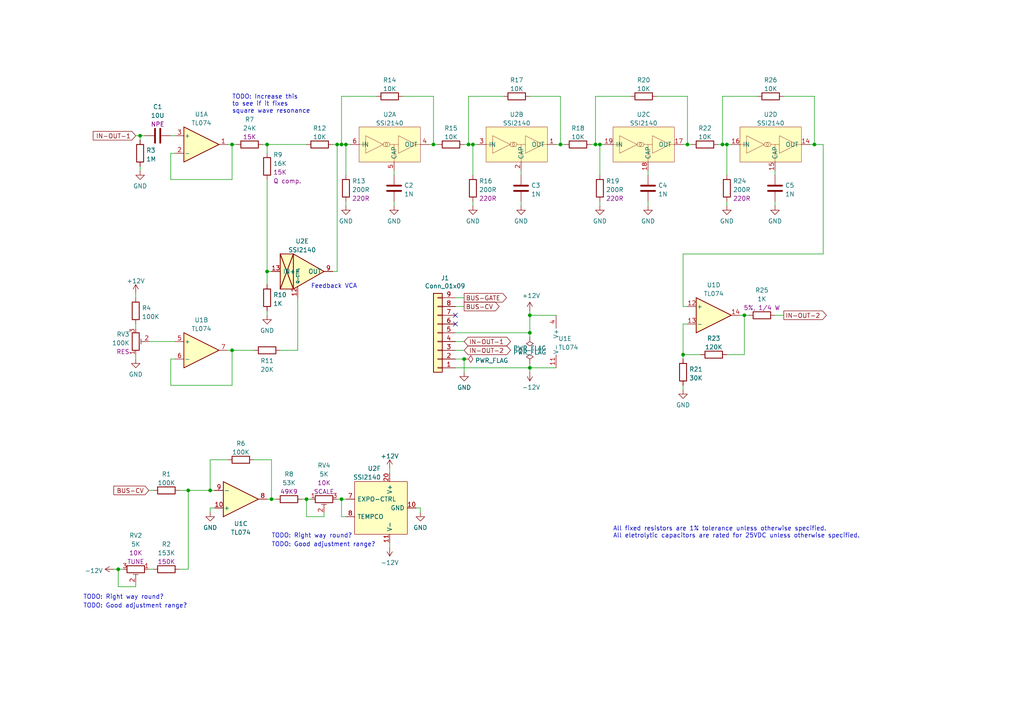
<source format=kicad_sch>
(kicad_sch (version 20211123) (generator eeschema)

  (uuid a1a9a0d8-c6de-418f-9a57-bf7f74b6d401)

  (paper "A4")

  (title_block
    (title "VCF-4P Prototype")
    (date "2022-03-27")
    (rev "1.0")
    (company "Len Popp")
    (comment 1 "Copyright © 2022 Len Popp CC BY")
    (comment 2 "4-pole lowpass VCF for Eurorack prototyping module")
  )

  (lib_symbols
    (symbol "-lmp-opamp:TL074" (pin_names (offset 0.127)) (in_bom yes) (on_board yes)
      (property "Reference" "U" (id 0) (at 0 5.08 0)
        (effects (font (size 1.27 1.27)) (justify left))
      )
      (property "Value" "TL074" (id 1) (at 0 -5.08 0)
        (effects (font (size 1.27 1.27)) (justify left))
      )
      (property "Footprint" "Package_DIP:DIP-14_W7.62mm" (id 2) (at -1.27 2.54 0)
        (effects (font (size 1.27 1.27)) hide)
      )
      (property "Datasheet" "http://www.ti.com/lit/ds/symlink/tl071.pdf" (id 3) (at 1.27 5.08 0)
        (effects (font (size 1.27 1.27)) hide)
      )
      (property "Manufacturer" "Texas Instruments" (id 4) (at 0 0 0)
        (effects (font (size 1.27 1.27)) hide)
      )
      (property "ManufacturerPartNum" "TL074BCN" (id 5) (at 0 0 0)
        (effects (font (size 1.27 1.27)) hide)
      )
      (property "Distributor" "Mouser" (id 6) (at 0 0 0)
        (effects (font (size 1.27 1.27)) hide)
      )
      (property "DistributorPartNum" "595-TL074BCN" (id 7) (at 0 0 0)
        (effects (font (size 1.27 1.27)) hide)
      )
      (property "DistributorPartLink" "https://www.mouser.ca/ProductDetail/?qs=vxEfx8VrU7BHurOY5iQdiA%3D%3D" (id 8) (at 0 0 0)
        (effects (font (size 1.27 1.27)) hide)
      )
      (property "ki_locked" "" (id 9) (at 0 0 0)
        (effects (font (size 1.27 1.27)))
      )
      (property "ki_keywords" "quad opamp" (id 10) (at 0 0 0)
        (effects (font (size 1.27 1.27)) hide)
      )
      (property "ki_description" "Quad Low-Noise JFET-Input Operational Amplifiers, DIP-14/SOIC-14" (id 11) (at 0 0 0)
        (effects (font (size 1.27 1.27)) hide)
      )
      (property "ki_fp_filters" "SOIC*3.9x8.7mm*P1.27mm* DIP*W7.62mm* TSSOP*4.4x5mm*P0.65mm* SSOP*5.3x6.2mm*P0.65mm* MSOP*3x3mm*P0.5mm*" (id 12) (at 0 0 0)
        (effects (font (size 1.27 1.27)) hide)
      )
      (symbol "TL074_1_1"
        (polyline
          (pts
            (xy -5.08 5.08)
            (xy 5.08 0)
            (xy -5.08 -5.08)
            (xy -5.08 5.08)
          )
          (stroke (width 0.254) (type default) (color 0 0 0 0))
          (fill (type background))
        )
        (pin output line (at 7.62 0 180) (length 2.54)
          (name "~" (effects (font (size 1.27 1.27))))
          (number "1" (effects (font (size 1.27 1.27))))
        )
        (pin input line (at -7.62 -2.54 0) (length 2.54)
          (name "-" (effects (font (size 1.27 1.27))))
          (number "2" (effects (font (size 1.27 1.27))))
        )
        (pin input line (at -7.62 2.54 0) (length 2.54)
          (name "+" (effects (font (size 1.27 1.27))))
          (number "3" (effects (font (size 1.27 1.27))))
        )
      )
      (symbol "TL074_2_1"
        (polyline
          (pts
            (xy -5.08 5.08)
            (xy 5.08 0)
            (xy -5.08 -5.08)
            (xy -5.08 5.08)
          )
          (stroke (width 0.254) (type default) (color 0 0 0 0))
          (fill (type background))
        )
        (pin input line (at -7.62 2.54 0) (length 2.54)
          (name "+" (effects (font (size 1.27 1.27))))
          (number "5" (effects (font (size 1.27 1.27))))
        )
        (pin input line (at -7.62 -2.54 0) (length 2.54)
          (name "-" (effects (font (size 1.27 1.27))))
          (number "6" (effects (font (size 1.27 1.27))))
        )
        (pin output line (at 7.62 0 180) (length 2.54)
          (name "~" (effects (font (size 1.27 1.27))))
          (number "7" (effects (font (size 1.27 1.27))))
        )
      )
      (symbol "TL074_3_1"
        (polyline
          (pts
            (xy -5.08 5.08)
            (xy 5.08 0)
            (xy -5.08 -5.08)
            (xy -5.08 5.08)
          )
          (stroke (width 0.254) (type default) (color 0 0 0 0))
          (fill (type background))
        )
        (pin input line (at -7.62 2.54 0) (length 2.54)
          (name "+" (effects (font (size 1.27 1.27))))
          (number "10" (effects (font (size 1.27 1.27))))
        )
        (pin output line (at 7.62 0 180) (length 2.54)
          (name "~" (effects (font (size 1.27 1.27))))
          (number "8" (effects (font (size 1.27 1.27))))
        )
        (pin input line (at -7.62 -2.54 0) (length 2.54)
          (name "-" (effects (font (size 1.27 1.27))))
          (number "9" (effects (font (size 1.27 1.27))))
        )
      )
      (symbol "TL074_4_1"
        (polyline
          (pts
            (xy -5.08 5.08)
            (xy 5.08 0)
            (xy -5.08 -5.08)
            (xy -5.08 5.08)
          )
          (stroke (width 0.254) (type default) (color 0 0 0 0))
          (fill (type background))
        )
        (pin input line (at -7.62 2.54 0) (length 2.54)
          (name "+" (effects (font (size 1.27 1.27))))
          (number "12" (effects (font (size 1.27 1.27))))
        )
        (pin input line (at -7.62 -2.54 0) (length 2.54)
          (name "-" (effects (font (size 1.27 1.27))))
          (number "13" (effects (font (size 1.27 1.27))))
        )
        (pin output line (at 7.62 0 180) (length 2.54)
          (name "~" (effects (font (size 1.27 1.27))))
          (number "14" (effects (font (size 1.27 1.27))))
        )
      )
      (symbol "TL074_5_1"
        (pin power_in line (at -2.54 -7.62 90) (length 3.81)
          (name "V-" (effects (font (size 1.27 1.27))))
          (number "11" (effects (font (size 1.27 1.27))))
        )
        (pin power_in line (at -2.54 7.62 270) (length 3.81)
          (name "V+" (effects (font (size 1.27 1.27))))
          (number "4" (effects (font (size 1.27 1.27))))
        )
      )
    )
    (symbol "-lmp-power:+12V" (power) (pin_names (offset 0)) (in_bom yes) (on_board yes)
      (property "Reference" "#PWR" (id 0) (at 0 -3.81 0)
        (effects (font (size 1.27 1.27)) hide)
      )
      (property "Value" "+12V" (id 1) (at 0 3.556 0)
        (effects (font (size 1.27 1.27)))
      )
      (property "Footprint" "" (id 2) (at 0 0 0)
        (effects (font (size 1.27 1.27)) hide)
      )
      (property "Datasheet" "" (id 3) (at 0 0 0)
        (effects (font (size 1.27 1.27)) hide)
      )
      (property "ki_keywords" "power-flag" (id 4) (at 0 0 0)
        (effects (font (size 1.27 1.27)) hide)
      )
      (property "ki_description" "Power symbol creates a global label with name \"+12V\"" (id 5) (at 0 0 0)
        (effects (font (size 1.27 1.27)) hide)
      )
      (symbol "+12V_0_1"
        (polyline
          (pts
            (xy -0.762 1.27)
            (xy 0 2.54)
          )
          (stroke (width 0) (type default) (color 0 0 0 0))
          (fill (type none))
        )
        (polyline
          (pts
            (xy 0 0)
            (xy 0 2.54)
          )
          (stroke (width 0) (type default) (color 0 0 0 0))
          (fill (type none))
        )
        (polyline
          (pts
            (xy 0 2.54)
            (xy 0.762 1.27)
          )
          (stroke (width 0) (type default) (color 0 0 0 0))
          (fill (type none))
        )
      )
      (symbol "+12V_1_1"
        (pin power_in line (at 0 0 90) (length 0) hide
          (name "+12V" (effects (font (size 1.27 1.27))))
          (number "1" (effects (font (size 1.27 1.27))))
        )
      )
    )
    (symbol "-lmp-power:-12V" (power) (pin_names (offset 0)) (in_bom yes) (on_board yes)
      (property "Reference" "#PWR" (id 0) (at 0 3.81 0)
        (effects (font (size 1.27 1.27)) hide)
      )
      (property "Value" "-12V" (id 1) (at 0 -3.556 0)
        (effects (font (size 1.27 1.27)))
      )
      (property "Footprint" "" (id 2) (at 0 0 0)
        (effects (font (size 1.27 1.27)) hide)
      )
      (property "Datasheet" "" (id 3) (at 0 0 0)
        (effects (font (size 1.27 1.27)) hide)
      )
      (property "ki_keywords" "power-flag" (id 4) (at 0 0 0)
        (effects (font (size 1.27 1.27)) hide)
      )
      (property "ki_description" "Power symbol creates a global label with name \"-12V\"" (id 5) (at 0 0 0)
        (effects (font (size 1.27 1.27)) hide)
      )
      (symbol "-12V_0_1"
        (polyline
          (pts
            (xy -0.762 -1.27)
            (xy 0 -2.54)
          )
          (stroke (width 0) (type default) (color 0 0 0 0))
          (fill (type none))
        )
        (polyline
          (pts
            (xy 0 -2.54)
            (xy 0.762 -1.27)
          )
          (stroke (width 0) (type default) (color 0 0 0 0))
          (fill (type none))
        )
        (polyline
          (pts
            (xy 0 0)
            (xy 0 -2.54)
          )
          (stroke (width 0) (type default) (color 0 0 0 0))
          (fill (type none))
        )
      )
      (symbol "-12V_1_1"
        (pin power_in line (at 0 0 270) (length 0) hide
          (name "-12V" (effects (font (size 1.27 1.27))))
          (number "1" (effects (font (size 1.27 1.27))))
        )
      )
    )
    (symbol "-lmp-power:GND" (power) (pin_names (offset 0)) (in_bom yes) (on_board yes)
      (property "Reference" "#PWR" (id 0) (at 0 -6.35 0)
        (effects (font (size 1.27 1.27)) hide)
      )
      (property "Value" "GND" (id 1) (at 0 -3.81 0)
        (effects (font (size 1.27 1.27)))
      )
      (property "Footprint" "" (id 2) (at 0 0 0)
        (effects (font (size 1.27 1.27)) hide)
      )
      (property "Datasheet" "" (id 3) (at 0 0 0)
        (effects (font (size 1.27 1.27)) hide)
      )
      (property "ki_keywords" "power-flag" (id 4) (at 0 0 0)
        (effects (font (size 1.27 1.27)) hide)
      )
      (property "ki_description" "Power symbol creates a global label with name \"GND\" , ground" (id 5) (at 0 0 0)
        (effects (font (size 1.27 1.27)) hide)
      )
      (symbol "GND_0_1"
        (polyline
          (pts
            (xy 0 0)
            (xy 0 -1.27)
            (xy 1.27 -1.27)
            (xy 0 -2.54)
            (xy -1.27 -1.27)
            (xy 0 -1.27)
          )
          (stroke (width 0) (type default) (color 0 0 0 0))
          (fill (type none))
        )
      )
      (symbol "GND_1_1"
        (pin power_in line (at 0 0 270) (length 0) hide
          (name "GND" (effects (font (size 1.27 1.27))))
          (number "1" (effects (font (size 1.27 1.27))))
        )
      )
    )
    (symbol "-lmp-power:PWR_FLAG" (power) (pin_numbers hide) (pin_names (offset 0) hide) (in_bom yes) (on_board yes)
      (property "Reference" "#FLG" (id 0) (at 0 1.905 0)
        (effects (font (size 1.27 1.27)) hide)
      )
      (property "Value" "PWR_FLAG" (id 1) (at 0 3.81 0)
        (effects (font (size 1.27 1.27)))
      )
      (property "Footprint" "" (id 2) (at 0 0 0)
        (effects (font (size 1.27 1.27)) hide)
      )
      (property "Datasheet" "~" (id 3) (at 0 0 0)
        (effects (font (size 1.27 1.27)) hide)
      )
      (property "ki_keywords" "power-flag" (id 4) (at 0 0 0)
        (effects (font (size 1.27 1.27)) hide)
      )
      (property "ki_description" "Special symbol for telling ERC where power comes from" (id 5) (at 0 0 0)
        (effects (font (size 1.27 1.27)) hide)
      )
      (symbol "PWR_FLAG_0_0"
        (pin power_out line (at 0 0 90) (length 0)
          (name "pwr" (effects (font (size 1.27 1.27))))
          (number "1" (effects (font (size 1.27 1.27))))
        )
      )
      (symbol "PWR_FLAG_0_1"
        (polyline
          (pts
            (xy 0 0)
            (xy 0 1.27)
            (xy -1.016 1.905)
            (xy 0 2.54)
            (xy 1.016 1.905)
            (xy 0 1.27)
          )
          (stroke (width 0) (type default) (color 0 0 0 0))
          (fill (type none))
        )
      )
    )
    (symbol "-lmp-synth:CNP_10U" (pin_numbers hide) (pin_names (offset 0.254)) (in_bom yes) (on_board yes)
      (property "Reference" "C" (id 0) (at 0.635 2.54 0)
        (effects (font (size 1.27 1.27)) (justify left))
      )
      (property "Value" "CNP_10U" (id 1) (at 0.635 -2.54 0)
        (effects (font (size 1.27 1.27)) (justify left))
      )
      (property "Footprint" "-lmp-misc:C_Radial_D5.0mm_H5.0mm_P2.50mm" (id 2) (at 0.9652 -3.81 0)
        (effects (font (size 1.27 1.27)) hide)
      )
      (property "Datasheet" "https://www.mouser.ca/datasheet/2/315/ABA0000C1053-947510.pdf" (id 3) (at 0 0 0)
        (effects (font (size 1.27 1.27)) hide)
      )
      (property "Value2" "NPE" (id 4) (at 0 0 0)
        (effects (font (size 1.27 1.27)))
      )
      (property "Manufacturer" "Panasonic" (id 5) (at 0 0 0)
        (effects (font (size 1.27 1.27)) hide)
      )
      (property "ManufacturerPartNum" "ECE-A1EN100UI" (id 6) (at 0 0 0)
        (effects (font (size 1.27 1.27)) hide)
      )
      (property "Distributor" "Mouser" (id 7) (at 0 0 0)
        (effects (font (size 1.27 1.27)) hide)
      )
      (property "DistributorPartNum" "667-ECE-A1EN100UI" (id 8) (at 0 0 0)
        (effects (font (size 1.27 1.27)) hide)
      )
      (property "DistributorPartLink" "https://www.mouser.ca/ProductDetail/Panasonic/ECE-A1EN100UI?qs=0h1gzos03f36mGOUyzNXaA%3D%3D" (id 9) (at 0 0 0)
        (effects (font (size 1.27 1.27)) hide)
      )
      (property "ki_keywords" "cap capacitor non-polarized electrolytic" (id 10) (at 0 0 0)
        (effects (font (size 1.27 1.27)) hide)
      )
      (property "ki_description" "Capacitor - Non-polarized Electrolytic" (id 11) (at 0 0 0)
        (effects (font (size 1.27 1.27)) hide)
      )
      (property "ki_fp_filters" "C_*" (id 12) (at 0 0 0)
        (effects (font (size 1.27 1.27)) hide)
      )
      (symbol "CNP_10U_0_1"
        (polyline
          (pts
            (xy -2.032 -0.762)
            (xy 2.032 -0.762)
          )
          (stroke (width 0.508) (type default) (color 0 0 0 0))
          (fill (type none))
        )
        (polyline
          (pts
            (xy -2.032 0.762)
            (xy 2.032 0.762)
          )
          (stroke (width 0.508) (type default) (color 0 0 0 0))
          (fill (type none))
        )
      )
      (symbol "CNP_10U_1_1"
        (pin passive line (at 0 3.81 270) (length 2.794)
          (name "~" (effects (font (size 1.27 1.27))))
          (number "1" (effects (font (size 1.27 1.27))))
        )
        (pin passive line (at 0 -3.81 90) (length 2.794)
          (name "~" (effects (font (size 1.27 1.27))))
          (number "2" (effects (font (size 1.27 1.27))))
        )
      )
    )
    (symbol "-lmp-synth:R_1K_Output" (pin_numbers hide) (pin_names (offset 0)) (in_bom yes) (on_board yes)
      (property "Reference" "R" (id 0) (at -2.286 0 90)
        (effects (font (size 1.27 1.27)))
      )
      (property "Value" "R_1K_Output" (id 1) (at 2.413 0 90)
        (effects (font (size 1.27 1.27)))
      )
      (property "Footprint" "-lmp-misc:R_Axial_DIN0207_L6.3mm_D2.5mm_P10.16mm_Horizontal" (id 2) (at -1.778 0 90)
        (effects (font (size 1.27 1.27)) hide)
      )
      (property "Datasheet" "https://www.mouser.ca/datasheet/2/427/ccf07-1762725.pdf" (id 3) (at 0 0 0)
        (effects (font (size 1.27 1.27)) hide)
      )
      (property "Value2" "5%, 1/4 W" (id 4) (at 4.445 0 90)
        (effects (font (size 1.27 1.27)))
      )
      (property "Note" "Output limiting" (id 5) (at -1.905 -1.905 90)
        (effects (font (size 1.27 1.27)) hide)
      )
      (property "Manufacturer" "Vishay / Dale" (id 6) (at 0 0 0)
        (effects (font (size 1.27 1.27)) hide)
      )
      (property "ManufacturerPartNum" "CCF071K00JKE36" (id 7) (at 0 0 0)
        (effects (font (size 1.27 1.27)) hide)
      )
      (property "Distributor" "Mouser" (id 8) (at -1.905 0 90)
        (effects (font (size 1.27 1.27)) hide)
      )
      (property "DistributorPartNum" "71-CCF071K00JKE36" (id 9) (at 0 0 0)
        (effects (font (size 1.27 1.27)) hide)
      )
      (property "DistributorPartLink" "https://www.mouser.ca/ProductDetail/Vishay-Dale/CCF071K00JKE36?qs=sGAEpiMZZMsPqMdJzcrNwqw41JD0NFylHV1MADcQnpo%3D" (id 10) (at 0 0 0)
        (effects (font (size 1.27 1.27)) hide)
      )
      (property "ki_keywords" "R res resistor" (id 11) (at 0 0 0)
        (effects (font (size 1.27 1.27)) hide)
      )
      (property "ki_description" "Resistor" (id 12) (at 0 0 0)
        (effects (font (size 1.27 1.27)) hide)
      )
      (property "ki_fp_filters" "R_*" (id 13) (at 0 0 0)
        (effects (font (size 1.27 1.27)) hide)
      )
      (symbol "R_1K_Output_0_1"
        (rectangle (start -1.016 -2.54) (end 1.016 2.54)
          (stroke (width 0.254) (type default) (color 0 0 0 0))
          (fill (type none))
        )
      )
      (symbol "R_1K_Output_1_1"
        (pin passive line (at 0 3.81 270) (length 1.27)
          (name "~" (effects (font (size 1.27 1.27))))
          (number "1" (effects (font (size 1.27 1.27))))
        )
        (pin passive line (at 0 -3.81 90) (length 1.27)
          (name "~" (effects (font (size 1.27 1.27))))
          (number "2" (effects (font (size 1.27 1.27))))
        )
      )
    )
    (symbol "-lmp-synth:SSI2140" (pin_names (offset 0.762)) (in_bom yes) (on_board yes)
      (property "Reference" "U" (id 0) (at 2.54 9.525 0)
        (effects (font (size 1.27 1.27)) (justify right))
      )
      (property "Value" "SSI2140" (id 1) (at 2.54 6.985 0)
        (effects (font (size 1.27 1.27)) (justify right))
      )
      (property "Footprint" "Package_SO:SSOP-20_4.4x6.5mm_P0.65mm" (id 2) (at 5.715 10.795 0)
        (effects (font (size 1.27 1.27)) hide)
      )
      (property "Datasheet" "http://soundsemiconductor.com/downloads/ssi2140datasheet.pdf" (id 3) (at 5.715 10.795 0)
        (effects (font (size 1.27 1.27)) hide)
      )
      (property "Manufacturer" "Sound Semiconductor" (id 4) (at 5.715 10.795 0)
        (effects (font (size 1.27 1.27)) hide)
      )
      (property "ManufacturerPartNum" "SSI2140" (id 5) (at 1.27 10.795 0)
        (effects (font (size 1.27 1.27)) hide)
      )
      (property "Distributor" "Antique Electronic Supply" (id 6) (at 5.715 10.795 0)
        (effects (font (size 1.27 1.27)) hide)
      )
      (property "DistributorPartNum" "P-Q-SSI2140" (id 7) (at 1.27 10.795 0)
        (effects (font (size 1.27 1.27)) hide)
      )
      (property "DistributorPartLink" "https://www.tubesandmore.com/products/integrated-circuit-ssi2140-multi-mode-vcf-sound-semiconductor" (id 8) (at 5.715 10.795 0)
        (effects (font (size 1.27 1.27)) hide)
      )
      (property "Distributor2" "SynthCube" (id 9) (at 1.27 10.795 0)
        (effects (font (size 1.27 1.27)) hide)
      )
      (property "DistributorPartNum2" "ICSMSSI2140" (id 10) (at 1.27 10.795 0)
        (effects (font (size 1.27 1.27)) hide)
      )
      (property "DistributorPartLink2" "https://synthcube.com/cart/ics-and-semiconductors/sound-semiconductor-ssi2140-quad-vcf-ic-ssop20-smt" (id 11) (at 5.715 10.795 0)
        (effects (font (size 1.27 1.27)) hide)
      )
      (property "Distributor3" "Thonk" (id 12) (at 1.27 10.795 0)
        (effects (font (size 1.27 1.27)) hide)
      )
      (property "DistributorPartNum3" "SSI2140" (id 13) (at 1.27 10.795 0)
        (effects (font (size 1.27 1.27)) hide)
      )
      (property "DistributorPartLink3" "https://www.thonk.co.uk/shop/sound-semiconductor/" (id 14) (at 5.715 10.795 0)
        (effects (font (size 1.27 1.27)) hide)
      )
      (property "ki_locked" "" (id 15) (at 0 0 0)
        (effects (font (size 1.27 1.27)))
      )
      (property "ki_keywords" "VCF SSI2140 Sound Semiconductor" (id 16) (at 0 0 0)
        (effects (font (size 1.27 1.27)) hide)
      )
      (property "ki_description" "Voltage Controlled Filter (VCF), SSOP-20" (id 17) (at 0 0 0)
        (effects (font (size 1.27 1.27)) hide)
      )
      (symbol "SSI2140_1_1"
        (rectangle (start -7.62 5.08) (end 10.16 -5.08)
          (stroke (width 0.1016) (type default) (color 0 0 0 0))
          (fill (type background))
        )
        (polyline
          (pts
            (xy -7.62 0)
            (xy -5.715 0)
          )
          (stroke (width 0.0762) (type default) (color 0 0 0 0))
          (fill (type none))
        )
        (polyline
          (pts
            (xy 1.27 0)
            (xy 3.81 0)
          )
          (stroke (width 0.0762) (type default) (color 0 0 0 0))
          (fill (type none))
        )
        (polyline
          (pts
            (xy 2.54 -5.08)
            (xy 2.54 0)
          )
          (stroke (width 0.0762) (type default) (color 0 0 0 0))
          (fill (type none))
        )
        (polyline
          (pts
            (xy 8.89 0)
            (xy 10.16 0)
          )
          (stroke (width 0.0762) (type default) (color 0 0 0 0))
          (fill (type none))
        )
        (polyline
          (pts
            (xy -5.715 2.54)
            (xy -0.635 0)
            (xy -5.715 -2.54)
            (xy -5.715 2.54)
          )
          (stroke (width 0.0762) (type default) (color 0 0 0 0))
          (fill (type none))
        )
        (polyline
          (pts
            (xy 3.81 2.54)
            (xy 8.89 0)
            (xy 3.81 -2.54)
            (xy 3.81 2.54)
          )
          (stroke (width 0.0762) (type default) (color 0 0 0 0))
          (fill (type none))
        )
        (circle (center 0 0) (radius 0.635)
          (stroke (width 0.0762) (type default) (color 0 0 0 0))
          (fill (type none))
        )
        (circle (center 0.635 0) (radius 0.635)
          (stroke (width 0.0762) (type default) (color 0 0 0 0))
          (fill (type none))
        )
        (pin output line (at 12.7 0 180) (length 2.54)
          (name "OUT" (effects (font (size 1.27 1.27))))
          (number "4" (effects (font (size 1.27 1.27))))
        )
        (pin passive line (at 2.54 -7.62 90) (length 2.54)
          (name "CAP" (effects (font (size 1.27 1.27))))
          (number "5" (effects (font (size 1.27 1.27))))
        )
        (pin input line (at -10.16 0 0) (length 2.54)
          (name "IN" (effects (font (size 1.27 1.27))))
          (number "6" (effects (font (size 1.27 1.27))))
        )
      )
      (symbol "SSI2140_2_1"
        (rectangle (start -7.62 5.08) (end 10.16 -5.08)
          (stroke (width 0.1016) (type default) (color 0 0 0 0))
          (fill (type background))
        )
        (polyline
          (pts
            (xy -7.62 0)
            (xy -5.715 0)
          )
          (stroke (width 0.0762) (type default) (color 0 0 0 0))
          (fill (type none))
        )
        (polyline
          (pts
            (xy 1.27 0)
            (xy 3.81 0)
          )
          (stroke (width 0.0762) (type default) (color 0 0 0 0))
          (fill (type none))
        )
        (polyline
          (pts
            (xy 2.54 -5.08)
            (xy 2.54 0)
          )
          (stroke (width 0.0762) (type default) (color 0 0 0 0))
          (fill (type none))
        )
        (polyline
          (pts
            (xy 8.89 0)
            (xy 10.16 0)
          )
          (stroke (width 0.0762) (type default) (color 0 0 0 0))
          (fill (type none))
        )
        (polyline
          (pts
            (xy -5.715 2.54)
            (xy -0.635 0)
            (xy -5.715 -2.54)
            (xy -5.715 2.54)
          )
          (stroke (width 0.0762) (type default) (color 0 0 0 0))
          (fill (type none))
        )
        (polyline
          (pts
            (xy 3.81 2.54)
            (xy 8.89 0)
            (xy 3.81 -2.54)
            (xy 3.81 2.54)
          )
          (stroke (width 0.0762) (type default) (color 0 0 0 0))
          (fill (type none))
        )
        (circle (center 0 0) (radius 0.635)
          (stroke (width 0.0762) (type default) (color 0 0 0 0))
          (fill (type none))
        )
        (circle (center 0.635 0) (radius 0.635)
          (stroke (width 0.0762) (type default) (color 0 0 0 0))
          (fill (type none))
        )
        (pin output line (at 12.7 0 180) (length 2.54)
          (name "OUT" (effects (font (size 1.27 1.27))))
          (number "1" (effects (font (size 1.27 1.27))))
        )
        (pin passive line (at 2.54 -7.62 90) (length 2.54)
          (name "CAP" (effects (font (size 1.27 1.27))))
          (number "2" (effects (font (size 1.27 1.27))))
        )
        (pin input line (at -10.16 0 0) (length 2.54)
          (name "IN" (effects (font (size 1.27 1.27))))
          (number "3" (effects (font (size 1.27 1.27))))
        )
      )
      (symbol "SSI2140_3_1"
        (rectangle (start -7.62 5.08) (end 10.16 -5.08)
          (stroke (width 0.1016) (type default) (color 0 0 0 0))
          (fill (type background))
        )
        (polyline
          (pts
            (xy -7.62 0)
            (xy -5.715 0)
          )
          (stroke (width 0.0762) (type default) (color 0 0 0 0))
          (fill (type none))
        )
        (polyline
          (pts
            (xy 1.27 0)
            (xy 3.81 0)
          )
          (stroke (width 0.0762) (type default) (color 0 0 0 0))
          (fill (type none))
        )
        (polyline
          (pts
            (xy 2.54 -5.08)
            (xy 2.54 0)
          )
          (stroke (width 0.0762) (type default) (color 0 0 0 0))
          (fill (type none))
        )
        (polyline
          (pts
            (xy 8.89 0)
            (xy 10.16 0)
          )
          (stroke (width 0.0762) (type default) (color 0 0 0 0))
          (fill (type none))
        )
        (polyline
          (pts
            (xy -5.715 2.54)
            (xy -0.635 0)
            (xy -5.715 -2.54)
            (xy -5.715 2.54)
          )
          (stroke (width 0.0762) (type default) (color 0 0 0 0))
          (fill (type none))
        )
        (polyline
          (pts
            (xy 3.81 2.54)
            (xy 8.89 0)
            (xy 3.81 -2.54)
            (xy 3.81 2.54)
          )
          (stroke (width 0.0762) (type default) (color 0 0 0 0))
          (fill (type none))
        )
        (circle (center 0 0) (radius 0.635)
          (stroke (width 0.0762) (type default) (color 0 0 0 0))
          (fill (type none))
        )
        (circle (center 0.635 0) (radius 0.635)
          (stroke (width 0.0762) (type default) (color 0 0 0 0))
          (fill (type none))
        )
        (pin output line (at 12.7 0 180) (length 2.54)
          (name "OUT" (effects (font (size 1.27 1.27))))
          (number "17" (effects (font (size 1.27 1.27))))
        )
        (pin passive line (at 2.54 -7.62 90) (length 2.54)
          (name "CAP" (effects (font (size 1.27 1.27))))
          (number "18" (effects (font (size 1.27 1.27))))
        )
        (pin input line (at -10.16 0 0) (length 2.54)
          (name "IN" (effects (font (size 1.27 1.27))))
          (number "19" (effects (font (size 1.27 1.27))))
        )
      )
      (symbol "SSI2140_4_1"
        (rectangle (start -7.62 5.08) (end 10.16 -5.08)
          (stroke (width 0.1016) (type default) (color 0 0 0 0))
          (fill (type background))
        )
        (polyline
          (pts
            (xy -7.62 0)
            (xy -5.715 0)
          )
          (stroke (width 0.0762) (type default) (color 0 0 0 0))
          (fill (type none))
        )
        (polyline
          (pts
            (xy 1.27 0)
            (xy 3.81 0)
          )
          (stroke (width 0.0762) (type default) (color 0 0 0 0))
          (fill (type none))
        )
        (polyline
          (pts
            (xy 2.54 -5.08)
            (xy 2.54 0)
          )
          (stroke (width 0.0762) (type default) (color 0 0 0 0))
          (fill (type none))
        )
        (polyline
          (pts
            (xy 8.89 0)
            (xy 10.16 0)
          )
          (stroke (width 0.0762) (type default) (color 0 0 0 0))
          (fill (type none))
        )
        (polyline
          (pts
            (xy -5.715 2.54)
            (xy -0.635 0)
            (xy -5.715 -2.54)
            (xy -5.715 2.54)
          )
          (stroke (width 0.0762) (type default) (color 0 0 0 0))
          (fill (type none))
        )
        (polyline
          (pts
            (xy 3.81 2.54)
            (xy 8.89 0)
            (xy 3.81 -2.54)
            (xy 3.81 2.54)
          )
          (stroke (width 0.0762) (type default) (color 0 0 0 0))
          (fill (type none))
        )
        (circle (center 0 0) (radius 0.635)
          (stroke (width 0.0762) (type default) (color 0 0 0 0))
          (fill (type none))
        )
        (circle (center 0.635 0) (radius 0.635)
          (stroke (width 0.0762) (type default) (color 0 0 0 0))
          (fill (type none))
        )
        (pin output line (at 12.7 0 180) (length 2.54)
          (name "OUT" (effects (font (size 1.27 1.27))))
          (number "14" (effects (font (size 1.27 1.27))))
        )
        (pin passive line (at 2.54 -7.62 90) (length 2.54)
          (name "CAP" (effects (font (size 1.27 1.27))))
          (number "15" (effects (font (size 1.27 1.27))))
        )
        (pin input line (at -10.16 0 0) (length 2.54)
          (name "IN" (effects (font (size 1.27 1.27))))
          (number "16" (effects (font (size 1.27 1.27))))
        )
      )
      (symbol "SSI2140_5_1"
        (polyline
          (pts
            (xy -5.08 5.08)
            (xy -1.27 -5.08)
          )
          (stroke (width 0.254) (type default) (color 0 0 0 0))
          (fill (type none))
        )
        (polyline
          (pts
            (xy -1.27 5.08)
            (xy -5.08 -5.08)
          )
          (stroke (width 0.254) (type default) (color 0 0 0 0))
          (fill (type none))
        )
        (polyline
          (pts
            (xy 0 3.81)
            (xy 0 3.81)
          )
          (stroke (width 0) (type default) (color 0 0 0 0))
          (fill (type none))
        )
        (polyline
          (pts
            (xy -1.27 5.08)
            (xy -5.08 5.08)
            (xy -5.08 -5.08)
            (xy -1.27 -5.08)
          )
          (stroke (width 0.254) (type default) (color 0 0 0 0))
          (fill (type background))
        )
        (polyline
          (pts
            (xy -1.27 5.08)
            (xy 7.62 0)
            (xy -1.27 -5.08)
            (xy -1.27 5.08)
          )
          (stroke (width 0.254) (type default) (color 0 0 0 0))
          (fill (type background))
        )
        (pin input line (at 0 -7.62 90) (length 3.302)
          (name "Q-CTRL" (effects (font (size 0.762 0.762))))
          (number "12" (effects (font (size 1.27 1.27))))
        )
        (pin input line (at -7.62 0 0) (length 2.54)
          (name "IN+" (effects (font (size 1.27 1.27))))
          (number "13" (effects (font (size 1.27 1.27))))
        )
        (pin output line (at 10.16 0 180) (length 2.54)
          (name "OUT" (effects (font (size 1.27 1.27))))
          (number "9" (effects (font (size 1.27 1.27))))
        )
      )
      (symbol "SSI2140_6_0"
        (rectangle (start -5.08 5.08) (end 10.16 -10.16)
          (stroke (width 0) (type default) (color 0 0 0 0))
          (fill (type background))
        )
      )
      (symbol "SSI2140_6_1"
        (pin power_in line (at 12.7 -2.54 180) (length 2.54)
          (name "GND" (effects (font (size 1.27 1.27))))
          (number "10" (effects (font (size 1.27 1.27))))
        )
        (pin power_in line (at 5.08 -12.7 90) (length 2.54)
          (name "V-" (effects (font (size 1.27 1.27))))
          (number "11" (effects (font (size 1.27 1.27))))
        )
        (pin power_in line (at 5.08 7.62 270) (length 2.54)
          (name "V+" (effects (font (size 1.27 1.27))))
          (number "20" (effects (font (size 1.27 1.27))))
        )
        (pin input line (at -7.62 0 0) (length 2.54)
          (name "EXPO-CTRL" (effects (font (size 1.27 1.27))))
          (number "7" (effects (font (size 1.27 1.27))))
        )
        (pin input line (at -7.62 -5.08 0) (length 2.54)
          (name "TEMPCO" (effects (font (size 1.27 1.27))))
          (number "8" (effects (font (size 1.27 1.27))))
        )
      )
    )
    (symbol "-lmp:CF" (pin_numbers hide) (pin_names (offset 0.254)) (in_bom yes) (on_board yes)
      (property "Reference" "C" (id 0) (at 0.635 2.54 0)
        (effects (font (size 1.27 1.27)) (justify left))
      )
      (property "Value" "CF" (id 1) (at 0.635 -2.54 0)
        (effects (font (size 1.27 1.27)) (justify left))
      )
      (property "Footprint" "" (id 2) (at 0.9652 -3.81 0)
        (effects (font (size 1.27 1.27)) hide)
      )
      (property "Datasheet" "~" (id 3) (at 0 0 0)
        (effects (font (size 1.27 1.27)) hide)
      )
      (property "ki_keywords" "cap capacitor film" (id 4) (at 0 0 0)
        (effects (font (size 1.27 1.27)) hide)
      )
      (property "ki_description" "Capacitor - Film" (id 5) (at 0 0 0)
        (effects (font (size 1.27 1.27)) hide)
      )
      (property "ki_fp_filters" "C_*" (id 6) (at 0 0 0)
        (effects (font (size 1.27 1.27)) hide)
      )
      (symbol "CF_0_1"
        (polyline
          (pts
            (xy -2.032 -0.762)
            (xy 2.032 -0.762)
          )
          (stroke (width 0.508) (type default) (color 0 0 0 0))
          (fill (type none))
        )
        (polyline
          (pts
            (xy -2.032 0.762)
            (xy 2.032 0.762)
          )
          (stroke (width 0.508) (type default) (color 0 0 0 0))
          (fill (type none))
        )
      )
      (symbol "CF_1_1"
        (pin passive line (at 0 3.81 270) (length 2.794)
          (name "~" (effects (font (size 1.27 1.27))))
          (number "1" (effects (font (size 1.27 1.27))))
        )
        (pin passive line (at 0 -3.81 90) (length 2.794)
          (name "~" (effects (font (size 1.27 1.27))))
          (number "2" (effects (font (size 1.27 1.27))))
        )
      )
    )
    (symbol "-lmp:R_1%_0W166" (pin_numbers hide) (pin_names (offset 0)) (in_bom yes) (on_board yes)
      (property "Reference" "R" (id 0) (at -2.286 0 90)
        (effects (font (size 1.27 1.27)))
      )
      (property "Value" "R_1%_0W166" (id 1) (at 2.413 0 90)
        (effects (font (size 1.27 1.27)))
      )
      (property "Footprint" "-lmp-misc:R_Axial_DIN0207_L6.3mm_D2.5mm_P7.62mm_Horizontal" (id 2) (at -1.778 0 90)
        (effects (font (size 1.27 1.27)) hide)
      )
      (property "Datasheet" "https://www.mouser.ca/datasheet/2/447/Yageo_LR_MFR_1-1714151.pdf" (id 3) (at 0 0 0)
        (effects (font (size 1.27 1.27)) hide)
      )
      (property "Manufacturer" "YAGEO" (id 4) (at 0 0 0)
        (effects (font (size 1.27 1.27)) hide)
      )
      (property "ManufacturerPartNum" "MFR-12*" (id 5) (at 0 0 0)
        (effects (font (size 1.27 1.27)) hide)
      )
      (property "Distributor" "Mouser" (id 6) (at 0 0 0)
        (effects (font (size 1.27 1.27)) hide)
      )
      (property "DistributorPartNum" "603-MFR-12*" (id 7) (at 0 0 0)
        (effects (font (size 1.27 1.27)) hide)
      )
      (property "DistributorPartLink" "https://www.mouser.ca/c/?m=YAGEO&power+rating=166+mW+(1%2f6+W)&tolerance=1+%25&instock=y" (id 8) (at 0 0 0)
        (effects (font (size 1.27 1.27)) hide)
      )
      (property "Value2" "1%, 1/6 W" (id 9) (at 4.953 0 90)
        (effects (font (size 1.27 1.27)) hide)
      )
      (property "ki_keywords" "R res resistor" (id 10) (at 0 0 0)
        (effects (font (size 1.27 1.27)) hide)
      )
      (property "ki_description" "Resistor" (id 11) (at 0 0 0)
        (effects (font (size 1.27 1.27)) hide)
      )
      (property "ki_fp_filters" "R_*" (id 12) (at 0 0 0)
        (effects (font (size 1.27 1.27)) hide)
      )
      (symbol "R_1%_0W166_0_1"
        (rectangle (start -1.016 -2.54) (end 1.016 2.54)
          (stroke (width 0.254) (type default) (color 0 0 0 0))
          (fill (type none))
        )
      )
      (symbol "R_1%_0W166_1_1"
        (pin passive line (at 0 3.81 270) (length 1.27)
          (name "~" (effects (font (size 1.27 1.27))))
          (number "1" (effects (font (size 1.27 1.27))))
        )
        (pin passive line (at 0 -3.81 90) (length 1.27)
          (name "~" (effects (font (size 1.27 1.27))))
          (number "2" (effects (font (size 1.27 1.27))))
        )
      )
    )
    (symbol "-lmp:R_POT_TRIM" (pin_names (offset 1.016) hide) (in_bom yes) (on_board yes)
      (property "Reference" "RV" (id 0) (at -6.858 0 90)
        (effects (font (size 1.27 1.27)))
      )
      (property "Value" "R_POT_TRIM" (id 1) (at -4.953 0 90)
        (effects (font (size 1.27 1.27)))
      )
      (property "Footprint" "-lmp-misc:Potentiometer_Bourns_3386P_Top" (id 2) (at 0 0 0)
        (effects (font (size 1.27 1.27)) hide)
      )
      (property "Datasheet" "https://www.mouser.ca/datasheet/2/54/3386-776606.pdf" (id 3) (at 0 0 0)
        (effects (font (size 1.27 1.27)) hide)
      )
      (property "Label" "[label]" (id 4) (at -2.921 0 90)
        (effects (font (size 1.27 1.27)))
      )
      (property "Manufacturer" "Bourns" (id 5) (at 0 0 0)
        (effects (font (size 1.27 1.27)) hide)
      )
      (property "ManufacturerPartNum" "3386*" (id 6) (at 0 0 0)
        (effects (font (size 1.27 1.27)) hide)
      )
      (property "Distributor" "Mouser" (id 7) (at 0 0 0)
        (effects (font (size 1.27 1.27)) hide)
      )
      (property "DistributorPartNum" "652-3386*" (id 8) (at 0 0 0)
        (effects (font (size 1.27 1.27)) hide)
      )
      (property "DistributorPartLink" "https://www.mouser.ca/c/passive-components/resistors/variable-resistors/trimmer-resistors-through-hole/?number+of+turns=1&series=3386&instock=y" (id 9) (at 0 0 0)
        (effects (font (size 1.27 1.27)) hide)
      )
      (property "ki_keywords" "resistor variable trimpot trimmer" (id 10) (at 0 0 0)
        (effects (font (size 1.27 1.27)) hide)
      )
      (property "ki_description" "Trim-potentiometer" (id 11) (at 0 0 0)
        (effects (font (size 1.27 1.27)) hide)
      )
      (property "ki_fp_filters" "Potentiometer*" (id 12) (at 0 0 0)
        (effects (font (size 1.27 1.27)) hide)
      )
      (symbol "R_POT_TRIM_0_1"
        (polyline
          (pts
            (xy 1.524 0.762)
            (xy 1.524 -0.762)
          )
          (stroke (width 0) (type default) (color 0 0 0 0))
          (fill (type none))
        )
        (polyline
          (pts
            (xy 2.54 0)
            (xy 1.524 0)
          )
          (stroke (width 0) (type default) (color 0 0 0 0))
          (fill (type none))
        )
        (rectangle (start 1.016 2.54) (end -1.016 -2.54)
          (stroke (width 0.254) (type default) (color 0 0 0 0))
          (fill (type none))
        )
      )
      (symbol "R_POT_TRIM_1_1"
        (pin passive line (at 0 3.81 270) (length 1.27)
          (name "1" (effects (font (size 1.27 1.27))))
          (number "1" (effects (font (size 1.27 1.27))))
        )
        (pin passive line (at 3.81 0 180) (length 1.27)
          (name "2" (effects (font (size 1.27 1.27))))
          (number "2" (effects (font (size 1.27 1.27))))
        )
        (pin passive line (at 0 -3.81 90) (length 1.27)
          (name "3" (effects (font (size 1.27 1.27))))
          (number "3" (effects (font (size 1.27 1.27))))
        )
      )
    )
    (symbol "Connector_Generic:Conn_01x09" (pin_names (offset 1.016) hide) (in_bom yes) (on_board yes)
      (property "Reference" "J" (id 0) (at 0 12.7 0)
        (effects (font (size 1.27 1.27)))
      )
      (property "Value" "Conn_01x09" (id 1) (at 0 -12.7 0)
        (effects (font (size 1.27 1.27)))
      )
      (property "Footprint" "" (id 2) (at 0 0 0)
        (effects (font (size 1.27 1.27)) hide)
      )
      (property "Datasheet" "~" (id 3) (at 0 0 0)
        (effects (font (size 1.27 1.27)) hide)
      )
      (property "ki_keywords" "connector" (id 4) (at 0 0 0)
        (effects (font (size 1.27 1.27)) hide)
      )
      (property "ki_description" "Generic connector, single row, 01x09, script generated (kicad-library-utils/schlib/autogen/connector/)" (id 5) (at 0 0 0)
        (effects (font (size 1.27 1.27)) hide)
      )
      (property "ki_fp_filters" "Connector*:*_1x??_*" (id 6) (at 0 0 0)
        (effects (font (size 1.27 1.27)) hide)
      )
      (symbol "Conn_01x09_1_1"
        (rectangle (start -1.27 -10.033) (end 0 -10.287)
          (stroke (width 0.1524) (type default) (color 0 0 0 0))
          (fill (type none))
        )
        (rectangle (start -1.27 -7.493) (end 0 -7.747)
          (stroke (width 0.1524) (type default) (color 0 0 0 0))
          (fill (type none))
        )
        (rectangle (start -1.27 -4.953) (end 0 -5.207)
          (stroke (width 0.1524) (type default) (color 0 0 0 0))
          (fill (type none))
        )
        (rectangle (start -1.27 -2.413) (end 0 -2.667)
          (stroke (width 0.1524) (type default) (color 0 0 0 0))
          (fill (type none))
        )
        (rectangle (start -1.27 0.127) (end 0 -0.127)
          (stroke (width 0.1524) (type default) (color 0 0 0 0))
          (fill (type none))
        )
        (rectangle (start -1.27 2.667) (end 0 2.413)
          (stroke (width 0.1524) (type default) (color 0 0 0 0))
          (fill (type none))
        )
        (rectangle (start -1.27 5.207) (end 0 4.953)
          (stroke (width 0.1524) (type default) (color 0 0 0 0))
          (fill (type none))
        )
        (rectangle (start -1.27 7.747) (end 0 7.493)
          (stroke (width 0.1524) (type default) (color 0 0 0 0))
          (fill (type none))
        )
        (rectangle (start -1.27 10.287) (end 0 10.033)
          (stroke (width 0.1524) (type default) (color 0 0 0 0))
          (fill (type none))
        )
        (rectangle (start -1.27 11.43) (end 1.27 -11.43)
          (stroke (width 0.254) (type default) (color 0 0 0 0))
          (fill (type background))
        )
        (pin passive line (at -5.08 10.16 0) (length 3.81)
          (name "Pin_1" (effects (font (size 1.27 1.27))))
          (number "1" (effects (font (size 1.27 1.27))))
        )
        (pin passive line (at -5.08 7.62 0) (length 3.81)
          (name "Pin_2" (effects (font (size 1.27 1.27))))
          (number "2" (effects (font (size 1.27 1.27))))
        )
        (pin passive line (at -5.08 5.08 0) (length 3.81)
          (name "Pin_3" (effects (font (size 1.27 1.27))))
          (number "3" (effects (font (size 1.27 1.27))))
        )
        (pin passive line (at -5.08 2.54 0) (length 3.81)
          (name "Pin_4" (effects (font (size 1.27 1.27))))
          (number "4" (effects (font (size 1.27 1.27))))
        )
        (pin passive line (at -5.08 0 0) (length 3.81)
          (name "Pin_5" (effects (font (size 1.27 1.27))))
          (number "5" (effects (font (size 1.27 1.27))))
        )
        (pin passive line (at -5.08 -2.54 0) (length 3.81)
          (name "Pin_6" (effects (font (size 1.27 1.27))))
          (number "6" (effects (font (size 1.27 1.27))))
        )
        (pin passive line (at -5.08 -5.08 0) (length 3.81)
          (name "Pin_7" (effects (font (size 1.27 1.27))))
          (number "7" (effects (font (size 1.27 1.27))))
        )
        (pin passive line (at -5.08 -7.62 0) (length 3.81)
          (name "Pin_8" (effects (font (size 1.27 1.27))))
          (number "8" (effects (font (size 1.27 1.27))))
        )
        (pin passive line (at -5.08 -10.16 0) (length 3.81)
          (name "Pin_9" (effects (font (size 1.27 1.27))))
          (number "9" (effects (font (size 1.27 1.27))))
        )
      )
    )
  )

  (junction (at 97.79 41.91) (diameter 0) (color 0 0 0 0)
    (uuid 1bbc644e-1d0f-4a2b-bdae-77129676dcaf)
  )
  (junction (at 153.67 106.68) (diameter 0) (color 0 0 0 0)
    (uuid 22c22de0-30f9-42af-ac14-44974608319c)
  )
  (junction (at 153.67 96.52) (diameter 0) (color 0 0 0 0)
    (uuid 277337c2-8b08-4bed-a885-4a8adba6aa1b)
  )
  (junction (at 77.47 78.74) (diameter 0) (color 0 0 0 0)
    (uuid 395d9032-1866-4257-b5f0-be7ac403008f)
  )
  (junction (at 34.29 165.1) (diameter 0) (color 0 0 0 0)
    (uuid 3d0ce8c3-0fb9-4ade-b61a-c1f1ef07f483)
  )
  (junction (at 125.73 41.91) (diameter 0) (color 0 0 0 0)
    (uuid 41f7e1c7-832a-4d44-b602-ec846019d3f4)
  )
  (junction (at 78.74 144.78) (diameter 0) (color 0 0 0 0)
    (uuid 4aef5ac2-813c-4c94-8eb9-3c15c4fc4f22)
  )
  (junction (at 100.33 41.91) (diameter 0) (color 0 0 0 0)
    (uuid 5314dd9a-85b2-4f80-9787-15b7c12739ee)
  )
  (junction (at 173.99 41.91) (diameter 0) (color 0 0 0 0)
    (uuid 5680bc57-9547-4adb-8615-aedd03732b04)
  )
  (junction (at 135.89 41.91) (diameter 0) (color 0 0 0 0)
    (uuid 57e63a4e-e6d9-4b57-b6fe-03d505acda68)
  )
  (junction (at 60.96 142.24) (diameter 0) (color 0 0 0 0)
    (uuid 719adfbe-0ad2-4073-b71c-0f2052914482)
  )
  (junction (at 99.06 144.78) (diameter 0) (color 0 0 0 0)
    (uuid 745702e1-daca-4a65-aafc-68f68db898fa)
  )
  (junction (at 172.72 41.91) (diameter 0) (color 0 0 0 0)
    (uuid 7ca04fe1-ff6d-408b-87cb-fd76b0e4058e)
  )
  (junction (at 236.22 41.91) (diameter 0) (color 0 0 0 0)
    (uuid 801af3aa-168b-4004-a4d2-11d15ce6a641)
  )
  (junction (at 67.31 101.6) (diameter 0) (color 0 0 0 0)
    (uuid 849c74be-210a-4e73-83cc-deff949f4de0)
  )
  (junction (at 67.31 41.91) (diameter 0) (color 0 0 0 0)
    (uuid 87d6db0c-7d59-4364-b14e-2f6c62c73891)
  )
  (junction (at 134.62 104.14) (diameter 0) (color 0 0 0 0)
    (uuid 93b1b98a-9d53-4f75-9d90-b3f18003c038)
  )
  (junction (at 137.16 41.91) (diameter 0) (color 0 0 0 0)
    (uuid 9564def4-14ff-42cb-8ad7-7ae3beaae468)
  )
  (junction (at 54.61 142.24) (diameter 0) (color 0 0 0 0)
    (uuid a3b6018a-79ba-40bb-b19e-0942feac0939)
  )
  (junction (at 162.56 41.91) (diameter 0) (color 0 0 0 0)
    (uuid a7c4624b-451e-4524-a49d-e6f21089bede)
  )
  (junction (at 210.82 41.91) (diameter 0) (color 0 0 0 0)
    (uuid a835fd3a-044f-47e2-b292-6c1630667dc1)
  )
  (junction (at 215.9 91.44) (diameter 0) (color 0 0 0 0)
    (uuid a88449e7-ce31-416c-bbb0-b026aeba8a31)
  )
  (junction (at 199.39 41.91) (diameter 0) (color 0 0 0 0)
    (uuid a8f9a4a4-68b1-486d-a374-84153da461d4)
  )
  (junction (at 153.67 91.44) (diameter 0) (color 0 0 0 0)
    (uuid a9b6b62a-6297-4b44-b0ab-624ccd8be1e2)
  )
  (junction (at 40.64 39.37) (diameter 0) (color 0 0 0 0)
    (uuid aa911be3-1b92-481c-8975-329a44ad5a94)
  )
  (junction (at 77.47 41.91) (diameter 0) (color 0 0 0 0)
    (uuid ab1c7850-5596-4e9d-b3de-cb6c3d49a200)
  )
  (junction (at 198.12 102.87) (diameter 0) (color 0 0 0 0)
    (uuid c5eff896-c24e-414f-b96d-c215ea0d9cbf)
  )
  (junction (at 209.55 41.91) (diameter 0) (color 0 0 0 0)
    (uuid ced41649-489b-4639-b491-e8cb3e9811df)
  )
  (junction (at 99.06 41.91) (diameter 0) (color 0 0 0 0)
    (uuid ea917e03-8a7d-43c5-8a78-a6bd7b620c62)
  )
  (junction (at 88.9 144.78) (diameter 0) (color 0 0 0 0)
    (uuid fcf9a1b4-eef4-4215-a256-65d9779933ec)
  )

  (no_connect (at 132.08 91.44) (uuid 2865aee6-7eec-42f2-ad24-12efec7137fc))
  (no_connect (at 132.08 93.98) (uuid 90a74f5e-7380-4ff0-bb5e-d9d5841f174b))

  (wire (pts (xy 39.37 168.91) (xy 39.37 170.18))
    (stroke (width 0) (type default) (color 0 0 0 0))
    (uuid 01248c7b-ce6b-4251-9890-e40af3b20a6e)
  )
  (wire (pts (xy 124.46 41.91) (xy 125.73 41.91))
    (stroke (width 0) (type default) (color 0 0 0 0))
    (uuid 02c9b4e0-e732-4be8-80fe-c39af2a21515)
  )
  (wire (pts (xy 114.3 58.42) (xy 114.3 59.69))
    (stroke (width 0) (type default) (color 0 0 0 0))
    (uuid 0888cdc9-21ca-4495-b1ea-98a0130ab1c1)
  )
  (wire (pts (xy 135.89 27.94) (xy 146.05 27.94))
    (stroke (width 0) (type default) (color 0 0 0 0))
    (uuid 0b8b4750-7729-44b5-8e0a-30b9e9fd9f34)
  )
  (wire (pts (xy 153.67 106.68) (xy 161.29 106.68))
    (stroke (width 0) (type default) (color 0 0 0 0))
    (uuid 0bb1f363-a6a4-4360-b3a2-8a23a6ef0cd2)
  )
  (wire (pts (xy 54.61 142.24) (xy 54.61 165.1))
    (stroke (width 0) (type default) (color 0 0 0 0))
    (uuid 0c321fdc-d3c8-4451-ba45-5dbd1662656e)
  )
  (wire (pts (xy 34.29 165.1) (xy 35.56 165.1))
    (stroke (width 0) (type default) (color 0 0 0 0))
    (uuid 0d8d235a-28ce-4844-8a68-a4c2a02b68b9)
  )
  (wire (pts (xy 209.55 27.94) (xy 219.71 27.94))
    (stroke (width 0) (type default) (color 0 0 0 0))
    (uuid 0e04517b-e90c-4318-a13c-770c90b82006)
  )
  (wire (pts (xy 125.73 41.91) (xy 127 41.91))
    (stroke (width 0) (type default) (color 0 0 0 0))
    (uuid 0fe1512b-d777-4854-b9d4-e062a435f64f)
  )
  (wire (pts (xy 199.39 27.94) (xy 199.39 41.91))
    (stroke (width 0) (type default) (color 0 0 0 0))
    (uuid 1077e8a7-1e25-4791-a057-60e92b71158a)
  )
  (wire (pts (xy 88.9 144.78) (xy 90.17 144.78))
    (stroke (width 0) (type default) (color 0 0 0 0))
    (uuid 1127a91a-9357-48c4-aa69-0d89a0d83d9e)
  )
  (wire (pts (xy 76.2 41.91) (xy 77.47 41.91))
    (stroke (width 0) (type default) (color 0 0 0 0))
    (uuid 11ed91e5-b297-4698-ac6c-9e38151c8185)
  )
  (wire (pts (xy 210.82 41.91) (xy 210.82 50.8))
    (stroke (width 0) (type default) (color 0 0 0 0))
    (uuid 134dd425-8b88-49ab-ac2c-e3be88666518)
  )
  (wire (pts (xy 238.76 73.66) (xy 198.12 73.66))
    (stroke (width 0) (type default) (color 0 0 0 0))
    (uuid 1358d05d-bbca-4178-806c-95be186bd553)
  )
  (wire (pts (xy 52.07 165.1) (xy 54.61 165.1))
    (stroke (width 0) (type default) (color 0 0 0 0))
    (uuid 135cbda5-f5a6-4f7d-a92d-c0599a091da3)
  )
  (wire (pts (xy 39.37 102.87) (xy 39.37 104.14))
    (stroke (width 0) (type default) (color 0 0 0 0))
    (uuid 155a467a-9e45-414b-8276-d5df89575bb9)
  )
  (wire (pts (xy 132.08 99.06) (xy 134.62 99.06))
    (stroke (width 0) (type default) (color 0 0 0 0))
    (uuid 15f06c58-f54a-4e99-8411-3b02ee2b6d87)
  )
  (wire (pts (xy 54.61 142.24) (xy 60.96 142.24))
    (stroke (width 0) (type default) (color 0 0 0 0))
    (uuid 1cee0fcc-5461-4d4f-97a7-1ee5205e40ff)
  )
  (wire (pts (xy 153.67 91.44) (xy 161.29 91.44))
    (stroke (width 0) (type default) (color 0 0 0 0))
    (uuid 1cf259ea-27b1-4732-baca-3c36ab879a9c)
  )
  (wire (pts (xy 39.37 39.37) (xy 40.64 39.37))
    (stroke (width 0) (type default) (color 0 0 0 0))
    (uuid 24b64ffb-7853-4419-8940-26e5b893d875)
  )
  (wire (pts (xy 77.47 41.91) (xy 88.9 41.91))
    (stroke (width 0) (type default) (color 0 0 0 0))
    (uuid 254e0e28-ef44-437d-ade3-c15f0c96cda2)
  )
  (wire (pts (xy 67.31 52.07) (xy 67.31 41.91))
    (stroke (width 0) (type default) (color 0 0 0 0))
    (uuid 274d2a99-638b-4480-8249-4d8062bac439)
  )
  (wire (pts (xy 153.67 106.68) (xy 153.67 105.41))
    (stroke (width 0) (type default) (color 0 0 0 0))
    (uuid 27949936-d4de-46b8-a7b5-f27b8704bb91)
  )
  (wire (pts (xy 49.53 44.45) (xy 49.53 52.07))
    (stroke (width 0) (type default) (color 0 0 0 0))
    (uuid 2a78269f-5283-4914-96bf-604b95e8eacc)
  )
  (wire (pts (xy 172.72 41.91) (xy 173.99 41.91))
    (stroke (width 0) (type default) (color 0 0 0 0))
    (uuid 2b394e70-12fd-4dc8-b949-ebc8923feb26)
  )
  (wire (pts (xy 88.9 149.86) (xy 88.9 144.78))
    (stroke (width 0) (type default) (color 0 0 0 0))
    (uuid 2cb4228a-c60c-48c5-989f-299ed35586dc)
  )
  (wire (pts (xy 66.04 133.35) (xy 60.96 133.35))
    (stroke (width 0) (type default) (color 0 0 0 0))
    (uuid 2df2f8a8-2e7f-48b0-8cd5-ba87c99fa04e)
  )
  (wire (pts (xy 93.98 148.59) (xy 93.98 149.86))
    (stroke (width 0) (type default) (color 0 0 0 0))
    (uuid 303592a7-9780-4036-a0e1-e0391973eea5)
  )
  (wire (pts (xy 99.06 149.86) (xy 99.06 144.78))
    (stroke (width 0) (type default) (color 0 0 0 0))
    (uuid 32632833-6d18-419a-baf5-56a271b92c3a)
  )
  (wire (pts (xy 215.9 102.87) (xy 210.82 102.87))
    (stroke (width 0) (type default) (color 0 0 0 0))
    (uuid 34b25c49-2d84-42d5-a9a6-dcc1b74c9668)
  )
  (wire (pts (xy 49.53 104.14) (xy 49.53 111.76))
    (stroke (width 0) (type default) (color 0 0 0 0))
    (uuid 35a6e381-fbad-4565-a847-476034f20a28)
  )
  (wire (pts (xy 97.79 144.78) (xy 99.06 144.78))
    (stroke (width 0) (type default) (color 0 0 0 0))
    (uuid 3aeb1833-00fb-4019-b71b-efd4731ea21d)
  )
  (wire (pts (xy 209.55 41.91) (xy 210.82 41.91))
    (stroke (width 0) (type default) (color 0 0 0 0))
    (uuid 3fc51f4f-de44-465d-9c92-91a81b251f3a)
  )
  (wire (pts (xy 43.18 142.24) (xy 44.45 142.24))
    (stroke (width 0) (type default) (color 0 0 0 0))
    (uuid 3fc8fa33-7ea2-480f-91fd-85b94b2a8f05)
  )
  (wire (pts (xy 77.47 78.74) (xy 78.74 78.74))
    (stroke (width 0) (type default) (color 0 0 0 0))
    (uuid 43b7e9f6-3072-4e17-bb40-a5b704b0bbb3)
  )
  (wire (pts (xy 40.64 39.37) (xy 41.91 39.37))
    (stroke (width 0) (type default) (color 0 0 0 0))
    (uuid 457414fa-b593-4517-bade-fcce1e588e6f)
  )
  (wire (pts (xy 137.16 41.91) (xy 138.43 41.91))
    (stroke (width 0) (type default) (color 0 0 0 0))
    (uuid 499ef3fd-e4bb-49f6-b781-664bbe3200a7)
  )
  (wire (pts (xy 54.61 142.24) (xy 52.07 142.24))
    (stroke (width 0) (type default) (color 0 0 0 0))
    (uuid 4a813e23-8dbf-4c93-ab14-4839b4aa8b6a)
  )
  (wire (pts (xy 99.06 27.94) (xy 109.22 27.94))
    (stroke (width 0) (type default) (color 0 0 0 0))
    (uuid 4afdb208-cf3f-423e-80b4-50589bd137fd)
  )
  (wire (pts (xy 215.9 91.44) (xy 217.17 91.44))
    (stroke (width 0) (type default) (color 0 0 0 0))
    (uuid 4bf62664-ad93-41b7-9378-ec99fe409a1c)
  )
  (wire (pts (xy 224.79 58.42) (xy 224.79 59.69))
    (stroke (width 0) (type default) (color 0 0 0 0))
    (uuid 4c128f4f-049d-4500-8a11-a09a131635f6)
  )
  (wire (pts (xy 153.67 91.44) (xy 153.67 96.52))
    (stroke (width 0) (type default) (color 0 0 0 0))
    (uuid 504d002d-27ba-46c5-b445-3a605faf93e7)
  )
  (wire (pts (xy 134.62 104.14) (xy 134.62 107.95))
    (stroke (width 0) (type default) (color 0 0 0 0))
    (uuid 52f9f752-d599-45aa-84e7-067d4712d497)
  )
  (wire (pts (xy 171.45 41.91) (xy 172.72 41.91))
    (stroke (width 0) (type default) (color 0 0 0 0))
    (uuid 57786e26-9867-44b8-9810-869d646bcd53)
  )
  (wire (pts (xy 134.62 101.6) (xy 132.08 101.6))
    (stroke (width 0) (type default) (color 0 0 0 0))
    (uuid 57d975d4-6607-4de8-909d-121b06b236cd)
  )
  (wire (pts (xy 113.03 135.89) (xy 113.03 137.16))
    (stroke (width 0) (type default) (color 0 0 0 0))
    (uuid 58ea843e-8d92-459b-82cd-d6cd68ca72a8)
  )
  (wire (pts (xy 162.56 27.94) (xy 162.56 41.91))
    (stroke (width 0) (type default) (color 0 0 0 0))
    (uuid 5a69603b-311f-4f79-83cb-b593b6e81796)
  )
  (wire (pts (xy 67.31 101.6) (xy 73.66 101.6))
    (stroke (width 0) (type default) (color 0 0 0 0))
    (uuid 5b34f4c3-d0dd-4135-8f27-0c8032f6ee4e)
  )
  (wire (pts (xy 151.13 49.53) (xy 151.13 50.8))
    (stroke (width 0) (type default) (color 0 0 0 0))
    (uuid 5cc04695-f899-4a2b-8507-def8950e8a8b)
  )
  (wire (pts (xy 67.31 41.91) (xy 68.58 41.91))
    (stroke (width 0) (type default) (color 0 0 0 0))
    (uuid 5fb89d69-f2f2-4c5e-b925-081fe482c99f)
  )
  (wire (pts (xy 190.5 27.94) (xy 199.39 27.94))
    (stroke (width 0) (type default) (color 0 0 0 0))
    (uuid 60fc87f3-69d1-4641-9e6e-7dd72cf12ec0)
  )
  (wire (pts (xy 172.72 41.91) (xy 172.72 27.94))
    (stroke (width 0) (type default) (color 0 0 0 0))
    (uuid 647e5301-9da9-4652-9179-bb991b4bde3a)
  )
  (wire (pts (xy 100.33 149.86) (xy 99.06 149.86))
    (stroke (width 0) (type default) (color 0 0 0 0))
    (uuid 67635ffe-ef27-4df9-8ebb-c47b1358b79b)
  )
  (wire (pts (xy 137.16 41.91) (xy 137.16 50.8))
    (stroke (width 0) (type default) (color 0 0 0 0))
    (uuid 67fe5fcc-f3a3-4543-9e97-70391a7b5120)
  )
  (wire (pts (xy 238.76 41.91) (xy 238.76 73.66))
    (stroke (width 0) (type default) (color 0 0 0 0))
    (uuid 6e0d3348-cbd8-41d0-b7ae-666c3b556a8d)
  )
  (wire (pts (xy 162.56 41.91) (xy 163.83 41.91))
    (stroke (width 0) (type default) (color 0 0 0 0))
    (uuid 6e5587e1-4179-43e0-ad84-ec492be73892)
  )
  (wire (pts (xy 60.96 142.24) (xy 62.23 142.24))
    (stroke (width 0) (type default) (color 0 0 0 0))
    (uuid 6ebcc0e8-0bdf-4bfd-918b-18484e3ab2cf)
  )
  (wire (pts (xy 199.39 41.91) (xy 200.66 41.91))
    (stroke (width 0) (type default) (color 0 0 0 0))
    (uuid 6fa8297e-2109-4f7b-8f92-1666ab6ef30f)
  )
  (wire (pts (xy 77.47 144.78) (xy 78.74 144.78))
    (stroke (width 0) (type default) (color 0 0 0 0))
    (uuid 7092fb2a-c0e9-4cad-86ac-e9dc6cc7f100)
  )
  (wire (pts (xy 198.12 41.91) (xy 199.39 41.91))
    (stroke (width 0) (type default) (color 0 0 0 0))
    (uuid 73b4ca9d-3ef0-4bcc-869e-f4ccffe74cba)
  )
  (wire (pts (xy 121.92 147.32) (xy 120.65 147.32))
    (stroke (width 0) (type default) (color 0 0 0 0))
    (uuid 75808ea3-247b-47fc-a239-63baf54b529a)
  )
  (wire (pts (xy 210.82 41.91) (xy 212.09 41.91))
    (stroke (width 0) (type default) (color 0 0 0 0))
    (uuid 77b99211-85fd-49d7-99a0-c6485396da1c)
  )
  (wire (pts (xy 39.37 85.09) (xy 39.37 86.36))
    (stroke (width 0) (type default) (color 0 0 0 0))
    (uuid 78346613-414a-4661-83f1-b2d7b7511bf3)
  )
  (wire (pts (xy 97.79 78.74) (xy 96.52 78.74))
    (stroke (width 0) (type default) (color 0 0 0 0))
    (uuid 783d9714-35d9-45b8-9faf-4f11669a87a5)
  )
  (wire (pts (xy 99.06 41.91) (xy 100.33 41.91))
    (stroke (width 0) (type default) (color 0 0 0 0))
    (uuid 787d4afb-2be8-4a16-9392-528dbf94e721)
  )
  (wire (pts (xy 49.53 52.07) (xy 67.31 52.07))
    (stroke (width 0) (type default) (color 0 0 0 0))
    (uuid 794e8c26-53e7-49ae-9d55-cbfe4ad5f40a)
  )
  (wire (pts (xy 224.79 49.53) (xy 224.79 50.8))
    (stroke (width 0) (type default) (color 0 0 0 0))
    (uuid 7a88a4a5-d794-417c-a9ae-d20c0a3fbcf8)
  )
  (wire (pts (xy 40.64 39.37) (xy 40.64 40.64))
    (stroke (width 0) (type default) (color 0 0 0 0))
    (uuid 7ba34541-1b23-4c8f-ac1d-75271d5cdb08)
  )
  (wire (pts (xy 114.3 49.53) (xy 114.3 50.8))
    (stroke (width 0) (type default) (color 0 0 0 0))
    (uuid 7ec1fc77-9e64-4e9b-b8fe-56036047370c)
  )
  (wire (pts (xy 153.67 97.79) (xy 153.67 96.52))
    (stroke (width 0) (type default) (color 0 0 0 0))
    (uuid 80016814-1048-4c03-8951-199346c6ded2)
  )
  (wire (pts (xy 43.18 165.1) (xy 44.45 165.1))
    (stroke (width 0) (type default) (color 0 0 0 0))
    (uuid 80cbcd87-19af-4bdd-b61d-7dcbc179d4d3)
  )
  (wire (pts (xy 67.31 101.6) (xy 67.31 111.76))
    (stroke (width 0) (type default) (color 0 0 0 0))
    (uuid 81237cb1-1a17-4617-80ff-7d97f0a76670)
  )
  (wire (pts (xy 151.13 58.42) (xy 151.13 59.69))
    (stroke (width 0) (type default) (color 0 0 0 0))
    (uuid 81e27f4b-f463-4c48-ad90-39e01a17e774)
  )
  (wire (pts (xy 215.9 91.44) (xy 215.9 102.87))
    (stroke (width 0) (type default) (color 0 0 0 0))
    (uuid 81fc7c95-3729-407f-8cd3-67ddcb31068d)
  )
  (wire (pts (xy 134.62 41.91) (xy 135.89 41.91))
    (stroke (width 0) (type default) (color 0 0 0 0))
    (uuid 83959d88-1692-4368-89fc-ccfa70062bd8)
  )
  (wire (pts (xy 208.28 41.91) (xy 209.55 41.91))
    (stroke (width 0) (type default) (color 0 0 0 0))
    (uuid 852110af-be4f-4e36-88d3-1d008183d09f)
  )
  (wire (pts (xy 77.47 78.74) (xy 77.47 82.55))
    (stroke (width 0) (type default) (color 0 0 0 0))
    (uuid 887417aa-cab8-43aa-a3d3-197eaed6ffeb)
  )
  (wire (pts (xy 99.06 144.78) (xy 100.33 144.78))
    (stroke (width 0) (type default) (color 0 0 0 0))
    (uuid 88be3897-0fa0-4b24-91f6-e4114c7e3be6)
  )
  (wire (pts (xy 198.12 102.87) (xy 198.12 93.98))
    (stroke (width 0) (type default) (color 0 0 0 0))
    (uuid 8f851cb5-ab46-4fab-bfae-1fc2a316fbcb)
  )
  (wire (pts (xy 121.92 148.59) (xy 121.92 147.32))
    (stroke (width 0) (type default) (color 0 0 0 0))
    (uuid 91b8c63a-6859-4ce1-85b8-759254ae9143)
  )
  (wire (pts (xy 187.96 58.42) (xy 187.96 59.69))
    (stroke (width 0) (type default) (color 0 0 0 0))
    (uuid 93754451-2258-4f34-9ebf-2f82b4d95e08)
  )
  (wire (pts (xy 214.63 91.44) (xy 215.9 91.44))
    (stroke (width 0) (type default) (color 0 0 0 0))
    (uuid 939e4e52-8c7a-46ed-8f10-1ca4a7c87134)
  )
  (wire (pts (xy 60.96 147.32) (xy 60.96 148.59))
    (stroke (width 0) (type default) (color 0 0 0 0))
    (uuid 93abae40-b281-4051-9e7a-9082710b244e)
  )
  (wire (pts (xy 210.82 58.42) (xy 210.82 59.69))
    (stroke (width 0) (type default) (color 0 0 0 0))
    (uuid 95c6cb60-8450-42e8-8cd4-e874f3a1d721)
  )
  (wire (pts (xy 33.02 165.1) (xy 34.29 165.1))
    (stroke (width 0) (type default) (color 0 0 0 0))
    (uuid 98181c93-00bc-441e-be6a-2c84cd53df3e)
  )
  (wire (pts (xy 153.67 106.68) (xy 132.08 106.68))
    (stroke (width 0) (type default) (color 0 0 0 0))
    (uuid 98d5b032-0729-4f09-987b-334a5aaaf3d0)
  )
  (wire (pts (xy 198.12 113.03) (xy 198.12 111.76))
    (stroke (width 0) (type default) (color 0 0 0 0))
    (uuid 99911a97-4b48-46f1-a512-a3c480077a66)
  )
  (wire (pts (xy 234.95 41.91) (xy 236.22 41.91))
    (stroke (width 0) (type default) (color 0 0 0 0))
    (uuid 99d2c18a-27eb-4901-bd4a-36bf29f291f6)
  )
  (wire (pts (xy 137.16 58.42) (xy 137.16 59.69))
    (stroke (width 0) (type default) (color 0 0 0 0))
    (uuid 9b8d8aa1-3798-4e54-96ba-9ea8221e2335)
  )
  (wire (pts (xy 132.08 88.9) (xy 134.62 88.9))
    (stroke (width 0) (type default) (color 0 0 0 0))
    (uuid 9bdeda29-d138-4c87-b429-3ac24826c6e2)
  )
  (wire (pts (xy 40.64 48.26) (xy 40.64 49.53))
    (stroke (width 0) (type default) (color 0 0 0 0))
    (uuid 9e099eea-917b-4397-8877-a4b231b69c7d)
  )
  (wire (pts (xy 49.53 39.37) (xy 50.8 39.37))
    (stroke (width 0) (type default) (color 0 0 0 0))
    (uuid 9f433da6-bc26-4475-8b29-5cf7a8fdea20)
  )
  (wire (pts (xy 77.47 52.07) (xy 77.47 78.74))
    (stroke (width 0) (type default) (color 0 0 0 0))
    (uuid a10074dd-db0d-4a28-96af-136075c3399a)
  )
  (wire (pts (xy 198.12 73.66) (xy 198.12 88.9))
    (stroke (width 0) (type default) (color 0 0 0 0))
    (uuid a119d1c0-bda9-4de4-a6c0-6d931cfaa90b)
  )
  (wire (pts (xy 173.99 58.42) (xy 173.99 59.69))
    (stroke (width 0) (type default) (color 0 0 0 0))
    (uuid a5751a47-34cd-4d04-8a2c-6bf019b15822)
  )
  (wire (pts (xy 78.74 144.78) (xy 80.01 144.78))
    (stroke (width 0) (type default) (color 0 0 0 0))
    (uuid a73a8dac-186b-4c1a-8421-30881397eedf)
  )
  (wire (pts (xy 153.67 107.95) (xy 153.67 106.68))
    (stroke (width 0) (type default) (color 0 0 0 0))
    (uuid a8265823-7aed-4f18-8537-30fcd80f9a7e)
  )
  (wire (pts (xy 161.29 41.91) (xy 162.56 41.91))
    (stroke (width 0) (type default) (color 0 0 0 0))
    (uuid a9da2906-1803-417c-8b0e-43506f3b36c9)
  )
  (wire (pts (xy 173.99 41.91) (xy 175.26 41.91))
    (stroke (width 0) (type default) (color 0 0 0 0))
    (uuid ab859f17-90e4-479f-85b2-ab6eafa8b090)
  )
  (wire (pts (xy 77.47 90.17) (xy 77.47 91.44))
    (stroke (width 0) (type default) (color 0 0 0 0))
    (uuid adaf72b0-a5eb-44ed-a2b5-3b03545f5e72)
  )
  (wire (pts (xy 87.63 144.78) (xy 88.9 144.78))
    (stroke (width 0) (type default) (color 0 0 0 0))
    (uuid aeb07824-f766-4b0a-92e6-7a9336a0b98a)
  )
  (wire (pts (xy 39.37 93.98) (xy 39.37 95.25))
    (stroke (width 0) (type default) (color 0 0 0 0))
    (uuid aedc277d-b6a7-4fa2-96dc-cb804c147b96)
  )
  (wire (pts (xy 100.33 58.42) (xy 100.33 59.69))
    (stroke (width 0) (type default) (color 0 0 0 0))
    (uuid af540fc8-977e-47e4-9007-36dfff3badc7)
  )
  (wire (pts (xy 39.37 170.18) (xy 34.29 170.18))
    (stroke (width 0) (type default) (color 0 0 0 0))
    (uuid b175714f-b46d-4196-8269-a100bb4eb91a)
  )
  (wire (pts (xy 99.06 41.91) (xy 99.06 27.94))
    (stroke (width 0) (type default) (color 0 0 0 0))
    (uuid b1b75965-cce5-433d-bdbf-54c71a8fa040)
  )
  (wire (pts (xy 60.96 133.35) (xy 60.96 142.24))
    (stroke (width 0) (type default) (color 0 0 0 0))
    (uuid b20d0817-6e1f-47f1-87be-06097301834d)
  )
  (wire (pts (xy 86.36 101.6) (xy 81.28 101.6))
    (stroke (width 0) (type default) (color 0 0 0 0))
    (uuid b502cacc-e93e-4b1d-b9a4-888f0d9b687a)
  )
  (wire (pts (xy 34.29 170.18) (xy 34.29 165.1))
    (stroke (width 0) (type default) (color 0 0 0 0))
    (uuid b80cb25f-f43a-4d1f-ae82-4c810087ddd6)
  )
  (wire (pts (xy 173.99 41.91) (xy 173.99 50.8))
    (stroke (width 0) (type default) (color 0 0 0 0))
    (uuid b9350dd9-dbad-4c50-89d2-a5008d6f365c)
  )
  (wire (pts (xy 125.73 27.94) (xy 125.73 41.91))
    (stroke (width 0) (type default) (color 0 0 0 0))
    (uuid bb11bebf-1ed7-49e8-bb84-5808301e55d8)
  )
  (wire (pts (xy 172.72 27.94) (xy 182.88 27.94))
    (stroke (width 0) (type default) (color 0 0 0 0))
    (uuid bbf4d4fc-fe88-4047-b614-b820da53cad2)
  )
  (wire (pts (xy 153.67 96.52) (xy 132.08 96.52))
    (stroke (width 0) (type default) (color 0 0 0 0))
    (uuid bc8124b5-dc30-4c9a-93ad-e245b0cfd8dc)
  )
  (wire (pts (xy 187.96 49.53) (xy 187.96 50.8))
    (stroke (width 0) (type default) (color 0 0 0 0))
    (uuid be20703b-1e59-4c78-b4ab-5c4a215643c7)
  )
  (wire (pts (xy 77.47 41.91) (xy 77.47 44.45))
    (stroke (width 0) (type default) (color 0 0 0 0))
    (uuid bf26ffbf-06ba-40f3-8b99-8d5e22aec3c3)
  )
  (wire (pts (xy 97.79 41.91) (xy 99.06 41.91))
    (stroke (width 0) (type default) (color 0 0 0 0))
    (uuid c17558a6-74c3-48e9-8615-5429a749ad68)
  )
  (wire (pts (xy 93.98 149.86) (xy 88.9 149.86))
    (stroke (width 0) (type default) (color 0 0 0 0))
    (uuid c21fbb5f-3d70-47e1-bca8-ccff68264d74)
  )
  (wire (pts (xy 116.84 27.94) (xy 125.73 27.94))
    (stroke (width 0) (type default) (color 0 0 0 0))
    (uuid c29452ab-a8a6-4c91-ab12-480d334cda80)
  )
  (wire (pts (xy 132.08 104.14) (xy 134.62 104.14))
    (stroke (width 0) (type default) (color 0 0 0 0))
    (uuid c44a1f42-bfb7-4458-84fa-8fa19240d227)
  )
  (wire (pts (xy 224.79 91.44) (xy 227.33 91.44))
    (stroke (width 0) (type default) (color 0 0 0 0))
    (uuid c4d7e778-dec6-4bda-ac58-09fe72018d6d)
  )
  (wire (pts (xy 86.36 86.36) (xy 86.36 101.6))
    (stroke (width 0) (type default) (color 0 0 0 0))
    (uuid c6a9f2cb-7438-4578-8b70-031774e2aff9)
  )
  (wire (pts (xy 67.31 111.76) (xy 49.53 111.76))
    (stroke (width 0) (type default) (color 0 0 0 0))
    (uuid c732170b-e071-4d80-877f-098c076b0ecd)
  )
  (wire (pts (xy 135.89 41.91) (xy 135.89 27.94))
    (stroke (width 0) (type default) (color 0 0 0 0))
    (uuid c783ab4c-6f9b-478c-bda9-be5294b6d6a7)
  )
  (wire (pts (xy 209.55 41.91) (xy 209.55 27.94))
    (stroke (width 0) (type default) (color 0 0 0 0))
    (uuid c7bfbfbc-9877-45bb-9bd5-50fdd4611507)
  )
  (wire (pts (xy 66.04 101.6) (xy 67.31 101.6))
    (stroke (width 0) (type default) (color 0 0 0 0))
    (uuid c9e9f5fa-a279-4e79-8cd2-5c58a33e5325)
  )
  (wire (pts (xy 96.52 41.91) (xy 97.79 41.91))
    (stroke (width 0) (type default) (color 0 0 0 0))
    (uuid ca78a5ec-0e07-4783-bca2-901a9623239b)
  )
  (wire (pts (xy 134.62 86.36) (xy 132.08 86.36))
    (stroke (width 0) (type default) (color 0 0 0 0))
    (uuid cb381139-6573-4e1a-a168-3c5ba08b42e2)
  )
  (wire (pts (xy 198.12 93.98) (xy 199.39 93.98))
    (stroke (width 0) (type default) (color 0 0 0 0))
    (uuid cd8aaaef-2b9d-4059-a90b-fd3dace232c2)
  )
  (wire (pts (xy 100.33 41.91) (xy 101.6 41.91))
    (stroke (width 0) (type default) (color 0 0 0 0))
    (uuid d0206d0f-c565-42fd-9a0f-0b72d1fbb9b9)
  )
  (wire (pts (xy 78.74 133.35) (xy 73.66 133.35))
    (stroke (width 0) (type default) (color 0 0 0 0))
    (uuid d66d1c10-063d-43e3-a967-6e24a158eae9)
  )
  (wire (pts (xy 50.8 104.14) (xy 49.53 104.14))
    (stroke (width 0) (type default) (color 0 0 0 0))
    (uuid d92cd37b-33f7-4802-83ac-486c34ecde1d)
  )
  (wire (pts (xy 153.67 90.17) (xy 153.67 91.44))
    (stroke (width 0) (type default) (color 0 0 0 0))
    (uuid e268421f-f554-4321-91e4-8c2196ea25da)
  )
  (wire (pts (xy 67.31 41.91) (xy 66.04 41.91))
    (stroke (width 0) (type default) (color 0 0 0 0))
    (uuid e2d1c619-c8b4-45bd-a68e-62452de00d21)
  )
  (wire (pts (xy 43.18 99.06) (xy 50.8 99.06))
    (stroke (width 0) (type default) (color 0 0 0 0))
    (uuid e42b9cd7-4a7b-4e5b-bbe1-1c694d6b348d)
  )
  (wire (pts (xy 50.8 44.45) (xy 49.53 44.45))
    (stroke (width 0) (type default) (color 0 0 0 0))
    (uuid e6482501-3313-457e-81eb-ccd51c15e6bf)
  )
  (wire (pts (xy 100.33 41.91) (xy 100.33 50.8))
    (stroke (width 0) (type default) (color 0 0 0 0))
    (uuid e683e21c-f9c0-4c58-9e8b-7f102dc7d513)
  )
  (wire (pts (xy 198.12 102.87) (xy 203.2 102.87))
    (stroke (width 0) (type default) (color 0 0 0 0))
    (uuid e70a0bf5-159c-4ef2-a962-75229a74e019)
  )
  (wire (pts (xy 236.22 27.94) (xy 236.22 41.91))
    (stroke (width 0) (type default) (color 0 0 0 0))
    (uuid ed83a019-dda3-4599-8760-3892facc4b69)
  )
  (wire (pts (xy 236.22 41.91) (xy 238.76 41.91))
    (stroke (width 0) (type default) (color 0 0 0 0))
    (uuid f07167ae-63f7-4d9d-9232-2429ab828108)
  )
  (wire (pts (xy 97.79 41.91) (xy 97.79 78.74))
    (stroke (width 0) (type default) (color 0 0 0 0))
    (uuid f265516a-aaf6-4312-ba87-4db12f1cfe6f)
  )
  (wire (pts (xy 62.23 147.32) (xy 60.96 147.32))
    (stroke (width 0) (type default) (color 0 0 0 0))
    (uuid f2e35f1c-880a-4f5a-b249-7c9b6e0820ee)
  )
  (wire (pts (xy 135.89 41.91) (xy 137.16 41.91))
    (stroke (width 0) (type default) (color 0 0 0 0))
    (uuid f4d1993e-fede-4fde-8981-d1d7182fd33a)
  )
  (wire (pts (xy 113.03 158.75) (xy 113.03 157.48))
    (stroke (width 0) (type default) (color 0 0 0 0))
    (uuid f5233e8b-aa5f-43d6-a872-ec2b7b6ee25d)
  )
  (wire (pts (xy 78.74 144.78) (xy 78.74 133.35))
    (stroke (width 0) (type default) (color 0 0 0 0))
    (uuid f82da007-6724-46e9-bafd-cab35bbd6a70)
  )
  (wire (pts (xy 198.12 88.9) (xy 199.39 88.9))
    (stroke (width 0) (type default) (color 0 0 0 0))
    (uuid fccfc1c9-5a61-40d7-8d9d-4854ab50f8ec)
  )
  (wire (pts (xy 227.33 27.94) (xy 236.22 27.94))
    (stroke (width 0) (type default) (color 0 0 0 0))
    (uuid fd870ef5-578a-4405-a92f-ada84148d691)
  )
  (wire (pts (xy 153.67 27.94) (xy 162.56 27.94))
    (stroke (width 0) (type default) (color 0 0 0 0))
    (uuid ff3964e6-1b45-4d3e-8ec0-44ec8995dd1d)
  )
  (wire (pts (xy 198.12 104.14) (xy 198.12 102.87))
    (stroke (width 0) (type default) (color 0 0 0 0))
    (uuid ff7bf34b-4f85-41f6-a7b5-84522f348c1a)
  )

  (text "TODO: Good adjustment range?" (at 24.13 176.53 0)
    (effects (font (size 1.27 1.27)) (justify left bottom))
    (uuid 1e2da00d-23ad-4c28-a76a-cf31378cb3e2)
  )
  (text "TODO: Right way round?" (at 78.74 156.21 0)
    (effects (font (size 1.27 1.27)) (justify left bottom))
    (uuid 333877d9-fa92-48a1-8219-0391a82f5daa)
  )
  (text "TODO: Good adjustment range?" (at 78.74 158.75 0)
    (effects (font (size 1.27 1.27)) (justify left bottom))
    (uuid 50b4ae4c-0e7c-4437-a448-be83abe3a6ad)
  )
  (text "TODO: Increase this \nto see if it fixes \nsquare wave resonance"
    (at 67.31 33.02 0)
    (effects (font (size 1.27 1.27)) (justify left bottom))
    (uuid 6a567bea-b4ae-4ae0-8fe6-f1ab689e091c)
  )
  (text "TODO: Right way round?" (at 24.13 173.99 0)
    (effects (font (size 1.27 1.27)) (justify left bottom))
    (uuid 6ccb8509-0a28-45b8-9448-0b3d320723fb)
  )
  (text "All fixed resistors are 1% tolerance unless otherwise specified.\nAll eletrolytic capacitors are rated for 25VDC unless otherwise specified."
    (at 177.8 156.21 0)
    (effects (font (size 1.27 1.27)) (justify left bottom))
    (uuid 97954bdd-6f0e-481b-b33b-a2801266daa9)
  )
  (text "Feedback VCA" (at 90.17 83.82 0)
    (effects (font (size 1.27 1.27)) (justify left bottom))
    (uuid c8fd42a1-0109-4610-bcd7-2f6e1c2bcb63)
  )

  (global_label "BUS-CV" (shape output) (at 134.62 88.9 0) (fields_autoplaced)
    (effects (font (size 1.27 1.27)) (justify left))
    (uuid 349eabd2-9157-4e6f-84c8-33beed084473)
    (property "Intersheet References" "${INTERSHEET_REFS}" (id 0) (at 144.6852 88.8206 0)
      (effects (font (size 1.27 1.27)) (justify left) hide)
    )
  )
  (global_label "BUS-GATE" (shape output) (at 134.62 86.36 0) (fields_autoplaced)
    (effects (font (size 1.27 1.27)) (justify left))
    (uuid 6ff2874f-e693-46ee-9e7b-44354f6e5884)
    (property "Intersheet References" "${INTERSHEET_REFS}" (id 0) (at 146.8018 86.2806 0)
      (effects (font (size 1.27 1.27)) (justify left) hide)
    )
  )
  (global_label "IN-OUT-2" (shape output) (at 227.33 91.44 0) (fields_autoplaced)
    (effects (font (size 1.27 1.27)) (justify left))
    (uuid 7e27c0a2-adaa-404d-878c-cba39a2e9014)
    (property "Intersheet References" "${INTERSHEET_REFS}" (id 0) (at 239.5723 91.3606 0)
      (effects (font (size 1.27 1.27)) (justify left) hide)
    )
  )
  (global_label "IN-OUT-1" (shape bidirectional) (at 134.62 99.06 0) (fields_autoplaced)
    (effects (font (size 1.27 1.27)) (justify left))
    (uuid bd8354e6-6367-4dcd-aa20-50a90c915d71)
    (property "Intersheet References" "${INTERSHEET_REFS}" (id 0) (at 7.62 3.81 0)
      (effects (font (size 1.27 1.27)) hide)
    )
  )
  (global_label "IN-OUT-1" (shape input) (at 39.37 39.37 180) (fields_autoplaced)
    (effects (font (size 1.27 1.27)) (justify right))
    (uuid d648eaaa-3a89-4bb2-9494-d54ed1d490a3)
    (property "Intersheet References" "${INTERSHEET_REFS}" (id 0) (at 27.1277 39.2906 0)
      (effects (font (size 1.27 1.27)) (justify right) hide)
    )
  )
  (global_label "BUS-CV" (shape input) (at 43.18 142.24 180) (fields_autoplaced)
    (effects (font (size 1.27 1.27)) (justify right))
    (uuid d98e88c8-1c59-46e7-a723-31507abc972d)
    (property "Intersheet References" "${INTERSHEET_REFS}" (id 0) (at 33.1148 142.1606 0)
      (effects (font (size 1.27 1.27)) (justify right) hide)
    )
  )
  (global_label "IN-OUT-2" (shape bidirectional) (at 134.62 101.6 0) (fields_autoplaced)
    (effects (font (size 1.27 1.27)) (justify left))
    (uuid ef9ab9de-65de-453b-92d1-8911d65e0733)
    (property "Intersheet References" "${INTERSHEET_REFS}" (id 0) (at 7.62 3.81 0)
      (effects (font (size 1.27 1.27)) hide)
    )
  )

  (symbol (lib_id "-lmp-power:+12V") (at 153.67 90.17 0) (unit 1)
    (in_bom yes) (on_board yes)
    (uuid 00000000-0000-0000-0000-000060c86281)
    (property "Reference" "#PWR03" (id 0) (at 153.67 93.98 0)
      (effects (font (size 1.27 1.27)) hide)
    )
    (property "Value" "+12V" (id 1) (at 154.051 85.7758 0))
    (property "Footprint" "" (id 2) (at 153.67 90.17 0)
      (effects (font (size 1.27 1.27)) hide)
    )
    (property "Datasheet" "" (id 3) (at 153.67 90.17 0)
      (effects (font (size 1.27 1.27)) hide)
    )
    (pin "1" (uuid cb9b7848-9d34-4033-abc0-fb3ddbc2d6ee))
  )

  (symbol (lib_id "-lmp-power:-12V") (at 153.67 107.95 0) (unit 1)
    (in_bom yes) (on_board yes)
    (uuid 00000000-0000-0000-0000-000060c864e4)
    (property "Reference" "#PWR05" (id 0) (at 153.67 104.14 0)
      (effects (font (size 1.27 1.27)) hide)
    )
    (property "Value" "-12V" (id 1) (at 154.051 112.3442 0))
    (property "Footprint" "" (id 2) (at 153.67 107.95 0)
      (effects (font (size 1.27 1.27)) hide)
    )
    (property "Datasheet" "" (id 3) (at 153.67 107.95 0)
      (effects (font (size 1.27 1.27)) hide)
    )
    (pin "1" (uuid 295c6d13-2059-4604-98a9-b81bcd528128))
  )

  (symbol (lib_id "-lmp-power:PWR_FLAG") (at 153.67 97.79 180) (unit 1)
    (in_bom yes) (on_board yes)
    (uuid 00000000-0000-0000-0000-000060c89f71)
    (property "Reference" "#FLG05" (id 0) (at 153.67 99.695 0)
      (effects (font (size 1.27 1.27)) hide)
    )
    (property "Value" "PWR_FLAG" (id 1) (at 153.67 102.1842 0))
    (property "Footprint" "" (id 2) (at 153.67 97.79 0)
      (effects (font (size 1.27 1.27)) hide)
    )
    (property "Datasheet" "~" (id 3) (at 153.67 97.79 0)
      (effects (font (size 1.27 1.27)) hide)
    )
    (pin "1" (uuid e925a42c-cf60-4902-940a-ecd6ab9743a2))
  )

  (symbol (lib_id "Connector_Generic:Conn_01x09") (at 127 96.52 180) (unit 1)
    (in_bom yes) (on_board yes)
    (uuid 00000000-0000-0000-0000-0000615e2370)
    (property "Reference" "J1" (id 0) (at 129.0828 80.645 0))
    (property "Value" "Conn_01x09" (id 1) (at 129.0828 82.9564 0))
    (property "Footprint" "Connector_PinHeader_2.54mm:PinHeader_1x09_P2.54mm_Vertical" (id 2) (at 127 96.52 0)
      (effects (font (size 1.27 1.27)) hide)
    )
    (property "Datasheet" "~" (id 3) (at 127 96.52 0)
      (effects (font (size 1.27 1.27)) hide)
    )
    (pin "1" (uuid 327164a7-bde3-40aa-adf2-70ca6e963d5f))
    (pin "2" (uuid 8d9943a0-30e0-4fcc-926f-acf21b5b98b5))
    (pin "3" (uuid 6de6b1a8-62b8-402a-ac1c-48bdfb0163aa))
    (pin "4" (uuid 0a32f905-3f97-4852-af67-7addb4d70265))
    (pin "5" (uuid 130b9329-4a4c-4794-ac2d-017f1c00c883))
    (pin "6" (uuid 9e3c6631-71f8-40d5-98da-0f0ad50bfdee))
    (pin "7" (uuid 4f3e0480-a16b-40f1-8aa8-17abdd49f8de))
    (pin "8" (uuid a3eb5fff-8b61-445b-97e2-373c87a23cb5))
    (pin "9" (uuid 0bb80455-a1ea-4287-a5e3-1366c4bf5abb))
  )

  (symbol (lib_id "-lmp-power:PWR_FLAG") (at 153.67 105.41 0) (unit 1)
    (in_bom yes) (on_board yes)
    (uuid 00000000-0000-0000-0000-0000615e8b96)
    (property "Reference" "#FLG01" (id 0) (at 153.67 103.505 0)
      (effects (font (size 1.27 1.27)) hide)
    )
    (property "Value" "PWR_FLAG" (id 1) (at 153.67 101.0158 0))
    (property "Footprint" "" (id 2) (at 153.67 105.41 0)
      (effects (font (size 1.27 1.27)) hide)
    )
    (property "Datasheet" "~" (id 3) (at 153.67 105.41 0)
      (effects (font (size 1.27 1.27)) hide)
    )
    (pin "1" (uuid b77e1d5f-840e-4bdf-b3d8-15e289b4eb95))
  )

  (symbol (lib_id "-lmp:CF") (at 187.96 54.61 0) (unit 1)
    (in_bom yes) (on_board yes) (fields_autoplaced)
    (uuid 048c26d7-b37b-4477-b5be-ee8aa69751b5)
    (property "Reference" "C4" (id 0) (at 190.881 53.7753 0)
      (effects (font (size 1.27 1.27)) (justify left))
    )
    (property "Value" "1N" (id 1) (at 190.881 56.3122 0)
      (effects (font (size 1.27 1.27)) (justify left))
    )
    (property "Footprint" "-lmp-misc:C_Rect_Kemet_L7.2mm_W2.5mm_P5mm" (id 2) (at 188.9252 58.42 0)
      (effects (font (size 1.27 1.27)) hide)
    )
    (property "Datasheet" "~" (id 3) (at 187.96 54.61 0)
      (effects (font (size 1.27 1.27)) hide)
    )
    (pin "1" (uuid 9994ce28-befc-4151-b0b7-5965183d1081))
    (pin "2" (uuid 080b6e12-2ff2-4d50-83f7-4f249bc65a95))
  )

  (symbol (lib_id "-lmp:R_1%_0W166") (at 39.37 90.17 180) (unit 1)
    (in_bom yes) (on_board yes) (fields_autoplaced)
    (uuid 0799aeaf-0b61-4214-a215-e0119c54fb0e)
    (property "Reference" "R4" (id 0) (at 41.148 89.3353 0)
      (effects (font (size 1.27 1.27)) (justify right))
    )
    (property "Value" "100K" (id 1) (at 41.148 91.8722 0)
      (effects (font (size 1.27 1.27)) (justify right))
    )
    (property "Footprint" "-lmp-stripboard:SB_Gen_2" (id 2) (at 41.148 90.17 90)
      (effects (font (size 1.27 1.27)) hide)
    )
    (property "Datasheet" "https://www.mouser.ca/datasheet/2/447/Yageo_LR_MFR_1-1714151.pdf" (id 3) (at 39.37 90.17 0)
      (effects (font (size 1.27 1.27)) hide)
    )
    (property "Manufacturer" "YAGEO" (id 4) (at 39.37 90.17 0)
      (effects (font (size 1.27 1.27)) hide)
    )
    (property "ManufacturerPartNum" "MFR-12*" (id 5) (at 39.37 90.17 0)
      (effects (font (size 1.27 1.27)) hide)
    )
    (property "Distributor" "Mouser" (id 6) (at 39.37 90.17 0)
      (effects (font (size 1.27 1.27)) hide)
    )
    (property "DistributorPartNum" "603-MFR-12*" (id 7) (at 39.37 90.17 0)
      (effects (font (size 1.27 1.27)) hide)
    )
    (property "DistributorPartLink" "https://www.mouser.ca/c/?m=YAGEO&power+rating=166+mW+(1%2f6+W)&tolerance=1+%25&instock=y" (id 8) (at 39.37 90.17 0)
      (effects (font (size 1.27 1.27)) hide)
    )
    (property "Value2" "1%, 1/6 W" (id 9) (at 34.417 90.17 90)
      (effects (font (size 1.27 1.27)) hide)
    )
    (pin "1" (uuid 5d5e64cc-cfe4-4882-8bc4-7863da8a7871))
    (pin "2" (uuid c420fc79-dd6c-42c4-9eda-d4da5b79a661))
  )

  (symbol (lib_id "-lmp-opamp:TL074") (at 58.42 41.91 0) (unit 1)
    (in_bom yes) (on_board yes) (fields_autoplaced)
    (uuid 0d439aa8-8969-4698-9c32-7041f6e45f4c)
    (property "Reference" "U1" (id 0) (at 58.42 33.1302 0))
    (property "Value" "TL074" (id 1) (at 58.42 35.6671 0))
    (property "Footprint" "Package_DIP:DIP-14_W7.62mm" (id 2) (at 57.15 39.37 0)
      (effects (font (size 1.27 1.27)) hide)
    )
    (property "Datasheet" "http://www.ti.com/lit/ds/symlink/tl071.pdf" (id 3) (at 59.69 36.83 0)
      (effects (font (size 1.27 1.27)) hide)
    )
    (property "Manufacturer" "Texas Instruments" (id 4) (at 58.42 41.91 0)
      (effects (font (size 1.27 1.27)) hide)
    )
    (property "ManufacturerPartNum" "TL074BCN" (id 5) (at 58.42 41.91 0)
      (effects (font (size 1.27 1.27)) hide)
    )
    (property "Distributor" "Mouser" (id 6) (at 58.42 41.91 0)
      (effects (font (size 1.27 1.27)) hide)
    )
    (property "DistributorPartNum" "595-TL074BCN" (id 7) (at 58.42 41.91 0)
      (effects (font (size 1.27 1.27)) hide)
    )
    (property "DistributorPartLink" "https://www.mouser.ca/ProductDetail/?qs=vxEfx8VrU7BHurOY5iQdiA%3D%3D" (id 8) (at 58.42 41.91 0)
      (effects (font (size 1.27 1.27)) hide)
    )
    (pin "1" (uuid f36426ed-7479-4f20-ba5d-0f7f3108a945))
    (pin "2" (uuid a2b398e0-0116-42e4-b9c2-9636582e46d5))
    (pin "3" (uuid fb66491d-bc49-47b5-a124-d31f60ba1b6d))
    (pin "5" (uuid 556af892-f4e4-492b-b72b-6477c8bec323))
    (pin "6" (uuid d5fec05f-99a8-472c-a775-2ec1b2b5bea9))
    (pin "7" (uuid f656a274-a08d-4499-8245-beb474616c55))
    (pin "10" (uuid 2b3bf4ed-88d9-4ab0-910a-0ad2b3b622a5))
    (pin "8" (uuid 3f72330a-26a9-4809-a923-58f7e3cfd4de))
    (pin "9" (uuid 55e351e3-7efa-4d55-acad-86a345fc5120))
    (pin "12" (uuid 4fe3cd02-8864-4b3e-a1a0-2dfa4d191ca2))
    (pin "13" (uuid 49fbb162-ed97-4907-b60a-506613a9940b))
    (pin "14" (uuid 9d3da282-0e78-426f-87a5-378da2e8e9cf))
    (pin "11" (uuid 790a7af5-fcf5-40e0-b396-fbdab7c5dbb1))
    (pin "4" (uuid e15d097a-4761-479a-be84-b8e07d19b4c7))
  )

  (symbol (lib_id "-lmp:R_1%_0W166") (at 198.12 107.95 0) (unit 1)
    (in_bom yes) (on_board yes) (fields_autoplaced)
    (uuid 1224c23b-7ca6-4e0f-b792-2996b4341fb7)
    (property "Reference" "R21" (id 0) (at 199.898 107.1153 0)
      (effects (font (size 1.27 1.27)) (justify left))
    )
    (property "Value" "30K" (id 1) (at 199.898 109.6522 0)
      (effects (font (size 1.27 1.27)) (justify left))
    )
    (property "Footprint" "-lmp-misc:R_Axial_DIN0207_L6.3mm_D2.5mm_P7.62mm_Horizontal" (id 2) (at 196.342 107.95 90)
      (effects (font (size 1.27 1.27)) hide)
    )
    (property "Datasheet" "https://www.mouser.ca/datasheet/2/447/Yageo_LR_MFR_1-1714151.pdf" (id 3) (at 198.12 107.95 0)
      (effects (font (size 1.27 1.27)) hide)
    )
    (property "Manufacturer" "YAGEO" (id 4) (at 198.12 107.95 0)
      (effects (font (size 1.27 1.27)) hide)
    )
    (property "ManufacturerPartNum" "MFR-12*" (id 5) (at 198.12 107.95 0)
      (effects (font (size 1.27 1.27)) hide)
    )
    (property "Distributor" "Mouser" (id 6) (at 198.12 107.95 0)
      (effects (font (size 1.27 1.27)) hide)
    )
    (property "DistributorPartNum" "603-MFR-12*" (id 7) (at 198.12 107.95 0)
      (effects (font (size 1.27 1.27)) hide)
    )
    (property "DistributorPartLink" "https://www.mouser.ca/c/?m=YAGEO&power+rating=166+mW+(1%2f6+W)&tolerance=1+%25&instock=y" (id 8) (at 198.12 107.95 0)
      (effects (font (size 1.27 1.27)) hide)
    )
    (property "Value2" "1%, 1/6 W" (id 9) (at 203.073 107.95 90)
      (effects (font (size 1.27 1.27)) hide)
    )
    (pin "1" (uuid 041e6d91-1ff5-4154-a81d-551bd2678dab))
    (pin "2" (uuid f6ba8df7-c3cd-48d1-bd35-1a7a04478022))
  )

  (symbol (lib_id "-lmp:R_1%_0W166") (at 173.99 54.61 0) (unit 1)
    (in_bom yes) (on_board yes) (fields_autoplaced)
    (uuid 127f4b5d-f7ff-4b08-a579-266af5c99c11)
    (property "Reference" "R19" (id 0) (at 175.768 52.5069 0)
      (effects (font (size 1.27 1.27)) (justify left))
    )
    (property "Value" "200R" (id 1) (at 175.768 55.0438 0)
      (effects (font (size 1.27 1.27)) (justify left))
    )
    (property "Footprint" "-lmp-stripboard:SB_Gen_1" (id 2) (at 172.212 54.61 90)
      (effects (font (size 1.27 1.27)) hide)
    )
    (property "Datasheet" "https://www.mouser.ca/datasheet/2/447/Yageo_LR_MFR_1-1714151.pdf" (id 3) (at 173.99 54.61 0)
      (effects (font (size 1.27 1.27)) hide)
    )
    (property "Manufacturer" "YAGEO" (id 4) (at 173.99 54.61 0)
      (effects (font (size 1.27 1.27)) hide)
    )
    (property "ManufacturerPartNum" "MFR-12*" (id 5) (at 173.99 54.61 0)
      (effects (font (size 1.27 1.27)) hide)
    )
    (property "Distributor" "Mouser" (id 6) (at 173.99 54.61 0)
      (effects (font (size 1.27 1.27)) hide)
    )
    (property "DistributorPartNum" "603-MFR-12*" (id 7) (at 173.99 54.61 0)
      (effects (font (size 1.27 1.27)) hide)
    )
    (property "DistributorPartLink" "https://www.mouser.ca/c/?m=YAGEO&power+rating=166+mW+(1%2f6+W)&tolerance=1+%25&instock=y" (id 8) (at 173.99 54.61 0)
      (effects (font (size 1.27 1.27)) hide)
    )
    (property "Value2" "220R" (id 9) (at 175.768 57.5807 0)
      (effects (font (size 1.27 1.27)) (justify left))
    )
    (pin "1" (uuid 2979b883-a014-4a68-a9a7-e680f7ecf353))
    (pin "2" (uuid fea5e5a9-9735-4e91-b2c0-3d416c042f0f))
  )

  (symbol (lib_id "-lmp:R_1%_0W166") (at 83.82 144.78 90) (unit 1)
    (in_bom yes) (on_board yes) (fields_autoplaced)
    (uuid 12d6a295-8009-45c3-9208-aeaaa1a487b4)
    (property "Reference" "R8" (id 0) (at 83.82 137.5274 90))
    (property "Value" "53K" (id 1) (at 83.82 140.0643 90))
    (property "Footprint" "-lmp-misc:R_Axial_DIN0207_L6.3mm_D2.5mm_P7.62mm_Horizontal" (id 2) (at 83.82 146.558 90)
      (effects (font (size 1.27 1.27)) hide)
    )
    (property "Datasheet" "https://www.mouser.ca/datasheet/2/447/Yageo_LR_MFR_1-1714151.pdf" (id 3) (at 83.82 144.78 0)
      (effects (font (size 1.27 1.27)) hide)
    )
    (property "Manufacturer" "YAGEO" (id 4) (at 83.82 144.78 0)
      (effects (font (size 1.27 1.27)) hide)
    )
    (property "ManufacturerPartNum" "MFR-12*" (id 5) (at 83.82 144.78 0)
      (effects (font (size 1.27 1.27)) hide)
    )
    (property "Distributor" "Mouser" (id 6) (at 83.82 144.78 0)
      (effects (font (size 1.27 1.27)) hide)
    )
    (property "DistributorPartNum" "603-MFR-12*" (id 7) (at 83.82 144.78 0)
      (effects (font (size 1.27 1.27)) hide)
    )
    (property "DistributorPartLink" "https://www.mouser.ca/c/?m=YAGEO&power+rating=166+mW+(1%2f6+W)&tolerance=1+%25&instock=y" (id 8) (at 83.82 144.78 0)
      (effects (font (size 1.27 1.27)) hide)
    )
    (property "Value2" "49K9" (id 9) (at 83.82 142.6012 90))
    (pin "1" (uuid 8911d9f4-018b-4324-85b1-50f4d5127241))
    (pin "2" (uuid 92fb0bbd-1382-4ec2-b10c-4a31640631d2))
  )

  (symbol (lib_id "-lmp-synth:R_1K_Output") (at 220.98 91.44 90) (unit 1)
    (in_bom yes) (on_board yes) (fields_autoplaced)
    (uuid 132d8e57-a0a5-4294-a472-178c896ab889)
    (property "Reference" "R25" (id 0) (at 220.98 84.1874 90))
    (property "Value" "1K" (id 1) (at 220.98 86.7243 90))
    (property "Footprint" "-lmp-stripboard:SB_Gen_2" (id 2) (at 220.98 93.218 90)
      (effects (font (size 1.27 1.27)) hide)
    )
    (property "Datasheet" "https://www.mouser.ca/datasheet/2/427/ccf07-1762725.pdf" (id 3) (at 220.98 91.44 0)
      (effects (font (size 1.27 1.27)) hide)
    )
    (property "Value2" "5%, 1/4 W" (id 4) (at 220.98 89.2612 90))
    (property "Note" "Output limiting" (id 5) (at 222.885 93.345 90)
      (effects (font (size 1.27 1.27)) hide)
    )
    (property "Manufacturer" "Vishay / Dale" (id 6) (at 220.98 91.44 0)
      (effects (font (size 1.27 1.27)) hide)
    )
    (property "ManufacturerPartNum" "CCF071K00JKE36" (id 7) (at 220.98 91.44 0)
      (effects (font (size 1.27 1.27)) hide)
    )
    (property "Distributor" "Mouser" (id 8) (at 220.98 93.345 90)
      (effects (font (size 1.27 1.27)) hide)
    )
    (property "DistributorPartNum" "71-CCF071K00JKE36" (id 9) (at 220.98 91.44 0)
      (effects (font (size 1.27 1.27)) hide)
    )
    (property "DistributorPartLink" "https://www.mouser.ca/ProductDetail/Vishay-Dale/CCF071K00JKE36?qs=sGAEpiMZZMsPqMdJzcrNwqw41JD0NFylHV1MADcQnpo%3D" (id 10) (at 220.98 91.44 0)
      (effects (font (size 1.27 1.27)) hide)
    )
    (pin "1" (uuid 08d69a75-9fb2-4c37-9b8a-31f1cea799e0))
    (pin "2" (uuid 5a4d0559-1c22-4463-bf76-80f3a7d53b07))
  )

  (symbol (lib_id "-lmp-power:GND") (at 173.99 59.69 0) (unit 1)
    (in_bom yes) (on_board yes) (fields_autoplaced)
    (uuid 14bb54e2-69aa-4d57-9885-739e0c65cc26)
    (property "Reference" "#PWR019" (id 0) (at 173.99 66.04 0)
      (effects (font (size 1.27 1.27)) hide)
    )
    (property "Value" "GND" (id 1) (at 173.99 64.1334 0))
    (property "Footprint" "" (id 2) (at 173.99 59.69 0)
      (effects (font (size 1.27 1.27)) hide)
    )
    (property "Datasheet" "" (id 3) (at 173.99 59.69 0)
      (effects (font (size 1.27 1.27)) hide)
    )
    (pin "1" (uuid db1d0dc5-a196-45e8-a89f-8f1d5e0ca880))
  )

  (symbol (lib_id "-lmp:R_1%_0W166") (at 77.47 86.36 0) (unit 1)
    (in_bom yes) (on_board yes) (fields_autoplaced)
    (uuid 24b1db08-ca4f-4744-b138-01cefcb9b1a1)
    (property "Reference" "R10" (id 0) (at 79.248 85.5253 0)
      (effects (font (size 1.27 1.27)) (justify left))
    )
    (property "Value" "1K" (id 1) (at 79.248 88.0622 0)
      (effects (font (size 1.27 1.27)) (justify left))
    )
    (property "Footprint" "-lmp-stripboard:SB_Gen_1" (id 2) (at 75.692 86.36 90)
      (effects (font (size 1.27 1.27)) hide)
    )
    (property "Datasheet" "https://www.mouser.ca/datasheet/2/447/Yageo_LR_MFR_1-1714151.pdf" (id 3) (at 77.47 86.36 0)
      (effects (font (size 1.27 1.27)) hide)
    )
    (property "Manufacturer" "YAGEO" (id 4) (at 77.47 86.36 0)
      (effects (font (size 1.27 1.27)) hide)
    )
    (property "ManufacturerPartNum" "MFR-12*" (id 5) (at 77.47 86.36 0)
      (effects (font (size 1.27 1.27)) hide)
    )
    (property "Distributor" "Mouser" (id 6) (at 77.47 86.36 0)
      (effects (font (size 1.27 1.27)) hide)
    )
    (property "DistributorPartNum" "603-MFR-12*" (id 7) (at 77.47 86.36 0)
      (effects (font (size 1.27 1.27)) hide)
    )
    (property "DistributorPartLink" "https://www.mouser.ca/c/?m=YAGEO&power+rating=166+mW+(1%2f6+W)&tolerance=1+%25&instock=y" (id 8) (at 77.47 86.36 0)
      (effects (font (size 1.27 1.27)) hide)
    )
    (property "Value2" "1%, 1/6 W" (id 9) (at 82.423 86.36 90)
      (effects (font (size 1.27 1.27)) hide)
    )
    (pin "1" (uuid 8b7d93a5-4539-45e4-8703-4e0b8a6c3da5))
    (pin "2" (uuid e6f519ef-2807-4351-b5b0-ac2a18db1bf7))
  )

  (symbol (lib_id "-lmp-power:GND") (at 198.12 113.03 0) (unit 1)
    (in_bom yes) (on_board yes) (fields_autoplaced)
    (uuid 26b68e7d-428d-4a96-9683-60069b787d21)
    (property "Reference" "#PWR021" (id 0) (at 198.12 119.38 0)
      (effects (font (size 1.27 1.27)) hide)
    )
    (property "Value" "GND" (id 1) (at 198.12 117.4734 0))
    (property "Footprint" "" (id 2) (at 198.12 113.03 0)
      (effects (font (size 1.27 1.27)) hide)
    )
    (property "Datasheet" "" (id 3) (at 198.12 113.03 0)
      (effects (font (size 1.27 1.27)) hide)
    )
    (pin "1" (uuid db20af21-3648-4417-bf32-46907fc642ca))
  )

  (symbol (lib_id "-lmp:R_1%_0W166") (at 69.85 133.35 90) (unit 1)
    (in_bom yes) (on_board yes) (fields_autoplaced)
    (uuid 26be9888-32c4-4770-995e-d39e60b266dd)
    (property "Reference" "R6" (id 0) (at 69.85 128.6342 90))
    (property "Value" "100K" (id 1) (at 69.85 131.1711 90))
    (property "Footprint" "-lmp-stripboard:SB_Gen_1" (id 2) (at 69.85 135.128 90)
      (effects (font (size 1.27 1.27)) hide)
    )
    (property "Datasheet" "https://www.mouser.ca/datasheet/2/447/Yageo_LR_MFR_1-1714151.pdf" (id 3) (at 69.85 133.35 0)
      (effects (font (size 1.27 1.27)) hide)
    )
    (property "Manufacturer" "YAGEO" (id 4) (at 69.85 133.35 0)
      (effects (font (size 1.27 1.27)) hide)
    )
    (property "ManufacturerPartNum" "MFR-12*" (id 5) (at 69.85 133.35 0)
      (effects (font (size 1.27 1.27)) hide)
    )
    (property "Distributor" "Mouser" (id 6) (at 69.85 133.35 0)
      (effects (font (size 1.27 1.27)) hide)
    )
    (property "DistributorPartNum" "603-MFR-12*" (id 7) (at 69.85 133.35 0)
      (effects (font (size 1.27 1.27)) hide)
    )
    (property "DistributorPartLink" "https://www.mouser.ca/c/?m=YAGEO&power+rating=166+mW+(1%2f6+W)&tolerance=1+%25&instock=y" (id 8) (at 69.85 133.35 0)
      (effects (font (size 1.27 1.27)) hide)
    )
    (property "Value2" "1%, 1/6 W" (id 9) (at 69.85 128.397 90)
      (effects (font (size 1.27 1.27)) hide)
    )
    (pin "1" (uuid 4834b994-b2af-418c-b189-11d3ae93b2bf))
    (pin "2" (uuid 6b5a171e-a6f0-415b-bbb8-cd6984b4db72))
  )

  (symbol (lib_id "-lmp-opamp:TL074") (at 163.83 99.06 0) (unit 5)
    (in_bom yes) (on_board yes) (fields_autoplaced)
    (uuid 2b94326e-f7bf-4dbf-8a23-87f97d0455b1)
    (property "Reference" "U1" (id 0) (at 161.925 98.2253 0)
      (effects (font (size 1.27 1.27)) (justify left))
    )
    (property "Value" "TL074" (id 1) (at 161.925 100.7622 0)
      (effects (font (size 1.27 1.27)) (justify left))
    )
    (property "Footprint" "Package_DIP:DIP-14_W7.62mm" (id 2) (at 162.56 96.52 0)
      (effects (font (size 1.27 1.27)) hide)
    )
    (property "Datasheet" "http://www.ti.com/lit/ds/symlink/tl071.pdf" (id 3) (at 165.1 93.98 0)
      (effects (font (size 1.27 1.27)) hide)
    )
    (property "Manufacturer" "Texas Instruments" (id 4) (at 163.83 99.06 0)
      (effects (font (size 1.27 1.27)) hide)
    )
    (property "ManufacturerPartNum" "TL074BCN" (id 5) (at 163.83 99.06 0)
      (effects (font (size 1.27 1.27)) hide)
    )
    (property "Distributor" "Mouser" (id 6) (at 163.83 99.06 0)
      (effects (font (size 1.27 1.27)) hide)
    )
    (property "DistributorPartNum" "595-TL074BCN" (id 7) (at 163.83 99.06 0)
      (effects (font (size 1.27 1.27)) hide)
    )
    (property "DistributorPartLink" "https://www.mouser.ca/ProductDetail/?qs=vxEfx8VrU7BHurOY5iQdiA%3D%3D" (id 8) (at 163.83 99.06 0)
      (effects (font (size 1.27 1.27)) hide)
    )
    (pin "1" (uuid 61a51970-fbbc-4b1e-a7ae-feb21648f6ac))
    (pin "2" (uuid ab5fd570-a8ed-41be-bdc9-9bca7f01f72f))
    (pin "3" (uuid 6f6fc535-e6ac-4715-a245-11d18639fbe6))
    (pin "5" (uuid cdbebb5e-a816-472c-9169-2f89317f1f2a))
    (pin "6" (uuid df8ca82e-d7eb-4065-8722-73c6f9311432))
    (pin "7" (uuid 7807c7b7-7ef2-4f78-b820-a3d80a6a5558))
    (pin "10" (uuid 36570266-ac30-48fb-a957-d39c502c9460))
    (pin "8" (uuid 5886e575-b80c-446f-a435-0b4c9526c94e))
    (pin "9" (uuid 91696539-77c4-4a75-8e58-8ed056557991))
    (pin "12" (uuid 1fe1971a-7016-45bb-8345-401820ae3862))
    (pin "13" (uuid 4eab55a2-5545-47a3-b9b3-c4c469a39d25))
    (pin "14" (uuid 45d618f3-0545-4d5c-a6f7-7ee5fa0492ef))
    (pin "11" (uuid 9d453394-41fe-4db3-b0fe-cea1cb3ca116))
    (pin "4" (uuid df154a3d-4d9b-4d06-bc5a-30761ca45e87))
  )

  (symbol (lib_id "-lmp:R_1%_0W166") (at 77.47 101.6 90) (unit 1)
    (in_bom yes) (on_board yes) (fields_autoplaced)
    (uuid 2ba2a675-8a87-42c6-892e-de7f914af185)
    (property "Reference" "R11" (id 0) (at 77.47 104.6464 90))
    (property "Value" "20K" (id 1) (at 77.47 107.1833 90))
    (property "Footprint" "-lmp-stripboard:SB_Gen_1" (id 2) (at 77.47 103.378 90)
      (effects (font (size 1.27 1.27)) hide)
    )
    (property "Datasheet" "https://www.mouser.ca/datasheet/2/447/Yageo_LR_MFR_1-1714151.pdf" (id 3) (at 77.47 101.6 0)
      (effects (font (size 1.27 1.27)) hide)
    )
    (property "Manufacturer" "YAGEO" (id 4) (at 77.47 101.6 0)
      (effects (font (size 1.27 1.27)) hide)
    )
    (property "ManufacturerPartNum" "MFR-12*" (id 5) (at 77.47 101.6 0)
      (effects (font (size 1.27 1.27)) hide)
    )
    (property "Distributor" "Mouser" (id 6) (at 77.47 101.6 0)
      (effects (font (size 1.27 1.27)) hide)
    )
    (property "DistributorPartNum" "603-MFR-12*" (id 7) (at 77.47 101.6 0)
      (effects (font (size 1.27 1.27)) hide)
    )
    (property "DistributorPartLink" "https://www.mouser.ca/c/?m=YAGEO&power+rating=166+mW+(1%2f6+W)&tolerance=1+%25&instock=y" (id 8) (at 77.47 101.6 0)
      (effects (font (size 1.27 1.27)) hide)
    )
    (property "Value2" "1%, 1/6 W" (id 9) (at 77.47 96.647 90)
      (effects (font (size 1.27 1.27)) hide)
    )
    (pin "1" (uuid da4324e8-ba67-423d-a7a2-92e990fa36a9))
    (pin "2" (uuid e07734b4-3034-481c-82c3-68895cd86018))
  )

  (symbol (lib_id "-lmp-opamp:TL074") (at 58.42 101.6 0) (unit 2)
    (in_bom yes) (on_board yes) (fields_autoplaced)
    (uuid 2d109ff6-27c1-4e7c-877b-f84b3f819540)
    (property "Reference" "U1" (id 0) (at 58.42 92.8202 0))
    (property "Value" "TL074" (id 1) (at 58.42 95.3571 0))
    (property "Footprint" "Package_DIP:DIP-14_W7.62mm" (id 2) (at 57.15 99.06 0)
      (effects (font (size 1.27 1.27)) hide)
    )
    (property "Datasheet" "http://www.ti.com/lit/ds/symlink/tl071.pdf" (id 3) (at 59.69 96.52 0)
      (effects (font (size 1.27 1.27)) hide)
    )
    (property "Manufacturer" "Texas Instruments" (id 4) (at 58.42 101.6 0)
      (effects (font (size 1.27 1.27)) hide)
    )
    (property "ManufacturerPartNum" "TL074BCN" (id 5) (at 58.42 101.6 0)
      (effects (font (size 1.27 1.27)) hide)
    )
    (property "Distributor" "Mouser" (id 6) (at 58.42 101.6 0)
      (effects (font (size 1.27 1.27)) hide)
    )
    (property "DistributorPartNum" "595-TL074BCN" (id 7) (at 58.42 101.6 0)
      (effects (font (size 1.27 1.27)) hide)
    )
    (property "DistributorPartLink" "https://www.mouser.ca/ProductDetail/?qs=vxEfx8VrU7BHurOY5iQdiA%3D%3D" (id 8) (at 58.42 101.6 0)
      (effects (font (size 1.27 1.27)) hide)
    )
    (pin "1" (uuid 091e352a-dde1-4955-b710-a880d17c4919))
    (pin "2" (uuid d3512588-edde-4735-a9a1-be9f02a7cc04))
    (pin "3" (uuid 15f6edf6-ca99-4936-a366-b591ef4ffb27))
    (pin "5" (uuid 334fe293-3e67-4319-8c33-ffefcb519490))
    (pin "6" (uuid f768c20f-2a32-4fea-a800-b4a82a15d553))
    (pin "7" (uuid 6a277219-bb06-41a3-9db9-d19bf10eb337))
    (pin "10" (uuid f007eacd-cde9-49e9-b1d1-4508796cc6a6))
    (pin "8" (uuid c5659d85-4e68-4ee7-aea7-324cee125bb2))
    (pin "9" (uuid ef3c20a9-74fe-4bea-a401-04991b56d78b))
    (pin "12" (uuid caaac10f-fff3-4567-8b4f-23e44ea7421b))
    (pin "13" (uuid a5b40df4-4d8f-4b25-b2e7-4d2e44c53578))
    (pin "14" (uuid 8adcd312-ab4a-4413-b6a5-effc7c373c70))
    (pin "11" (uuid d13e8b6d-8b82-4ae1-a8ab-4cc22756669a))
    (pin "4" (uuid 189c54ec-05be-46a0-93fa-42df75545856))
  )

  (symbol (lib_id "-lmp-power:GND") (at 60.96 148.59 0) (unit 1)
    (in_bom yes) (on_board yes) (fields_autoplaced)
    (uuid 37b7eb71-5325-446b-a0b6-ce85b2408e86)
    (property "Reference" "#PWR013" (id 0) (at 60.96 154.94 0)
      (effects (font (size 1.27 1.27)) hide)
    )
    (property "Value" "GND" (id 1) (at 60.96 153.0334 0))
    (property "Footprint" "" (id 2) (at 60.96 148.59 0)
      (effects (font (size 1.27 1.27)) hide)
    )
    (property "Datasheet" "" (id 3) (at 60.96 148.59 0)
      (effects (font (size 1.27 1.27)) hide)
    )
    (pin "1" (uuid 9d68934e-289f-4086-8681-226d8e8ece6c))
  )

  (symbol (lib_id "-lmp-power:GND") (at 224.79 59.69 0) (unit 1)
    (in_bom yes) (on_board yes) (fields_autoplaced)
    (uuid 3980c9e5-606f-4a2f-93a5-6b95b9e85b43)
    (property "Reference" "#PWR023" (id 0) (at 224.79 66.04 0)
      (effects (font (size 1.27 1.27)) hide)
    )
    (property "Value" "GND" (id 1) (at 224.79 64.1334 0))
    (property "Footprint" "" (id 2) (at 224.79 59.69 0)
      (effects (font (size 1.27 1.27)) hide)
    )
    (property "Datasheet" "" (id 3) (at 224.79 59.69 0)
      (effects (font (size 1.27 1.27)) hide)
    )
    (pin "1" (uuid 69cb50ae-293b-4425-8c98-b5d52ce01872))
  )

  (symbol (lib_id "-lmp-synth:SSI2140") (at 148.59 41.91 0) (unit 2)
    (in_bom yes) (on_board yes) (fields_autoplaced)
    (uuid 39b32332-d6eb-4066-9c5a-784c77cb509f)
    (property "Reference" "U2" (id 0) (at 149.86 33.2064 0))
    (property "Value" "SSI2140" (id 1) (at 149.86 35.7433 0))
    (property "Footprint" "-lmp-breakout:Breakout_DIP-20_W15.24mm" (id 2) (at 154.305 31.115 0)
      (effects (font (size 1.27 1.27)) hide)
    )
    (property "Datasheet" "http://soundsemiconductor.com/downloads/ssi2140datasheet.pdf" (id 3) (at 154.305 31.115 0)
      (effects (font (size 1.27 1.27)) hide)
    )
    (property "Manufacturer" "Sound Semiconductor" (id 4) (at 154.305 31.115 0)
      (effects (font (size 1.27 1.27)) hide)
    )
    (property "ManufacturerPartNum" "SSI2140" (id 5) (at 149.86 31.115 0)
      (effects (font (size 1.27 1.27)) hide)
    )
    (property "Distributor" "Antique Electronic Supply" (id 6) (at 154.305 31.115 0)
      (effects (font (size 1.27 1.27)) hide)
    )
    (property "DistributorPartNum" "P-Q-SSI2140" (id 7) (at 149.86 31.115 0)
      (effects (font (size 1.27 1.27)) hide)
    )
    (property "DistributorPartLink" "https://www.tubesandmore.com/products/integrated-circuit-ssi2140-multi-mode-vcf-sound-semiconductor" (id 8) (at 154.305 31.115 0)
      (effects (font (size 1.27 1.27)) hide)
    )
    (property "Distributor2" "SynthCube" (id 9) (at 149.86 31.115 0)
      (effects (font (size 1.27 1.27)) hide)
    )
    (property "DistributorPartNum2" "ICSMSSI2140" (id 10) (at 149.86 31.115 0)
      (effects (font (size 1.27 1.27)) hide)
    )
    (property "DistributorPartLink2" "https://synthcube.com/cart/ics-and-semiconductors/sound-semiconductor-ssi2140-quad-vcf-ic-ssop20-smt" (id 11) (at 154.305 31.115 0)
      (effects (font (size 1.27 1.27)) hide)
    )
    (property "Distributor3" "Thonk" (id 12) (at 149.86 31.115 0)
      (effects (font (size 1.27 1.27)) hide)
    )
    (property "DistributorPartNum3" "SSI2140" (id 13) (at 149.86 31.115 0)
      (effects (font (size 1.27 1.27)) hide)
    )
    (property "DistributorPartLink3" "https://www.thonk.co.uk/shop/sound-semiconductor/" (id 14) (at 154.305 31.115 0)
      (effects (font (size 1.27 1.27)) hide)
    )
    (pin "4" (uuid 8538d430-1fd4-494f-ab17-e95325a71380))
    (pin "5" (uuid 4d4b0af0-8c15-45ad-960b-edd8bf430df4))
    (pin "6" (uuid 19aec941-d967-4940-a58a-9060a38854cb))
    (pin "1" (uuid 7e98c7bb-1d59-4b79-8dd7-3fc856d94f6e))
    (pin "2" (uuid 7ea5fa02-788a-478b-aebb-c1380934d36b))
    (pin "3" (uuid 1a9e2b11-80b9-435f-a9bf-a5b45e4a1043))
    (pin "17" (uuid c1383de0-8b89-4198-8e13-094764dd7221))
    (pin "18" (uuid 4d9c5bb1-1a0b-4685-9b64-9623bdfa6e36))
    (pin "19" (uuid 8edcf05f-b0d5-49a3-b916-fcd5f9b197b1))
    (pin "14" (uuid 1d901cb2-360a-4708-b3ed-e4b172d3996f))
    (pin "15" (uuid 1feb75da-52bc-4f54-bc22-6a4b1520ccea))
    (pin "16" (uuid 7bd6a5a6-975a-47f2-9ae0-724cced216ae))
    (pin "12" (uuid 4362d6f1-39b0-4140-a0c9-e1c7e29f1387))
    (pin "13" (uuid 1c6434d3-2eb4-45c4-919b-76bc5df93b2a))
    (pin "9" (uuid 14202ecb-5941-455d-a867-b86716db90d7))
    (pin "10" (uuid 02c86f21-caef-4fbc-95b0-d828a7114318))
    (pin "11" (uuid 21930fd1-46a2-4b3e-9765-d207f0464a07))
    (pin "20" (uuid 3406438b-af44-4c6b-93b5-d0d24ae94a91))
    (pin "7" (uuid dd25caf2-c470-499e-9b28-d47564283b2f))
    (pin "8" (uuid bdc5ca11-10e5-4600-9ef9-bb85404d6bea))
  )

  (symbol (lib_id "-lmp:R_POT_TRIM") (at 39.37 165.1 270) (unit 1)
    (in_bom yes) (on_board yes) (fields_autoplaced)
    (uuid 3d155eaf-f195-466b-907a-c2cc1c99b6ea)
    (property "Reference" "RV2" (id 0) (at 39.37 155.3104 90))
    (property "Value" "5K" (id 1) (at 39.37 157.8473 90))
    (property "Footprint" "-lmp-misc:Potentiometer_Bourns_3310R_Top" (id 2) (at 39.37 165.1 0)
      (effects (font (size 1.27 1.27)) hide)
    )
    (property "Datasheet" "https://www.mouser.ca/datasheet/2/54/3386-776606.pdf" (id 3) (at 39.37 165.1 0)
      (effects (font (size 1.27 1.27)) hide)
    )
    (property "Value2" "10K" (id 10) (at 39.37 160.3842 90))
    (property "Label" "TUNE" (id 4) (at 39.37 162.9211 90))
    (property "Manufacturer" "Bourns" (id 5) (at 39.37 165.1 0)
      (effects (font (size 1.27 1.27)) hide)
    )
    (property "ManufacturerPartNum" "3386*" (id 6) (at 39.37 165.1 0)
      (effects (font (size 1.27 1.27)) hide)
    )
    (property "Distributor" "Mouser" (id 7) (at 39.37 165.1 0)
      (effects (font (size 1.27 1.27)) hide)
    )
    (property "DistributorPartNum" "652-3386*" (id 8) (at 39.37 165.1 0)
      (effects (font (size 1.27 1.27)) hide)
    )
    (property "DistributorPartLink" "https://www.mouser.ca/c/passive-components/resistors/variable-resistors/trimmer-resistors-through-hole/?number+of+turns=1&series=3386&instock=y" (id 9) (at 39.37 165.1 0)
      (effects (font (size 1.27 1.27)) hide)
    )
    (pin "1" (uuid bfb59139-852d-4975-bdc2-bf4ff8258527))
    (pin "2" (uuid b5fd7fae-8ba3-4c40-a529-6d9605d70903))
    (pin "3" (uuid 87a4998f-f2a3-4a09-b27e-6eaebdd17832))
  )

  (symbol (lib_id "-lmp-opamp:TL074") (at 69.85 144.78 0) (mirror x) (unit 3)
    (in_bom yes) (on_board yes) (fields_autoplaced)
    (uuid 422c943d-0851-47e8-8fa0-a7c617f12578)
    (property "Reference" "U1" (id 0) (at 69.85 151.8904 0))
    (property "Value" "TL074" (id 1) (at 69.85 154.4273 0))
    (property "Footprint" "Package_DIP:DIP-14_W7.62mm" (id 2) (at 68.58 147.32 0)
      (effects (font (size 1.27 1.27)) hide)
    )
    (property "Datasheet" "http://www.ti.com/lit/ds/symlink/tl071.pdf" (id 3) (at 71.12 149.86 0)
      (effects (font (size 1.27 1.27)) hide)
    )
    (property "Manufacturer" "Texas Instruments" (id 4) (at 69.85 144.78 0)
      (effects (font (size 1.27 1.27)) hide)
    )
    (property "ManufacturerPartNum" "TL074BCN" (id 5) (at 69.85 144.78 0)
      (effects (font (size 1.27 1.27)) hide)
    )
    (property "Distributor" "Mouser" (id 6) (at 69.85 144.78 0)
      (effects (font (size 1.27 1.27)) hide)
    )
    (property "DistributorPartNum" "595-TL074BCN" (id 7) (at 69.85 144.78 0)
      (effects (font (size 1.27 1.27)) hide)
    )
    (property "DistributorPartLink" "https://www.mouser.ca/ProductDetail/?qs=vxEfx8VrU7BHurOY5iQdiA%3D%3D" (id 8) (at 69.85 144.78 0)
      (effects (font (size 1.27 1.27)) hide)
    )
    (pin "1" (uuid 4110e71c-ac60-4e49-a67d-42ff60f3a0ba))
    (pin "2" (uuid 0548b5b4-cb6a-4383-985b-2777ce991c3e))
    (pin "3" (uuid 188bd81e-55cf-4eb8-ac51-32c0165c3b7f))
    (pin "5" (uuid fbc71af7-de54-4238-9761-e2dd07bc84ed))
    (pin "6" (uuid 253438e1-b2d5-45c8-bcfc-742c8344ecea))
    (pin "7" (uuid 0bc4a849-5f93-40a7-8f00-efd98ea94086))
    (pin "10" (uuid 95576a76-91bb-4db4-bcad-45ffa1fb7580))
    (pin "8" (uuid 20b6f547-8f23-4ca0-8198-b15b71fba76d))
    (pin "9" (uuid ce1871bd-0dbe-421e-af45-ef8b1716fbf2))
    (pin "12" (uuid 9c614a92-4db0-4682-b200-e8121deaa926))
    (pin "13" (uuid 102c4f15-f7f0-47b3-b463-90324a621426))
    (pin "14" (uuid dc2f95e5-e18b-4da3-b935-6bac0924cb34))
    (pin "11" (uuid deb67a9b-326e-4e7c-9ffe-380d8b743b4a))
    (pin "4" (uuid d92a0282-1577-4ce4-be7e-0b4d890f47ad))
  )

  (symbol (lib_id "-lmp:R_POT_TRIM") (at 93.98 144.78 90) (mirror x) (unit 1)
    (in_bom yes) (on_board yes) (fields_autoplaced)
    (uuid 48ec5117-ddfb-4cd4-89f6-ce01a6699f22)
    (property "Reference" "RV4" (id 0) (at 93.98 134.9904 90))
    (property "Value" "5K" (id 1) (at 93.98 137.5273 90))
    (property "Footprint" "-lmp-misc:Potentiometer_Bourns_3310R_Top" (id 2) (at 93.98 144.78 0)
      (effects (font (size 1.27 1.27)) hide)
    )
    (property "Datasheet" "https://www.mouser.ca/datasheet/2/54/3386-776606.pdf" (id 3) (at 93.98 144.78 0)
      (effects (font (size 1.27 1.27)) hide)
    )
    (property "Value2" "10K" (id 10) (at 93.98 140.0642 90))
    (property "Label" "SCALE" (id 4) (at 93.98 142.6011 90))
    (property "Manufacturer" "Bourns" (id 5) (at 93.98 144.78 0)
      (effects (font (size 1.27 1.27)) hide)
    )
    (property "ManufacturerPartNum" "3386*" (id 6) (at 93.98 144.78 0)
      (effects (font (size 1.27 1.27)) hide)
    )
    (property "Distributor" "Mouser" (id 7) (at 93.98 144.78 0)
      (effects (font (size 1.27 1.27)) hide)
    )
    (property "DistributorPartNum" "652-3386*" (id 8) (at 93.98 144.78 0)
      (effects (font (size 1.27 1.27)) hide)
    )
    (property "DistributorPartLink" "https://www.mouser.ca/c/passive-components/resistors/variable-resistors/trimmer-resistors-through-hole/?number+of+turns=1&series=3386&instock=y" (id 9) (at 93.98 144.78 0)
      (effects (font (size 1.27 1.27)) hide)
    )
    (pin "1" (uuid 492fcdd8-aa41-4800-9f3b-2c51fd7c9882))
    (pin "2" (uuid 5bd71fa0-7875-4c47-bebd-6be7368b9533))
    (pin "3" (uuid 42f0a55d-41f2-492c-94d4-29fbc932b579))
  )

  (symbol (lib_id "-lmp:CF") (at 224.79 54.61 0) (unit 1)
    (in_bom yes) (on_board yes) (fields_autoplaced)
    (uuid 4a37d9e8-81c2-4d17-9486-6000725ad52f)
    (property "Reference" "C5" (id 0) (at 227.711 53.7753 0)
      (effects (font (size 1.27 1.27)) (justify left))
    )
    (property "Value" "1N" (id 1) (at 227.711 56.3122 0)
      (effects (font (size 1.27 1.27)) (justify left))
    )
    (property "Footprint" "-lmp-misc:C_Rect_Kemet_L7.2mm_W2.5mm_P5mm" (id 2) (at 225.7552 58.42 0)
      (effects (font (size 1.27 1.27)) hide)
    )
    (property "Datasheet" "~" (id 3) (at 224.79 54.61 0)
      (effects (font (size 1.27 1.27)) hide)
    )
    (pin "1" (uuid eb00dd36-9916-48f6-b808-8f4255e8e66b))
    (pin "2" (uuid 10c03ca5-f28e-4dc2-b3ca-d8f478c80a3b))
  )

  (symbol (lib_id "-lmp:CF") (at 114.3 54.61 0) (unit 1)
    (in_bom yes) (on_board yes) (fields_autoplaced)
    (uuid 4c2fb79c-207e-4f92-8ea1-7543e9ed400d)
    (property "Reference" "C2" (id 0) (at 117.221 53.7753 0)
      (effects (font (size 1.27 1.27)) (justify left))
    )
    (property "Value" "1N" (id 1) (at 117.221 56.3122 0)
      (effects (font (size 1.27 1.27)) (justify left))
    )
    (property "Footprint" "-lmp-misc:C_Rect_Kemet_L7.2mm_W2.5mm_P5mm" (id 2) (at 115.2652 58.42 0)
      (effects (font (size 1.27 1.27)) hide)
    )
    (property "Datasheet" "~" (id 3) (at 114.3 54.61 0)
      (effects (font (size 1.27 1.27)) hide)
    )
    (pin "1" (uuid 3461eeb7-7801-4932-b532-6f5fec8d4434))
    (pin "2" (uuid 5b367d3d-1497-4aa7-b0d9-36ab9417df1d))
  )

  (symbol (lib_id "-lmp:R_1%_0W166") (at 223.52 27.94 90) (unit 1)
    (in_bom yes) (on_board yes) (fields_autoplaced)
    (uuid 4d575828-2d19-48d2-b359-b8bf2439d57d)
    (property "Reference" "R26" (id 0) (at 223.52 23.2242 90))
    (property "Value" "10K" (id 1) (at 223.52 25.7611 90))
    (property "Footprint" "-lmp-stripboard:SB_Gen_2" (id 2) (at 223.52 29.718 90)
      (effects (font (size 1.27 1.27)) hide)
    )
    (property "Datasheet" "https://www.mouser.ca/datasheet/2/447/Yageo_LR_MFR_1-1714151.pdf" (id 3) (at 223.52 27.94 0)
      (effects (font (size 1.27 1.27)) hide)
    )
    (property "Manufacturer" "YAGEO" (id 4) (at 223.52 27.94 0)
      (effects (font (size 1.27 1.27)) hide)
    )
    (property "ManufacturerPartNum" "MFR-12*" (id 5) (at 223.52 27.94 0)
      (effects (font (size 1.27 1.27)) hide)
    )
    (property "Distributor" "Mouser" (id 6) (at 223.52 27.94 0)
      (effects (font (size 1.27 1.27)) hide)
    )
    (property "DistributorPartNum" "603-MFR-12*" (id 7) (at 223.52 27.94 0)
      (effects (font (size 1.27 1.27)) hide)
    )
    (property "DistributorPartLink" "https://www.mouser.ca/c/?m=YAGEO&power+rating=166+mW+(1%2f6+W)&tolerance=1+%25&instock=y" (id 8) (at 223.52 27.94 0)
      (effects (font (size 1.27 1.27)) hide)
    )
    (property "Value2" "1%, 1/6 W" (id 9) (at 223.52 22.987 90)
      (effects (font (size 1.27 1.27)) hide)
    )
    (pin "1" (uuid 13827540-b9cc-43c1-8c88-0ab2663b2b3c))
    (pin "2" (uuid 81f2f538-8e0d-4a60-966b-09908aa720de))
  )

  (symbol (lib_id "-lmp-synth:SSI2140") (at 86.36 78.74 0) (unit 5)
    (in_bom yes) (on_board yes) (fields_autoplaced)
    (uuid 4e1b4aac-f1ba-407e-a97a-d075f081f049)
    (property "Reference" "U2" (id 0) (at 87.63 69.9602 0))
    (property "Value" "SSI2140" (id 1) (at 87.63 72.4971 0))
    (property "Footprint" "-lmp-breakout:Breakout_DIP-20_W15.24mm" (id 2) (at 92.075 67.945 0)
      (effects (font (size 1.27 1.27)) hide)
    )
    (property "Datasheet" "http://soundsemiconductor.com/downloads/ssi2140datasheet.pdf" (id 3) (at 92.075 67.945 0)
      (effects (font (size 1.27 1.27)) hide)
    )
    (property "Manufacturer" "Sound Semiconductor" (id 4) (at 92.075 67.945 0)
      (effects (font (size 1.27 1.27)) hide)
    )
    (property "ManufacturerPartNum" "SSI2140" (id 5) (at 87.63 67.945 0)
      (effects (font (size 1.27 1.27)) hide)
    )
    (property "Distributor" "Antique Electronic Supply" (id 6) (at 92.075 67.945 0)
      (effects (font (size 1.27 1.27)) hide)
    )
    (property "DistributorPartNum" "P-Q-SSI2140" (id 7) (at 87.63 67.945 0)
      (effects (font (size 1.27 1.27)) hide)
    )
    (property "DistributorPartLink" "https://www.tubesandmore.com/products/integrated-circuit-ssi2140-multi-mode-vcf-sound-semiconductor" (id 8) (at 92.075 67.945 0)
      (effects (font (size 1.27 1.27)) hide)
    )
    (property "Distributor2" "SynthCube" (id 9) (at 87.63 67.945 0)
      (effects (font (size 1.27 1.27)) hide)
    )
    (property "DistributorPartNum2" "ICSMSSI2140" (id 10) (at 87.63 67.945 0)
      (effects (font (size 1.27 1.27)) hide)
    )
    (property "DistributorPartLink2" "https://synthcube.com/cart/ics-and-semiconductors/sound-semiconductor-ssi2140-quad-vcf-ic-ssop20-smt" (id 11) (at 92.075 67.945 0)
      (effects (font (size 1.27 1.27)) hide)
    )
    (property "Distributor3" "Thonk" (id 12) (at 87.63 67.945 0)
      (effects (font (size 1.27 1.27)) hide)
    )
    (property "DistributorPartNum3" "SSI2140" (id 13) (at 87.63 67.945 0)
      (effects (font (size 1.27 1.27)) hide)
    )
    (property "DistributorPartLink3" "https://www.thonk.co.uk/shop/sound-semiconductor/" (id 14) (at 92.075 67.945 0)
      (effects (font (size 1.27 1.27)) hide)
    )
    (pin "4" (uuid 052f7e26-2e1d-4d02-b69a-aae707432848))
    (pin "5" (uuid 0f340484-43f5-4e43-8a6d-4056e29d2348))
    (pin "6" (uuid 6d5aa90c-f562-4264-9798-f4d6d166d16a))
    (pin "1" (uuid fe775beb-f6a9-44e7-b984-d6f0e072f7b9))
    (pin "2" (uuid eab9674d-6db3-4275-8671-ea5c126b9fa9))
    (pin "3" (uuid fb67d14e-a15c-45fa-a4d4-50654be68d2c))
    (pin "17" (uuid 04c17a27-5fce-4ede-a895-d729d7bf56c0))
    (pin "18" (uuid 1d155bda-0e98-4d29-8020-0ec506117ba0))
    (pin "19" (uuid a56fcb7d-4606-41ed-bac8-c8ff5c7bd3dc))
    (pin "14" (uuid f2b45768-6fcb-46af-86c6-25bccaebb327))
    (pin "15" (uuid 3f3983e5-1ec5-4f7d-bd12-047f6604aa23))
    (pin "16" (uuid 5eb66693-ab1b-4459-a77e-81bcb06ca4d6))
    (pin "12" (uuid fa5393d6-c3e4-4b31-a507-98a55f9f6a14))
    (pin "13" (uuid 6985d672-0b2c-4d30-85ce-fa4aa143d43e))
    (pin "9" (uuid 680ffb16-9f3a-4dd1-ae88-2fb80c87eb70))
    (pin "10" (uuid b99a20e3-f1f1-4651-a6ad-59a44837814b))
    (pin "11" (uuid 755a8386-3d26-4db0-b886-29308c250852))
    (pin "20" (uuid ae1a6041-b452-4a9e-b238-b88c557878b9))
    (pin "7" (uuid 3506b753-0d85-43ff-9318-6c29ee04b06a))
    (pin "8" (uuid 89fa6ae9-d82b-496b-9f15-25d6bee56d23))
  )

  (symbol (lib_id "-lmp:R_1%_0W166") (at 149.86 27.94 90) (unit 1)
    (in_bom yes) (on_board yes) (fields_autoplaced)
    (uuid 4e231571-4d62-4c4e-8bc2-9e04e3301d97)
    (property "Reference" "R17" (id 0) (at 149.86 23.2242 90))
    (property "Value" "10K" (id 1) (at 149.86 25.7611 90))
    (property "Footprint" "-lmp-stripboard:SB_Gen_2" (id 2) (at 149.86 29.718 90)
      (effects (font (size 1.27 1.27)) hide)
    )
    (property "Datasheet" "https://www.mouser.ca/datasheet/2/447/Yageo_LR_MFR_1-1714151.pdf" (id 3) (at 149.86 27.94 0)
      (effects (font (size 1.27 1.27)) hide)
    )
    (property "Manufacturer" "YAGEO" (id 4) (at 149.86 27.94 0)
      (effects (font (size 1.27 1.27)) hide)
    )
    (property "ManufacturerPartNum" "MFR-12*" (id 5) (at 149.86 27.94 0)
      (effects (font (size 1.27 1.27)) hide)
    )
    (property "Distributor" "Mouser" (id 6) (at 149.86 27.94 0)
      (effects (font (size 1.27 1.27)) hide)
    )
    (property "DistributorPartNum" "603-MFR-12*" (id 7) (at 149.86 27.94 0)
      (effects (font (size 1.27 1.27)) hide)
    )
    (property "DistributorPartLink" "https://www.mouser.ca/c/?m=YAGEO&power+rating=166+mW+(1%2f6+W)&tolerance=1+%25&instock=y" (id 8) (at 149.86 27.94 0)
      (effects (font (size 1.27 1.27)) hide)
    )
    (property "Value2" "1%, 1/6 W" (id 9) (at 149.86 22.987 90)
      (effects (font (size 1.27 1.27)) hide)
    )
    (pin "1" (uuid a048156c-2ed0-4c91-ab21-be92231eebc4))
    (pin "2" (uuid 739df591-5663-4a2c-8c94-b22becda8e40))
  )

  (symbol (lib_id "-lmp-power:GND") (at 134.62 107.95 0) (unit 1)
    (in_bom yes) (on_board yes) (fields_autoplaced)
    (uuid 525f23b9-a23c-4305-afe1-22811746f220)
    (property "Reference" "#PWR0101" (id 0) (at 134.62 114.3 0)
      (effects (font (size 1.27 1.27)) hide)
    )
    (property "Value" "GND" (id 1) (at 134.62 112.3934 0))
    (property "Footprint" "" (id 2) (at 134.62 107.95 0)
      (effects (font (size 1.27 1.27)) hide)
    )
    (property "Datasheet" "" (id 3) (at 134.62 107.95 0)
      (effects (font (size 1.27 1.27)) hide)
    )
    (pin "1" (uuid 6cd77dcc-687e-4bef-bdd7-1e33399d0f19))
  )

  (symbol (lib_id "-lmp:R_1%_0W166") (at 48.26 142.24 90) (unit 1)
    (in_bom yes) (on_board yes) (fields_autoplaced)
    (uuid 561a72a5-4948-4d8a-a9ef-ff63b0ec757a)
    (property "Reference" "R1" (id 0) (at 48.26 137.5242 90))
    (property "Value" "100K" (id 1) (at 48.26 140.0611 90))
    (property "Footprint" "-lmp-misc:R_Axial_DIN0207_L6.3mm_D2.5mm_P7.62mm_Horizontal" (id 2) (at 48.26 144.018 90)
      (effects (font (size 1.27 1.27)) hide)
    )
    (property "Datasheet" "https://www.mouser.ca/datasheet/2/447/Yageo_LR_MFR_1-1714151.pdf" (id 3) (at 48.26 142.24 0)
      (effects (font (size 1.27 1.27)) hide)
    )
    (property "Manufacturer" "YAGEO" (id 4) (at 48.26 142.24 0)
      (effects (font (size 1.27 1.27)) hide)
    )
    (property "ManufacturerPartNum" "MFR-12*" (id 5) (at 48.26 142.24 0)
      (effects (font (size 1.27 1.27)) hide)
    )
    (property "Distributor" "Mouser" (id 6) (at 48.26 142.24 0)
      (effects (font (size 1.27 1.27)) hide)
    )
    (property "DistributorPartNum" "603-MFR-12*" (id 7) (at 48.26 142.24 0)
      (effects (font (size 1.27 1.27)) hide)
    )
    (property "DistributorPartLink" "https://www.mouser.ca/c/?m=YAGEO&power+rating=166+mW+(1%2f6+W)&tolerance=1+%25&instock=y" (id 8) (at 48.26 142.24 0)
      (effects (font (size 1.27 1.27)) hide)
    )
    (property "Value2" "1%, 1/6 W" (id 9) (at 48.26 137.287 90)
      (effects (font (size 1.27 1.27)) hide)
    )
    (pin "1" (uuid 2587c6e7-2b8f-4bfa-84f9-a577964ed246))
    (pin "2" (uuid 31501fda-373e-47a2-98c7-605ad6ce41b3))
  )

  (symbol (lib_id "-lmp:R_1%_0W166") (at 92.71 41.91 90) (unit 1)
    (in_bom yes) (on_board yes) (fields_autoplaced)
    (uuid 5a24d4f3-cfd0-48c6-a31e-7dbbfbcbad33)
    (property "Reference" "R12" (id 0) (at 92.71 37.1942 90))
    (property "Value" "10K" (id 1) (at 92.71 39.7311 90))
    (property "Footprint" "-lmp-misc:R_Axial_DIN0207_L6.3mm_D2.5mm_P7.62mm_Horizontal" (id 2) (at 92.71 43.688 90)
      (effects (font (size 1.27 1.27)) hide)
    )
    (property "Datasheet" "https://www.mouser.ca/datasheet/2/447/Yageo_LR_MFR_1-1714151.pdf" (id 3) (at 92.71 41.91 0)
      (effects (font (size 1.27 1.27)) hide)
    )
    (property "Manufacturer" "YAGEO" (id 4) (at 92.71 41.91 0)
      (effects (font (size 1.27 1.27)) hide)
    )
    (property "ManufacturerPartNum" "MFR-12*" (id 5) (at 92.71 41.91 0)
      (effects (font (size 1.27 1.27)) hide)
    )
    (property "Distributor" "Mouser" (id 6) (at 92.71 41.91 0)
      (effects (font (size 1.27 1.27)) hide)
    )
    (property "DistributorPartNum" "603-MFR-12*" (id 7) (at 92.71 41.91 0)
      (effects (font (size 1.27 1.27)) hide)
    )
    (property "DistributorPartLink" "https://www.mouser.ca/c/?m=YAGEO&power+rating=166+mW+(1%2f6+W)&tolerance=1+%25&instock=y" (id 8) (at 92.71 41.91 0)
      (effects (font (size 1.27 1.27)) hide)
    )
    (property "Value2" "1%, 1/6 W" (id 9) (at 92.71 36.957 90)
      (effects (font (size 1.27 1.27)) hide)
    )
    (pin "1" (uuid 889d6549-38d9-4ad5-802a-9a49d1c6d700))
    (pin "2" (uuid c822bbbd-8784-4a7b-9fb6-0ca798231f26))
  )

  (symbol (lib_id "-lmp:R_1%_0W166") (at 48.26 165.1 90) (unit 1)
    (in_bom yes) (on_board yes) (fields_autoplaced)
    (uuid 5f9ab64b-38ff-4889-9d59-ea8e53307840)
    (property "Reference" "R2" (id 0) (at 48.26 157.8474 90))
    (property "Value" "153K" (id 1) (at 48.26 160.3843 90))
    (property "Footprint" "-lmp-misc:R_Axial_DIN0207_L6.3mm_D2.5mm_P7.62mm_Horizontal" (id 2) (at 48.26 166.878 90)
      (effects (font (size 1.27 1.27)) hide)
    )
    (property "Datasheet" "https://www.mouser.ca/datasheet/2/447/Yageo_LR_MFR_1-1714151.pdf" (id 3) (at 48.26 165.1 0)
      (effects (font (size 1.27 1.27)) hide)
    )
    (property "Manufacturer" "YAGEO" (id 4) (at 48.26 165.1 0)
      (effects (font (size 1.27 1.27)) hide)
    )
    (property "ManufacturerPartNum" "MFR-12*" (id 5) (at 48.26 165.1 0)
      (effects (font (size 1.27 1.27)) hide)
    )
    (property "Distributor" "Mouser" (id 6) (at 48.26 165.1 0)
      (effects (font (size 1.27 1.27)) hide)
    )
    (property "DistributorPartNum" "603-MFR-12*" (id 7) (at 48.26 165.1 0)
      (effects (font (size 1.27 1.27)) hide)
    )
    (property "DistributorPartLink" "https://www.mouser.ca/c/?m=YAGEO&power+rating=166+mW+(1%2f6+W)&tolerance=1+%25&instock=y" (id 8) (at 48.26 165.1 0)
      (effects (font (size 1.27 1.27)) hide)
    )
    (property "Value2" "150K" (id 9) (at 48.26 162.9212 90))
    (pin "1" (uuid 3488f496-ad51-4433-9323-3690edfe065d))
    (pin "2" (uuid 9c127c2b-7cd2-4142-9c5a-1973473478f2))
  )

  (symbol (lib_id "-lmp-power:GND") (at 40.64 49.53 0) (unit 1)
    (in_bom yes) (on_board yes) (fields_autoplaced)
    (uuid 61614cee-b370-4b29-a238-fc28a54dab71)
    (property "Reference" "#PWR011" (id 0) (at 40.64 55.88 0)
      (effects (font (size 1.27 1.27)) hide)
    )
    (property "Value" "GND" (id 1) (at 40.64 53.9734 0))
    (property "Footprint" "" (id 2) (at 40.64 49.53 0)
      (effects (font (size 1.27 1.27)) hide)
    )
    (property "Datasheet" "" (id 3) (at 40.64 49.53 0)
      (effects (font (size 1.27 1.27)) hide)
    )
    (pin "1" (uuid 6fce1f2a-ad35-4b1e-9b79-4131602fc304))
  )

  (symbol (lib_id "-lmp-synth:CNP_10U") (at 45.72 39.37 90) (unit 1)
    (in_bom yes) (on_board yes) (fields_autoplaced)
    (uuid 62009989-8103-49af-b226-a7bac174e878)
    (property "Reference" "C1" (id 0) (at 45.72 30.9744 90))
    (property "Value" "10U" (id 1) (at 45.72 33.5113 90))
    (property "Footprint" "-lmp-misc:C_Radial_D5.0mm_H5.0mm_P2.50mm" (id 2) (at 49.53 38.4048 0)
      (effects (font (size 1.27 1.27)) hide)
    )
    (property "Datasheet" "https://www.mouser.ca/datasheet/2/315/ABA0000C1053-947510.pdf" (id 3) (at 45.72 39.37 0)
      (effects (font (size 1.27 1.27)) hide)
    )
    (property "Value2" "NPE" (id 4) (at 45.72 36.0482 90))
    (property "Manufacturer" "Panasonic" (id 5) (at 45.72 39.37 0)
      (effects (font (size 1.27 1.27)) hide)
    )
    (property "ManufacturerPartNum" "ECE-A1EN100UI" (id 6) (at 45.72 39.37 0)
      (effects (font (size 1.27 1.27)) hide)
    )
    (property "Distributor" "Mouser" (id 7) (at 45.72 39.37 0)
      (effects (font (size 1.27 1.27)) hide)
    )
    (property "DistributorPartNum" "667-ECE-A1EN100UI" (id 8) (at 45.72 39.37 0)
      (effects (font (size 1.27 1.27)) hide)
    )
    (property "DistributorPartLink" "https://www.mouser.ca/ProductDetail/Panasonic/ECE-A1EN100UI?qs=0h1gzos03f36mGOUyzNXaA%3D%3D" (id 9) (at 45.72 39.37 0)
      (effects (font (size 1.27 1.27)) hide)
    )
    (pin "1" (uuid 3b5c237f-d7d6-49ed-b03e-6a11bbbe8b45))
    (pin "2" (uuid 2b105527-e599-4635-9472-cb4bb39953cd))
  )

  (symbol (lib_id "-lmp:R_1%_0W166") (at 210.82 54.61 0) (unit 1)
    (in_bom yes) (on_board yes) (fields_autoplaced)
    (uuid 6e12cf64-3699-4a96-80ed-564dec7172de)
    (property "Reference" "R24" (id 0) (at 212.598 52.5069 0)
      (effects (font (size 1.27 1.27)) (justify left))
    )
    (property "Value" "200R" (id 1) (at 212.598 55.0438 0)
      (effects (font (size 1.27 1.27)) (justify left))
    )
    (property "Footprint" "-lmp-stripboard:SB_Gen_1" (id 2) (at 209.042 54.61 90)
      (effects (font (size 1.27 1.27)) hide)
    )
    (property "Datasheet" "https://www.mouser.ca/datasheet/2/447/Yageo_LR_MFR_1-1714151.pdf" (id 3) (at 210.82 54.61 0)
      (effects (font (size 1.27 1.27)) hide)
    )
    (property "Manufacturer" "YAGEO" (id 4) (at 210.82 54.61 0)
      (effects (font (size 1.27 1.27)) hide)
    )
    (property "ManufacturerPartNum" "MFR-12*" (id 5) (at 210.82 54.61 0)
      (effects (font (size 1.27 1.27)) hide)
    )
    (property "Distributor" "Mouser" (id 6) (at 210.82 54.61 0)
      (effects (font (size 1.27 1.27)) hide)
    )
    (property "DistributorPartNum" "603-MFR-12*" (id 7) (at 210.82 54.61 0)
      (effects (font (size 1.27 1.27)) hide)
    )
    (property "DistributorPartLink" "https://www.mouser.ca/c/?m=YAGEO&power+rating=166+mW+(1%2f6+W)&tolerance=1+%25&instock=y" (id 8) (at 210.82 54.61 0)
      (effects (font (size 1.27 1.27)) hide)
    )
    (property "Value2" "220R" (id 9) (at 212.598 57.5807 0)
      (effects (font (size 1.27 1.27)) (justify left))
    )
    (pin "1" (uuid a3c393c6-b08f-479d-b8ec-9cf77690d30e))
    (pin "2" (uuid 9e2d7323-2a01-40c8-aab3-56453fb9c0ae))
  )

  (symbol (lib_id "-lmp-power:GND") (at 121.92 148.59 0) (unit 1)
    (in_bom yes) (on_board yes) (fields_autoplaced)
    (uuid 7542ed59-5eb3-45a4-a490-339bd83e0916)
    (property "Reference" "#PWR04" (id 0) (at 121.92 154.94 0)
      (effects (font (size 1.27 1.27)) hide)
    )
    (property "Value" "GND" (id 1) (at 121.92 153.0334 0))
    (property "Footprint" "" (id 2) (at 121.92 148.59 0)
      (effects (font (size 1.27 1.27)) hide)
    )
    (property "Datasheet" "" (id 3) (at 121.92 148.59 0)
      (effects (font (size 1.27 1.27)) hide)
    )
    (pin "1" (uuid 96c58597-1759-4777-811f-78738fbae88f))
  )

  (symbol (lib_id "-lmp:R_1%_0W166") (at 167.64 41.91 90) (unit 1)
    (in_bom yes) (on_board yes) (fields_autoplaced)
    (uuid 7c622bc3-ab33-4e15-9778-d2c3ac073415)
    (property "Reference" "R18" (id 0) (at 167.64 37.1942 90))
    (property "Value" "10K" (id 1) (at 167.64 39.7311 90))
    (property "Footprint" "-lmp-misc:R_Axial_DIN0207_L6.3mm_D2.5mm_P7.62mm_Horizontal" (id 2) (at 167.64 43.688 90)
      (effects (font (size 1.27 1.27)) hide)
    )
    (property "Datasheet" "https://www.mouser.ca/datasheet/2/447/Yageo_LR_MFR_1-1714151.pdf" (id 3) (at 167.64 41.91 0)
      (effects (font (size 1.27 1.27)) hide)
    )
    (property "Manufacturer" "YAGEO" (id 4) (at 167.64 41.91 0)
      (effects (font (size 1.27 1.27)) hide)
    )
    (property "ManufacturerPartNum" "MFR-12*" (id 5) (at 167.64 41.91 0)
      (effects (font (size 1.27 1.27)) hide)
    )
    (property "Distributor" "Mouser" (id 6) (at 167.64 41.91 0)
      (effects (font (size 1.27 1.27)) hide)
    )
    (property "DistributorPartNum" "603-MFR-12*" (id 7) (at 167.64 41.91 0)
      (effects (font (size 1.27 1.27)) hide)
    )
    (property "DistributorPartLink" "https://www.mouser.ca/c/?m=YAGEO&power+rating=166+mW+(1%2f6+W)&tolerance=1+%25&instock=y" (id 8) (at 167.64 41.91 0)
      (effects (font (size 1.27 1.27)) hide)
    )
    (property "Value2" "1%, 1/6 W" (id 9) (at 167.64 36.957 90)
      (effects (font (size 1.27 1.27)) hide)
    )
    (pin "1" (uuid 66cf4970-5f78-4262-836b-53e059e2675b))
    (pin "2" (uuid f19a7db5-05ab-455c-b9df-70a81a89a14a))
  )

  (symbol (lib_id "-lmp:R_1%_0W166") (at 77.47 48.26 0) (unit 1)
    (in_bom yes) (on_board yes) (fields_autoplaced)
    (uuid 7d663747-be0a-44a3-95d5-3d1f42f6eece)
    (property "Reference" "R9" (id 0) (at 79.248 44.8884 0)
      (effects (font (size 1.27 1.27)) (justify left))
    )
    (property "Value" "16K" (id 1) (at 79.248 47.4253 0)
      (effects (font (size 1.27 1.27)) (justify left))
    )
    (property "Footprint" "-lmp-misc:R_Axial_DIN0207_L6.3mm_D2.5mm_P7.62mm_Horizontal" (id 2) (at 75.692 48.26 90)
      (effects (font (size 1.27 1.27)) hide)
    )
    (property "Datasheet" "https://www.mouser.ca/datasheet/2/447/Yageo_LR_MFR_1-1714151.pdf" (id 3) (at 77.47 48.26 0)
      (effects (font (size 1.27 1.27)) hide)
    )
    (property "Manufacturer" "YAGEO" (id 4) (at 77.47 48.26 0)
      (effects (font (size 1.27 1.27)) hide)
    )
    (property "ManufacturerPartNum" "MFR-12*" (id 5) (at 77.47 48.26 0)
      (effects (font (size 1.27 1.27)) hide)
    )
    (property "Distributor" "Mouser" (id 6) (at 77.47 48.26 0)
      (effects (font (size 1.27 1.27)) hide)
    )
    (property "DistributorPartNum" "603-MFR-12*" (id 7) (at 77.47 48.26 0)
      (effects (font (size 1.27 1.27)) hide)
    )
    (property "DistributorPartLink" "https://www.mouser.ca/c/?m=YAGEO&power+rating=166+mW+(1%2f6+W)&tolerance=1+%25&instock=y" (id 8) (at 77.47 48.26 0)
      (effects (font (size 1.27 1.27)) hide)
    )
    (property "Value2" "15K" (id 9) (at 79.248 49.9622 0)
      (effects (font (size 1.27 1.27)) (justify left))
    )
    (property "Note" "Q comp." (id 10) (at 79.248 52.4991 0)
      (effects (font (size 1.27 1.27)) (justify left))
    )
    (pin "1" (uuid 157f825a-1e00-4887-8c58-60ef9269fb2d))
    (pin "2" (uuid fee4a5ce-935e-426d-9e73-a8dba3233459))
  )

  (symbol (lib_id "-lmp-opamp:TL074") (at 207.01 91.44 0) (unit 4)
    (in_bom yes) (on_board yes) (fields_autoplaced)
    (uuid 82c3fcff-0c4d-46ec-9117-fd4b044c0976)
    (property "Reference" "U1" (id 0) (at 207.01 82.6602 0))
    (property "Value" "TL074" (id 1) (at 207.01 85.1971 0))
    (property "Footprint" "Package_DIP:DIP-14_W7.62mm" (id 2) (at 205.74 88.9 0)
      (effects (font (size 1.27 1.27)) hide)
    )
    (property "Datasheet" "http://www.ti.com/lit/ds/symlink/tl071.pdf" (id 3) (at 208.28 86.36 0)
      (effects (font (size 1.27 1.27)) hide)
    )
    (property "Manufacturer" "Texas Instruments" (id 4) (at 207.01 91.44 0)
      (effects (font (size 1.27 1.27)) hide)
    )
    (property "ManufacturerPartNum" "TL074BCN" (id 5) (at 207.01 91.44 0)
      (effects (font (size 1.27 1.27)) hide)
    )
    (property "Distributor" "Mouser" (id 6) (at 207.01 91.44 0)
      (effects (font (size 1.27 1.27)) hide)
    )
    (property "DistributorPartNum" "595-TL074BCN" (id 7) (at 207.01 91.44 0)
      (effects (font (size 1.27 1.27)) hide)
    )
    (property "DistributorPartLink" "https://www.mouser.ca/ProductDetail/?qs=vxEfx8VrU7BHurOY5iQdiA%3D%3D" (id 8) (at 207.01 91.44 0)
      (effects (font (size 1.27 1.27)) hide)
    )
    (pin "1" (uuid f6c4e7f4-cf05-46a4-ad91-9929aff753e3))
    (pin "2" (uuid 48015f7a-cfe1-4a2c-ac3d-58f71c429e15))
    (pin "3" (uuid 015c73ed-8723-4601-9146-6b03c6a74621))
    (pin "5" (uuid cc451705-64aa-4852-a9e4-e56ff8e107b4))
    (pin "6" (uuid 4f2c770d-5b7b-433f-a7c8-42db6d6866e5))
    (pin "7" (uuid a9ce91d2-921d-4ef0-b181-ea7adb49b7ea))
    (pin "10" (uuid 7b9c04a7-a80d-4646-b6f3-75416f43204e))
    (pin "8" (uuid 65530fad-6a8c-4e67-ae38-2444c9447e6a))
    (pin "9" (uuid 801f04dc-dd60-49b2-b9e0-d06f81897ddd))
    (pin "12" (uuid 83012ce6-a2f8-47cd-9c4d-9feaad62eacc))
    (pin "13" (uuid 9c8514e5-1a18-4724-823a-ab84831b39a5))
    (pin "14" (uuid 9bc91da0-0930-40c9-a428-f11be139eb12))
    (pin "11" (uuid 5fada503-749c-4ab1-b15f-4f7e43d6c0e6))
    (pin "4" (uuid ccc1b767-7cc2-4af2-a757-3aff7ebfdb59))
  )

  (symbol (lib_id "-lmp-power:+12V") (at 39.37 85.09 0) (unit 1)
    (in_bom yes) (on_board yes) (fields_autoplaced)
    (uuid 84d56833-5712-4fbf-9196-b496586e82ab)
    (property "Reference" "#PWR09" (id 0) (at 39.37 88.9 0)
      (effects (font (size 1.27 1.27)) hide)
    )
    (property "Value" "+12V" (id 1) (at 39.37 81.5142 0))
    (property "Footprint" "" (id 2) (at 39.37 85.09 0)
      (effects (font (size 1.27 1.27)) hide)
    )
    (property "Datasheet" "" (id 3) (at 39.37 85.09 0)
      (effects (font (size 1.27 1.27)) hide)
    )
    (pin "1" (uuid bdb53cb6-858d-4d72-84b1-744124d2bb89))
  )

  (symbol (lib_id "-lmp:R_1%_0W166") (at 204.47 41.91 90) (unit 1)
    (in_bom yes) (on_board yes) (fields_autoplaced)
    (uuid 89906018-ec3d-4fa0-a102-293bb8871063)
    (property "Reference" "R22" (id 0) (at 204.47 37.1942 90))
    (property "Value" "10K" (id 1) (at 204.47 39.7311 90))
    (property "Footprint" "-lmp-stripboard:SB_Gen_1" (id 2) (at 204.47 43.688 90)
      (effects (font (size 1.27 1.27)) hide)
    )
    (property "Datasheet" "https://www.mouser.ca/datasheet/2/447/Yageo_LR_MFR_1-1714151.pdf" (id 3) (at 204.47 41.91 0)
      (effects (font (size 1.27 1.27)) hide)
    )
    (property "Manufacturer" "YAGEO" (id 4) (at 204.47 41.91 0)
      (effects (font (size 1.27 1.27)) hide)
    )
    (property "ManufacturerPartNum" "MFR-12*" (id 5) (at 204.47 41.91 0)
      (effects (font (size 1.27 1.27)) hide)
    )
    (property "Distributor" "Mouser" (id 6) (at 204.47 41.91 0)
      (effects (font (size 1.27 1.27)) hide)
    )
    (property "DistributorPartNum" "603-MFR-12*" (id 7) (at 204.47 41.91 0)
      (effects (font (size 1.27 1.27)) hide)
    )
    (property "DistributorPartLink" "https://www.mouser.ca/c/?m=YAGEO&power+rating=166+mW+(1%2f6+W)&tolerance=1+%25&instock=y" (id 8) (at 204.47 41.91 0)
      (effects (font (size 1.27 1.27)) hide)
    )
    (property "Value2" "1%, 1/6 W" (id 9) (at 204.47 36.957 90)
      (effects (font (size 1.27 1.27)) hide)
    )
    (pin "1" (uuid 8d9e1ad6-28f5-43ca-9dc1-48c8cd045343))
    (pin "2" (uuid 7a3e9ff3-707a-42f6-b59b-0adfb43ce433))
  )

  (symbol (lib_id "-lmp:R_1%_0W166") (at 137.16 54.61 0) (unit 1)
    (in_bom yes) (on_board yes) (fields_autoplaced)
    (uuid 8d4aad01-72de-47df-9353-94a1a95cdc1e)
    (property "Reference" "R16" (id 0) (at 138.938 52.5069 0)
      (effects (font (size 1.27 1.27)) (justify left))
    )
    (property "Value" "200R" (id 1) (at 138.938 55.0438 0)
      (effects (font (size 1.27 1.27)) (justify left))
    )
    (property "Footprint" "-lmp-stripboard:SB_Gen_1" (id 2) (at 135.382 54.61 90)
      (effects (font (size 1.27 1.27)) hide)
    )
    (property "Datasheet" "https://www.mouser.ca/datasheet/2/447/Yageo_LR_MFR_1-1714151.pdf" (id 3) (at 137.16 54.61 0)
      (effects (font (size 1.27 1.27)) hide)
    )
    (property "Manufacturer" "YAGEO" (id 4) (at 137.16 54.61 0)
      (effects (font (size 1.27 1.27)) hide)
    )
    (property "ManufacturerPartNum" "MFR-12*" (id 5) (at 137.16 54.61 0)
      (effects (font (size 1.27 1.27)) hide)
    )
    (property "Distributor" "Mouser" (id 6) (at 137.16 54.61 0)
      (effects (font (size 1.27 1.27)) hide)
    )
    (property "DistributorPartNum" "603-MFR-12*" (id 7) (at 137.16 54.61 0)
      (effects (font (size 1.27 1.27)) hide)
    )
    (property "DistributorPartLink" "https://www.mouser.ca/c/?m=YAGEO&power+rating=166+mW+(1%2f6+W)&tolerance=1+%25&instock=y" (id 8) (at 137.16 54.61 0)
      (effects (font (size 1.27 1.27)) hide)
    )
    (property "Value2" "220R" (id 9) (at 138.938 57.5807 0)
      (effects (font (size 1.27 1.27)) (justify left))
    )
    (pin "1" (uuid c0e1e948-c6a1-4925-a127-6d0b44ce4c6a))
    (pin "2" (uuid fe912241-1a67-44f4-a99c-4f849f7554ad))
  )

  (symbol (lib_id "-lmp-power:+12V") (at 113.03 135.89 0) (unit 1)
    (in_bom yes) (on_board yes) (fields_autoplaced)
    (uuid 8e6e1a93-644c-4548-a1be-e79003770ab2)
    (property "Reference" "#PWR01" (id 0) (at 113.03 139.7 0)
      (effects (font (size 1.27 1.27)) hide)
    )
    (property "Value" "+12V" (id 1) (at 113.03 132.3142 0))
    (property "Footprint" "" (id 2) (at 113.03 135.89 0)
      (effects (font (size 1.27 1.27)) hide)
    )
    (property "Datasheet" "" (id 3) (at 113.03 135.89 0)
      (effects (font (size 1.27 1.27)) hide)
    )
    (pin "1" (uuid 10fdd6a1-f345-4f5c-8230-8ff1b223afc2))
  )

  (symbol (lib_id "-lmp:R_1%_0W166") (at 72.39 41.91 90) (unit 1)
    (in_bom yes) (on_board yes) (fields_autoplaced)
    (uuid 930e576c-f43b-447a-9dc6-e10e21600007)
    (property "Reference" "R7" (id 0) (at 72.39 34.6574 90))
    (property "Value" "24K" (id 1) (at 72.39 37.1943 90))
    (property "Footprint" "-lmp-misc:R_Axial_DIN0207_L6.3mm_D2.5mm_P7.62mm_Horizontal" (id 2) (at 72.39 43.688 90)
      (effects (font (size 1.27 1.27)) hide)
    )
    (property "Datasheet" "https://www.mouser.ca/datasheet/2/447/Yageo_LR_MFR_1-1714151.pdf" (id 3) (at 72.39 41.91 0)
      (effects (font (size 1.27 1.27)) hide)
    )
    (property "Manufacturer" "YAGEO" (id 4) (at 72.39 41.91 0)
      (effects (font (size 1.27 1.27)) hide)
    )
    (property "ManufacturerPartNum" "MFR-12*" (id 5) (at 72.39 41.91 0)
      (effects (font (size 1.27 1.27)) hide)
    )
    (property "Distributor" "Mouser" (id 6) (at 72.39 41.91 0)
      (effects (font (size 1.27 1.27)) hide)
    )
    (property "DistributorPartNum" "603-MFR-12*" (id 7) (at 72.39 41.91 0)
      (effects (font (size 1.27 1.27)) hide)
    )
    (property "DistributorPartLink" "https://www.mouser.ca/c/?m=YAGEO&power+rating=166+mW+(1%2f6+W)&tolerance=1+%25&instock=y" (id 8) (at 72.39 41.91 0)
      (effects (font (size 1.27 1.27)) hide)
    )
    (property "Value2" "15K" (id 9) (at 72.39 39.7312 90))
    (pin "1" (uuid 337aee67-86f6-4f57-af8e-a3b17419aaf4))
    (pin "2" (uuid e034e0e9-7d64-4ef1-a06f-02d297681dfe))
  )

  (symbol (lib_id "-lmp:R_1%_0W166") (at 113.03 27.94 90) (unit 1)
    (in_bom yes) (on_board yes) (fields_autoplaced)
    (uuid 93eb3c54-ebb6-4d69-9073-1bb852b8c0a3)
    (property "Reference" "R14" (id 0) (at 113.03 23.2242 90))
    (property "Value" "10K" (id 1) (at 113.03 25.7611 90))
    (property "Footprint" "-lmp-stripboard:SB_Gen_2" (id 2) (at 113.03 29.718 90)
      (effects (font (size 1.27 1.27)) hide)
    )
    (property "Datasheet" "https://www.mouser.ca/datasheet/2/447/Yageo_LR_MFR_1-1714151.pdf" (id 3) (at 113.03 27.94 0)
      (effects (font (size 1.27 1.27)) hide)
    )
    (property "Manufacturer" "YAGEO" (id 4) (at 113.03 27.94 0)
      (effects (font (size 1.27 1.27)) hide)
    )
    (property "ManufacturerPartNum" "MFR-12*" (id 5) (at 113.03 27.94 0)
      (effects (font (size 1.27 1.27)) hide)
    )
    (property "Distributor" "Mouser" (id 6) (at 113.03 27.94 0)
      (effects (font (size 1.27 1.27)) hide)
    )
    (property "DistributorPartNum" "603-MFR-12*" (id 7) (at 113.03 27.94 0)
      (effects (font (size 1.27 1.27)) hide)
    )
    (property "DistributorPartLink" "https://www.mouser.ca/c/?m=YAGEO&power+rating=166+mW+(1%2f6+W)&tolerance=1+%25&instock=y" (id 8) (at 113.03 27.94 0)
      (effects (font (size 1.27 1.27)) hide)
    )
    (property "Value2" "1%, 1/6 W" (id 9) (at 113.03 22.987 90)
      (effects (font (size 1.27 1.27)) hide)
    )
    (pin "1" (uuid 719fd542-6111-41d3-881a-e5d03c10d994))
    (pin "2" (uuid 1c40773f-c315-47be-88db-452d9bd48055))
  )

  (symbol (lib_id "-lmp-synth:SSI2140") (at 222.25 41.91 0) (unit 4)
    (in_bom yes) (on_board yes) (fields_autoplaced)
    (uuid 9ba5e03b-a4bb-45bf-93bb-8b74b8aee1bb)
    (property "Reference" "U2" (id 0) (at 223.52 33.2064 0))
    (property "Value" "SSI2140" (id 1) (at 223.52 35.7433 0))
    (property "Footprint" "-lmp-breakout:Breakout_DIP-20_W15.24mm" (id 2) (at 227.965 31.115 0)
      (effects (font (size 1.27 1.27)) hide)
    )
    (property "Datasheet" "http://soundsemiconductor.com/downloads/ssi2140datasheet.pdf" (id 3) (at 227.965 31.115 0)
      (effects (font (size 1.27 1.27)) hide)
    )
    (property "Manufacturer" "Sound Semiconductor" (id 4) (at 227.965 31.115 0)
      (effects (font (size 1.27 1.27)) hide)
    )
    (property "ManufacturerPartNum" "SSI2140" (id 5) (at 223.52 31.115 0)
      (effects (font (size 1.27 1.27)) hide)
    )
    (property "Distributor" "Antique Electronic Supply" (id 6) (at 227.965 31.115 0)
      (effects (font (size 1.27 1.27)) hide)
    )
    (property "DistributorPartNum" "P-Q-SSI2140" (id 7) (at 223.52 31.115 0)
      (effects (font (size 1.27 1.27)) hide)
    )
    (property "DistributorPartLink" "https://www.tubesandmore.com/products/integrated-circuit-ssi2140-multi-mode-vcf-sound-semiconductor" (id 8) (at 227.965 31.115 0)
      (effects (font (size 1.27 1.27)) hide)
    )
    (property "Distributor2" "SynthCube" (id 9) (at 223.52 31.115 0)
      (effects (font (size 1.27 1.27)) hide)
    )
    (property "DistributorPartNum2" "ICSMSSI2140" (id 10) (at 223.52 31.115 0)
      (effects (font (size 1.27 1.27)) hide)
    )
    (property "DistributorPartLink2" "https://synthcube.com/cart/ics-and-semiconductors/sound-semiconductor-ssi2140-quad-vcf-ic-ssop20-smt" (id 11) (at 227.965 31.115 0)
      (effects (font (size 1.27 1.27)) hide)
    )
    (property "Distributor3" "Thonk" (id 12) (at 223.52 31.115 0)
      (effects (font (size 1.27 1.27)) hide)
    )
    (property "DistributorPartNum3" "SSI2140" (id 13) (at 223.52 31.115 0)
      (effects (font (size 1.27 1.27)) hide)
    )
    (property "DistributorPartLink3" "https://www.thonk.co.uk/shop/sound-semiconductor/" (id 14) (at 227.965 31.115 0)
      (effects (font (size 1.27 1.27)) hide)
    )
    (pin "4" (uuid 1692b244-2744-4bd1-8d1e-1f42cd1811fb))
    (pin "5" (uuid dc715bc6-3509-4732-bd85-05b5bf449228))
    (pin "6" (uuid 62c7b76e-2411-44a7-b63e-7d5df8e6c446))
    (pin "1" (uuid 99c9f3de-006c-4e95-b8c2-34bf96b3d90d))
    (pin "2" (uuid 1418274b-43fe-4e67-a95a-7644bf760b0c))
    (pin "3" (uuid 3f838379-a74d-4365-b991-05308006c86b))
    (pin "17" (uuid 984ee776-2401-40ae-a16b-9dee53145ada))
    (pin "18" (uuid fefdd585-3749-4145-8d21-ed961befc057))
    (pin "19" (uuid 9c4f96de-278a-489e-96c5-2a70702afb61))
    (pin "14" (uuid 061aae52-5567-4186-8f86-53c17e881a03))
    (pin "15" (uuid ee86f6d6-383e-413d-9d54-fe93f39abdf2))
    (pin "16" (uuid 4882a3aa-bf35-4ca8-848e-9974c518e087))
    (pin "12" (uuid 0691081f-0087-49a3-b416-e07abb1d68c6))
    (pin "13" (uuid 4679118d-87df-459e-b3a7-0f8506d3f7f6))
    (pin "9" (uuid 6b93898d-63e5-4298-a63c-f54c30f547cc))
    (pin "10" (uuid 0333cc61-dfdf-419d-a8a5-f662f2ed8d8b))
    (pin "11" (uuid a66b044b-5146-451a-b4b2-2c02e183640d))
    (pin "20" (uuid 33144a3b-72d8-40ac-9078-472f89108441))
    (pin "7" (uuid e71adec1-54fa-4ecf-a8b1-75cb203356c0))
    (pin "8" (uuid de20bc4f-8d0e-4b74-8efd-836396ba239b))
  )

  (symbol (lib_id "-lmp:CF") (at 151.13 54.61 0) (unit 1)
    (in_bom yes) (on_board yes) (fields_autoplaced)
    (uuid a35df687-f8f0-40f3-89f4-488db1eef8d7)
    (property "Reference" "C3" (id 0) (at 154.051 53.7753 0)
      (effects (font (size 1.27 1.27)) (justify left))
    )
    (property "Value" "1N" (id 1) (at 154.051 56.3122 0)
      (effects (font (size 1.27 1.27)) (justify left))
    )
    (property "Footprint" "-lmp-misc:C_Rect_Kemet_L7.2mm_W2.5mm_P5mm" (id 2) (at 152.0952 58.42 0)
      (effects (font (size 1.27 1.27)) hide)
    )
    (property "Datasheet" "~" (id 3) (at 151.13 54.61 0)
      (effects (font (size 1.27 1.27)) hide)
    )
    (pin "1" (uuid e8875d89-5355-438f-8b54-79533b2790b3))
    (pin "2" (uuid 6b21538d-1c1b-466e-aaec-e62d6533fa83))
  )

  (symbol (lib_id "-lmp:R_1%_0W166") (at 186.69 27.94 90) (unit 1)
    (in_bom yes) (on_board yes) (fields_autoplaced)
    (uuid a3b4dd4a-c522-40f2-b825-f444d434bc45)
    (property "Reference" "R20" (id 0) (at 186.69 23.2242 90))
    (property "Value" "10K" (id 1) (at 186.69 25.7611 90))
    (property "Footprint" "-lmp-stripboard:SB_Gen_2" (id 2) (at 186.69 29.718 90)
      (effects (font (size 1.27 1.27)) hide)
    )
    (property "Datasheet" "https://www.mouser.ca/datasheet/2/447/Yageo_LR_MFR_1-1714151.pdf" (id 3) (at 186.69 27.94 0)
      (effects (font (size 1.27 1.27)) hide)
    )
    (property "Manufacturer" "YAGEO" (id 4) (at 186.69 27.94 0)
      (effects (font (size 1.27 1.27)) hide)
    )
    (property "ManufacturerPartNum" "MFR-12*" (id 5) (at 186.69 27.94 0)
      (effects (font (size 1.27 1.27)) hide)
    )
    (property "Distributor" "Mouser" (id 6) (at 186.69 27.94 0)
      (effects (font (size 1.27 1.27)) hide)
    )
    (property "DistributorPartNum" "603-MFR-12*" (id 7) (at 186.69 27.94 0)
      (effects (font (size 1.27 1.27)) hide)
    )
    (property "DistributorPartLink" "https://www.mouser.ca/c/?m=YAGEO&power+rating=166+mW+(1%2f6+W)&tolerance=1+%25&instock=y" (id 8) (at 186.69 27.94 0)
      (effects (font (size 1.27 1.27)) hide)
    )
    (property "Value2" "1%, 1/6 W" (id 9) (at 186.69 22.987 90)
      (effects (font (size 1.27 1.27)) hide)
    )
    (pin "1" (uuid 8b116a9c-78ae-4ba8-88e3-dea69f7f7679))
    (pin "2" (uuid fcf828a8-6a68-4af1-86ca-2c764febac49))
  )

  (symbol (lib_id "-lmp-power:GND") (at 39.37 104.14 0) (unit 1)
    (in_bom yes) (on_board yes) (fields_autoplaced)
    (uuid acc9f8a9-c4c8-48e3-8539-3c30647ae400)
    (property "Reference" "#PWR010" (id 0) (at 39.37 110.49 0)
      (effects (font (size 1.27 1.27)) hide)
    )
    (property "Value" "GND" (id 1) (at 39.37 108.5834 0))
    (property "Footprint" "" (id 2) (at 39.37 104.14 0)
      (effects (font (size 1.27 1.27)) hide)
    )
    (property "Datasheet" "" (id 3) (at 39.37 104.14 0)
      (effects (font (size 1.27 1.27)) hide)
    )
    (pin "1" (uuid ceae8f28-ad1c-4092-8ce0-e4f13b4f752a))
  )

  (symbol (lib_id "-lmp-power:PWR_FLAG") (at 134.62 104.14 270) (unit 1)
    (in_bom yes) (on_board yes) (fields_autoplaced)
    (uuid b6bcab1d-3618-4eb3-a70e-1e41bbbdcf9b)
    (property "Reference" "#FLG02" (id 0) (at 136.525 104.14 0)
      (effects (font (size 1.27 1.27)) hide)
    )
    (property "Value" "PWR_FLAG" (id 1) (at 137.795 104.5738 90)
      (effects (font (size 1.27 1.27)) (justify left))
    )
    (property "Footprint" "" (id 2) (at 134.62 104.14 0)
      (effects (font (size 1.27 1.27)) hide)
    )
    (property "Datasheet" "~" (id 3) (at 134.62 104.14 0)
      (effects (font (size 1.27 1.27)) hide)
    )
    (pin "1" (uuid 1e0e9c4e-b06f-455c-a544-7727fdb0c04a))
  )

  (symbol (lib_id "-lmp-synth:SSI2140") (at 107.95 144.78 0) (unit 6)
    (in_bom yes) (on_board yes)
    (uuid b7fa42d7-f794-4467-a2c7-472354b83307)
    (property "Reference" "U2" (id 0) (at 110.49 135.89 0)
      (effects (font (size 1.27 1.27)) (justify right))
    )
    (property "Value" "SSI2140" (id 1) (at 110.49 138.4269 0)
      (effects (font (size 1.27 1.27)) (justify right))
    )
    (property "Footprint" "-lmp-breakout:Breakout_DIP-20_W15.24mm" (id 2) (at 113.665 133.985 0)
      (effects (font (size 1.27 1.27)) hide)
    )
    (property "Datasheet" "http://soundsemiconductor.com/downloads/ssi2140datasheet.pdf" (id 3) (at 113.665 133.985 0)
      (effects (font (size 1.27 1.27)) hide)
    )
    (property "Manufacturer" "Sound Semiconductor" (id 4) (at 113.665 133.985 0)
      (effects (font (size 1.27 1.27)) hide)
    )
    (property "ManufacturerPartNum" "SSI2140" (id 5) (at 109.22 133.985 0)
      (effects (font (size 1.27 1.27)) hide)
    )
    (property "Distributor" "Antique Electronic Supply" (id 6) (at 113.665 133.985 0)
      (effects (font (size 1.27 1.27)) hide)
    )
    (property "DistributorPartNum" "P-Q-SSI2140" (id 7) (at 109.22 133.985 0)
      (effects (font (size 1.27 1.27)) hide)
    )
    (property "DistributorPartLink" "https://www.tubesandmore.com/products/integrated-circuit-ssi2140-multi-mode-vcf-sound-semiconductor" (id 8) (at 113.665 133.985 0)
      (effects (font (size 1.27 1.27)) hide)
    )
    (property "Distributor2" "SynthCube" (id 9) (at 109.22 133.985 0)
      (effects (font (size 1.27 1.27)) hide)
    )
    (property "DistributorPartNum2" "ICSMSSI2140" (id 10) (at 109.22 133.985 0)
      (effects (font (size 1.27 1.27)) hide)
    )
    (property "DistributorPartLink2" "https://synthcube.com/cart/ics-and-semiconductors/sound-semiconductor-ssi2140-quad-vcf-ic-ssop20-smt" (id 11) (at 113.665 133.985 0)
      (effects (font (size 1.27 1.27)) hide)
    )
    (property "Distributor3" "Thonk" (id 12) (at 109.22 133.985 0)
      (effects (font (size 1.27 1.27)) hide)
    )
    (property "DistributorPartNum3" "SSI2140" (id 13) (at 109.22 133.985 0)
      (effects (font (size 1.27 1.27)) hide)
    )
    (property "DistributorPartLink3" "https://www.thonk.co.uk/shop/sound-semiconductor/" (id 14) (at 113.665 133.985 0)
      (effects (font (size 1.27 1.27)) hide)
    )
    (pin "4" (uuid f6b3def0-abb3-4080-a34c-496146beb184))
    (pin "5" (uuid 9617bc31-e2b8-446f-8fae-b7749252b8fa))
    (pin "6" (uuid dafe4b1d-60c9-480b-9927-3d58d0b1a3a3))
    (pin "1" (uuid c72de2df-7932-4fee-8e71-8d34991e36d4))
    (pin "2" (uuid f2ebda09-9bfb-444c-b36e-6964a51cc37f))
    (pin "3" (uuid c73f2c03-919c-4be0-bb58-0255c03efd4c))
    (pin "17" (uuid a0226556-a396-4e6d-998e-e310ccc53c4d))
    (pin "18" (uuid 7178a4ed-bb1f-4538-a46b-5397007ce6c6))
    (pin "19" (uuid 4a0e84b7-018f-4687-99ff-62b8c67fff91))
    (pin "14" (uuid 1205d60e-6cc4-429d-8788-c3c22078427a))
    (pin "15" (uuid d223ebfc-15a3-4701-8d7a-d84d07058fc5))
    (pin "16" (uuid 47b39b12-95e3-4d6a-abe6-cf945f95abe3))
    (pin "12" (uuid e65730f4-c4a4-4ffe-9feb-12fc43dec052))
    (pin "13" (uuid 694bc916-de17-4604-b324-8058492839a9))
    (pin "9" (uuid becb257d-9dab-4ba6-a653-48e5e5b84a78))
    (pin "10" (uuid b5e61f77-71a6-4617-88d8-c4ed978db0f5))
    (pin "11" (uuid 98e19b06-7e2a-47df-a059-001026eee905))
    (pin "20" (uuid 44735e30-f303-42b9-8d75-8321e49811e2))
    (pin "7" (uuid 1a1bab2c-0af2-43a0-87f6-a3619a1616ea))
    (pin "8" (uuid 1c3eea74-2312-4267-8deb-ccba40c585d6))
  )

  (symbol (lib_id "-lmp-synth:SSI2140") (at 185.42 41.91 0) (unit 3)
    (in_bom yes) (on_board yes) (fields_autoplaced)
    (uuid bd70cb30-fb80-4819-8695-036c532484ae)
    (property "Reference" "U2" (id 0) (at 186.69 33.2064 0))
    (property "Value" "SSI2140" (id 1) (at 186.69 35.7433 0))
    (property "Footprint" "-lmp-breakout:Breakout_DIP-20_W15.24mm" (id 2) (at 191.135 31.115 0)
      (effects (font (size 1.27 1.27)) hide)
    )
    (property "Datasheet" "http://soundsemiconductor.com/downloads/ssi2140datasheet.pdf" (id 3) (at 191.135 31.115 0)
      (effects (font (size 1.27 1.27)) hide)
    )
    (property "Manufacturer" "Sound Semiconductor" (id 4) (at 191.135 31.115 0)
      (effects (font (size 1.27 1.27)) hide)
    )
    (property "ManufacturerPartNum" "SSI2140" (id 5) (at 186.69 31.115 0)
      (effects (font (size 1.27 1.27)) hide)
    )
    (property "Distributor" "Antique Electronic Supply" (id 6) (at 191.135 31.115 0)
      (effects (font (size 1.27 1.27)) hide)
    )
    (property "DistributorPartNum" "P-Q-SSI2140" (id 7) (at 186.69 31.115 0)
      (effects (font (size 1.27 1.27)) hide)
    )
    (property "DistributorPartLink" "https://www.tubesandmore.com/products/integrated-circuit-ssi2140-multi-mode-vcf-sound-semiconductor" (id 8) (at 191.135 31.115 0)
      (effects (font (size 1.27 1.27)) hide)
    )
    (property "Distributor2" "SynthCube" (id 9) (at 186.69 31.115 0)
      (effects (font (size 1.27 1.27)) hide)
    )
    (property "DistributorPartNum2" "ICSMSSI2140" (id 10) (at 186.69 31.115 0)
      (effects (font (size 1.27 1.27)) hide)
    )
    (property "DistributorPartLink2" "https://synthcube.com/cart/ics-and-semiconductors/sound-semiconductor-ssi2140-quad-vcf-ic-ssop20-smt" (id 11) (at 191.135 31.115 0)
      (effects (font (size 1.27 1.27)) hide)
    )
    (property "Distributor3" "Thonk" (id 12) (at 186.69 31.115 0)
      (effects (font (size 1.27 1.27)) hide)
    )
    (property "DistributorPartNum3" "SSI2140" (id 13) (at 186.69 31.115 0)
      (effects (font (size 1.27 1.27)) hide)
    )
    (property "DistributorPartLink3" "https://www.thonk.co.uk/shop/sound-semiconductor/" (id 14) (at 191.135 31.115 0)
      (effects (font (size 1.27 1.27)) hide)
    )
    (pin "4" (uuid 39cc8ef5-d8dd-44aa-b9d9-32d81db2ef2a))
    (pin "5" (uuid 9ff08661-8e9f-4ada-a725-f016115e7a02))
    (pin "6" (uuid d9ad94bb-34f0-4f1a-8524-bdaeaee863fb))
    (pin "1" (uuid 7739676f-74a4-4276-8300-a92486fee4dc))
    (pin "2" (uuid 68749e4e-c6fe-41eb-af3a-29aeb0706aa3))
    (pin "3" (uuid e78a0281-86b2-4c0d-817d-12bc27d269bb))
    (pin "17" (uuid 6ca7e4a5-7bde-4f72-a85f-5d11aea31a8e))
    (pin "18" (uuid d87da4fe-21f0-4657-8205-602e9208abb8))
    (pin "19" (uuid 0574e075-2594-4438-bbc0-8c8fc583653d))
    (pin "14" (uuid c040fca7-83ca-4963-98a1-edcfa0a6d8d9))
    (pin "15" (uuid f2c4bfc6-de7b-44b0-8929-ec4bd5cebfe1))
    (pin "16" (uuid 4205242e-b1c9-487a-b0b5-87d7b7c82d79))
    (pin "12" (uuid e06e8aa7-e153-48c0-a9d1-a19b5089c920))
    (pin "13" (uuid cd8b3a7a-7a5c-4730-986f-909c6e35d1ed))
    (pin "9" (uuid c10cd760-64f9-42b3-84bb-c8dd72b8b1f6))
    (pin "10" (uuid dc90f27a-0582-4841-9940-0576394bdc04))
    (pin "11" (uuid 5b6f374d-8259-4c2b-b68d-008e47d1c5ca))
    (pin "20" (uuid ee217293-ddc6-462b-afed-e924309e0558))
    (pin "7" (uuid cf2ca2b8-c110-4ac7-9be4-383392984644))
    (pin "8" (uuid 81918f47-d111-4fbd-b94f-dab2f828be4c))
  )

  (symbol (lib_id "-lmp-power:GND") (at 210.82 59.69 0) (unit 1)
    (in_bom yes) (on_board yes) (fields_autoplaced)
    (uuid bebf4fcb-3ce2-4caf-a599-84bdbb03adb1)
    (property "Reference" "#PWR022" (id 0) (at 210.82 66.04 0)
      (effects (font (size 1.27 1.27)) hide)
    )
    (property "Value" "GND" (id 1) (at 210.82 64.1334 0))
    (property "Footprint" "" (id 2) (at 210.82 59.69 0)
      (effects (font (size 1.27 1.27)) hide)
    )
    (property "Datasheet" "" (id 3) (at 210.82 59.69 0)
      (effects (font (size 1.27 1.27)) hide)
    )
    (pin "1" (uuid 6180c6b3-3ac1-40fc-8ea1-8213bf66fd3a))
  )

  (symbol (lib_id "-lmp-power:GND") (at 100.33 59.69 0) (unit 1)
    (in_bom yes) (on_board yes) (fields_autoplaced)
    (uuid c119c8f0-8e40-418c-8630-cdc6d3cb7610)
    (property "Reference" "#PWR015" (id 0) (at 100.33 66.04 0)
      (effects (font (size 1.27 1.27)) hide)
    )
    (property "Value" "GND" (id 1) (at 100.33 64.1334 0))
    (property "Footprint" "" (id 2) (at 100.33 59.69 0)
      (effects (font (size 1.27 1.27)) hide)
    )
    (property "Datasheet" "" (id 3) (at 100.33 59.69 0)
      (effects (font (size 1.27 1.27)) hide)
    )
    (pin "1" (uuid c7ec95ef-41a8-42ab-82e3-22237bd31bce))
  )

  (symbol (lib_id "-lmp:R_1%_0W166") (at 100.33 54.61 0) (unit 1)
    (in_bom yes) (on_board yes) (fields_autoplaced)
    (uuid c658bcc8-3689-46fd-899a-79667a942779)
    (property "Reference" "R13" (id 0) (at 102.108 52.5069 0)
      (effects (font (size 1.27 1.27)) (justify left))
    )
    (property "Value" "200R" (id 1) (at 102.108 55.0438 0)
      (effects (font (size 1.27 1.27)) (justify left))
    )
    (property "Footprint" "-lmp-stripboard:SB_Gen_1" (id 2) (at 98.552 54.61 90)
      (effects (font (size 1.27 1.27)) hide)
    )
    (property "Datasheet" "https://www.mouser.ca/datasheet/2/447/Yageo_LR_MFR_1-1714151.pdf" (id 3) (at 100.33 54.61 0)
      (effects (font (size 1.27 1.27)) hide)
    )
    (property "Manufacturer" "YAGEO" (id 4) (at 100.33 54.61 0)
      (effects (font (size 1.27 1.27)) hide)
    )
    (property "ManufacturerPartNum" "MFR-12*" (id 5) (at 100.33 54.61 0)
      (effects (font (size 1.27 1.27)) hide)
    )
    (property "Distributor" "Mouser" (id 6) (at 100.33 54.61 0)
      (effects (font (size 1.27 1.27)) hide)
    )
    (property "DistributorPartNum" "603-MFR-12*" (id 7) (at 100.33 54.61 0)
      (effects (font (size 1.27 1.27)) hide)
    )
    (property "DistributorPartLink" "https://www.mouser.ca/c/?m=YAGEO&power+rating=166+mW+(1%2f6+W)&tolerance=1+%25&instock=y" (id 8) (at 100.33 54.61 0)
      (effects (font (size 1.27 1.27)) hide)
    )
    (property "Value2" "220R" (id 9) (at 102.108 57.5807 0)
      (effects (font (size 1.27 1.27)) (justify left))
    )
    (pin "1" (uuid b61fb3de-71b1-45d1-a257-47decec877c8))
    (pin "2" (uuid 23cce243-e4ea-4c3b-b538-a47ac710e798))
  )

  (symbol (lib_id "-lmp-power:GND") (at 187.96 59.69 0) (unit 1)
    (in_bom yes) (on_board yes) (fields_autoplaced)
    (uuid cfc23f96-e9bf-402c-9082-3e4b83af52ff)
    (property "Reference" "#PWR020" (id 0) (at 187.96 66.04 0)
      (effects (font (size 1.27 1.27)) hide)
    )
    (property "Value" "GND" (id 1) (at 187.96 64.1334 0))
    (property "Footprint" "" (id 2) (at 187.96 59.69 0)
      (effects (font (size 1.27 1.27)) hide)
    )
    (property "Datasheet" "" (id 3) (at 187.96 59.69 0)
      (effects (font (size 1.27 1.27)) hide)
    )
    (pin "1" (uuid c3febd20-5940-4d68-a8e0-7000eebe933f))
  )

  (symbol (lib_id "-lmp-power:GND") (at 114.3 59.69 0) (unit 1)
    (in_bom yes) (on_board yes) (fields_autoplaced)
    (uuid d6cc26a0-8644-4a7e-b46e-915b392648c7)
    (property "Reference" "#PWR016" (id 0) (at 114.3 66.04 0)
      (effects (font (size 1.27 1.27)) hide)
    )
    (property "Value" "GND" (id 1) (at 114.3 64.1334 0))
    (property "Footprint" "" (id 2) (at 114.3 59.69 0)
      (effects (font (size 1.27 1.27)) hide)
    )
    (property "Datasheet" "" (id 3) (at 114.3 59.69 0)
      (effects (font (size 1.27 1.27)) hide)
    )
    (pin "1" (uuid f9d5744d-77fa-4b55-a6bf-767efdf63adc))
  )

  (symbol (lib_id "-lmp:R_POT_TRIM") (at 39.37 99.06 0) (mirror x) (unit 1)
    (in_bom yes) (on_board yes) (fields_autoplaced)
    (uuid df9dc159-c6c4-4dab-9262-0bd1093f8f73)
    (property "Reference" "RV3" (id 0) (at 37.5921 96.9569 0)
      (effects (font (size 1.27 1.27)) (justify right))
    )
    (property "Value" "100K" (id 1) (at 37.5921 99.4938 0)
      (effects (font (size 1.27 1.27)) (justify right))
    )
    (property "Footprint" "-lmp-misc:Potentiometer_Bourns_3310R_Top" (id 2) (at 39.37 99.06 0)
      (effects (font (size 1.27 1.27)) hide)
    )
    (property "Datasheet" "https://www.mouser.ca/datasheet/2/54/3386-776606.pdf" (id 3) (at 39.37 99.06 0)
      (effects (font (size 1.27 1.27)) hide)
    )
    (property "Label" "RES" (id 4) (at 37.5921 102.0307 0)
      (effects (font (size 1.27 1.27)) (justify right))
    )
    (property "Manufacturer" "Bourns" (id 5) (at 39.37 99.06 0)
      (effects (font (size 1.27 1.27)) hide)
    )
    (property "ManufacturerPartNum" "3386*" (id 6) (at 39.37 99.06 0)
      (effects (font (size 1.27 1.27)) hide)
    )
    (property "Distributor" "Mouser" (id 7) (at 39.37 99.06 0)
      (effects (font (size 1.27 1.27)) hide)
    )
    (property "DistributorPartNum" "652-3386*" (id 8) (at 39.37 99.06 0)
      (effects (font (size 1.27 1.27)) hide)
    )
    (property "DistributorPartLink" "https://www.mouser.ca/c/passive-components/resistors/variable-resistors/trimmer-resistors-through-hole/?number+of+turns=1&series=3386&instock=y" (id 9) (at 39.37 99.06 0)
      (effects (font (size 1.27 1.27)) hide)
    )
    (pin "1" (uuid 7c7e5129-f680-4b9a-9ed6-8042b010d8ed))
    (pin "2" (uuid be820bfe-aeab-445e-8537-63fca938256c))
    (pin "3" (uuid 8d168697-c57f-4cd5-8abe-a9e17a34a8cf))
  )

  (symbol (lib_id "-lmp-power:GND") (at 137.16 59.69 0) (unit 1)
    (in_bom yes) (on_board yes) (fields_autoplaced)
    (uuid e0c38338-9171-429a-b895-495e1b6a34e4)
    (property "Reference" "#PWR017" (id 0) (at 137.16 66.04 0)
      (effects (font (size 1.27 1.27)) hide)
    )
    (property "Value" "GND" (id 1) (at 137.16 64.1334 0))
    (property "Footprint" "" (id 2) (at 137.16 59.69 0)
      (effects (font (size 1.27 1.27)) hide)
    )
    (property "Datasheet" "" (id 3) (at 137.16 59.69 0)
      (effects (font (size 1.27 1.27)) hide)
    )
    (pin "1" (uuid 340b2afa-fb8b-493a-a58d-66d8e27e128d))
  )

  (symbol (lib_id "-lmp:R_1%_0W166") (at 207.01 102.87 90) (unit 1)
    (in_bom yes) (on_board yes) (fields_autoplaced)
    (uuid e55b67f3-33f8-4153-ac28-66156988e0f0)
    (property "Reference" "R23" (id 0) (at 207.01 98.1542 90))
    (property "Value" "120K" (id 1) (at 207.01 100.6911 90))
    (property "Footprint" "-lmp-stripboard:SB_Gen_1" (id 2) (at 207.01 104.648 90)
      (effects (font (size 1.27 1.27)) hide)
    )
    (property "Datasheet" "https://www.mouser.ca/datasheet/2/447/Yageo_LR_MFR_1-1714151.pdf" (id 3) (at 207.01 102.87 0)
      (effects (font (size 1.27 1.27)) hide)
    )
    (property "Manufacturer" "YAGEO" (id 4) (at 207.01 102.87 0)
      (effects (font (size 1.27 1.27)) hide)
    )
    (property "ManufacturerPartNum" "MFR-12*" (id 5) (at 207.01 102.87 0)
      (effects (font (size 1.27 1.27)) hide)
    )
    (property "Distributor" "Mouser" (id 6) (at 207.01 102.87 0)
      (effects (font (size 1.27 1.27)) hide)
    )
    (property "DistributorPartNum" "603-MFR-12*" (id 7) (at 207.01 102.87 0)
      (effects (font (size 1.27 1.27)) hide)
    )
    (property "DistributorPartLink" "https://www.mouser.ca/c/?m=YAGEO&power+rating=166+mW+(1%2f6+W)&tolerance=1+%25&instock=y" (id 8) (at 207.01 102.87 0)
      (effects (font (size 1.27 1.27)) hide)
    )
    (property "Value2" "1%, 1/6 W" (id 9) (at 207.01 97.917 90)
      (effects (font (size 1.27 1.27)) hide)
    )
    (pin "1" (uuid c33f3b0e-c674-4851-995b-0e57d2ad9003))
    (pin "2" (uuid 36677c8f-9886-42b5-9471-3e3e4bb02255))
  )

  (symbol (lib_id "-lmp-power:-12V") (at 113.03 158.75 0) (unit 1)
    (in_bom yes) (on_board yes) (fields_autoplaced)
    (uuid e8662160-988e-4e2a-bd34-02c6d3417fb4)
    (property "Reference" "#PWR02" (id 0) (at 113.03 154.94 0)
      (effects (font (size 1.27 1.27)) hide)
    )
    (property "Value" "-12V" (id 1) (at 113.03 163.1934 0))
    (property "Footprint" "" (id 2) (at 113.03 158.75 0)
      (effects (font (size 1.27 1.27)) hide)
    )
    (property "Datasheet" "" (id 3) (at 113.03 158.75 0)
      (effects (font (size 1.27 1.27)) hide)
    )
    (pin "1" (uuid 2d7e1184-3888-467a-ba19-66209fd8a23a))
  )

  (symbol (lib_id "-lmp-power:GND") (at 151.13 59.69 0) (unit 1)
    (in_bom yes) (on_board yes) (fields_autoplaced)
    (uuid eabd1368-64e8-4f11-a338-b4a7fbcc91e8)
    (property "Reference" "#PWR018" (id 0) (at 151.13 66.04 0)
      (effects (font (size 1.27 1.27)) hide)
    )
    (property "Value" "GND" (id 1) (at 151.13 64.1334 0))
    (property "Footprint" "" (id 2) (at 151.13 59.69 0)
      (effects (font (size 1.27 1.27)) hide)
    )
    (property "Datasheet" "" (id 3) (at 151.13 59.69 0)
      (effects (font (size 1.27 1.27)) hide)
    )
    (pin "1" (uuid 1b38fb74-150b-4059-8fb9-cebf0a268faf))
  )

  (symbol (lib_id "-lmp-power:GND") (at 77.47 91.44 0) (unit 1)
    (in_bom yes) (on_board yes) (fields_autoplaced)
    (uuid f094d92e-959e-4545-80a8-0f2601b25029)
    (property "Reference" "#PWR014" (id 0) (at 77.47 97.79 0)
      (effects (font (size 1.27 1.27)) hide)
    )
    (property "Value" "GND" (id 1) (at 77.47 95.8834 0))
    (property "Footprint" "" (id 2) (at 77.47 91.44 0)
      (effects (font (size 1.27 1.27)) hide)
    )
    (property "Datasheet" "" (id 3) (at 77.47 91.44 0)
      (effects (font (size 1.27 1.27)) hide)
    )
    (pin "1" (uuid 74016409-cc9c-4f6f-b06a-2f9fd13145ef))
  )

  (symbol (lib_id "-lmp-synth:SSI2140") (at 111.76 41.91 0) (unit 1)
    (in_bom yes) (on_board yes) (fields_autoplaced)
    (uuid f254f8e4-0eca-46a4-a3de-477f70bd6ec4)
    (property "Reference" "U2" (id 0) (at 113.03 33.2064 0))
    (property "Value" "SSI2140" (id 1) (at 113.03 35.7433 0))
    (property "Footprint" "-lmp-breakout:Breakout_DIP-20_W15.24mm" (id 2) (at 117.475 31.115 0)
      (effects (font (size 1.27 1.27)) hide)
    )
    (property "Datasheet" "http://soundsemiconductor.com/downloads/ssi2140datasheet.pdf" (id 3) (at 117.475 31.115 0)
      (effects (font (size 1.27 1.27)) hide)
    )
    (property "Manufacturer" "Sound Semiconductor" (id 4) (at 117.475 31.115 0)
      (effects (font (size 1.27 1.27)) hide)
    )
    (property "ManufacturerPartNum" "SSI2140" (id 5) (at 113.03 31.115 0)
      (effects (font (size 1.27 1.27)) hide)
    )
    (property "Distributor" "Antique Electronic Supply" (id 6) (at 117.475 31.115 0)
      (effects (font (size 1.27 1.27)) hide)
    )
    (property "DistributorPartNum" "P-Q-SSI2140" (id 7) (at 113.03 31.115 0)
      (effects (font (size 1.27 1.27)) hide)
    )
    (property "DistributorPartLink" "https://www.tubesandmore.com/products/integrated-circuit-ssi2140-multi-mode-vcf-sound-semiconductor" (id 8) (at 117.475 31.115 0)
      (effects (font (size 1.27 1.27)) hide)
    )
    (property "Distributor2" "SynthCube" (id 9) (at 113.03 31.115 0)
      (effects (font (size 1.27 1.27)) hide)
    )
    (property "DistributorPartNum2" "ICSMSSI2140" (id 10) (at 113.03 31.115 0)
      (effects (font (size 1.27 1.27)) hide)
    )
    (property "DistributorPartLink2" "https://synthcube.com/cart/ics-and-semiconductors/sound-semiconductor-ssi2140-quad-vcf-ic-ssop20-smt" (id 11) (at 117.475 31.115 0)
      (effects (font (size 1.27 1.27)) hide)
    )
    (property "Distributor3" "Thonk" (id 12) (at 113.03 31.115 0)
      (effects (font (size 1.27 1.27)) hide)
    )
    (property "DistributorPartNum3" "SSI2140" (id 13) (at 113.03 31.115 0)
      (effects (font (size 1.27 1.27)) hide)
    )
    (property "DistributorPartLink3" "https://www.thonk.co.uk/shop/sound-semiconductor/" (id 14) (at 117.475 31.115 0)
      (effects (font (size 1.27 1.27)) hide)
    )
    (pin "4" (uuid 14b6a088-e29e-4f65-bb62-fd783c1ab88e))
    (pin "5" (uuid 6b4ae552-c3dc-4d02-ab1a-556e15ae247d))
    (pin "6" (uuid 8157d0c3-4115-4fef-882d-18ff9f3b1e49))
    (pin "1" (uuid 1d3dd843-278a-491c-aee7-c4ca56549357))
    (pin "2" (uuid a3c07522-2d1f-4d1c-a6e5-18097136531a))
    (pin "3" (uuid 53d63574-d294-4160-8943-1f901b80728f))
    (pin "17" (uuid 9d221b3b-0bfe-4439-a426-0f2594b9c7bf))
    (pin "18" (uuid e12656ad-962f-4bd5-a35d-a45aa6b4e27e))
    (pin "19" (uuid 3450ae82-42ae-493f-904b-d8b1a09c107a))
    (pin "14" (uuid 741e6598-04b9-4005-a079-9081c23103ab))
    (pin "15" (uuid 0a1ac2c6-8da8-4410-b772-69afa2855077))
    (pin "16" (uuid c355ca51-32bc-4d88-a250-07d5621dd709))
    (pin "12" (uuid 119a2ba9-03f2-48af-8f1a-4a96cb25a3bf))
    (pin "13" (uuid f252e204-5b1e-4386-b15b-42d6a51ae097))
    (pin "9" (uuid dff62e1d-c592-4963-80cb-25d776cdc1f4))
    (pin "10" (uuid 742f6656-c86d-41c0-937e-ef6ded3bd482))
    (pin "11" (uuid 251435cb-df17-46ab-aac4-3d24ccac8db0))
    (pin "20" (uuid e68fac9b-3de3-4acb-9bb0-3dee3685df22))
    (pin "7" (uuid 7efaeda2-e767-44b9-adb2-3a0c3f4d2f1d))
    (pin "8" (uuid dacfc6b2-f197-4446-86ee-d141533404be))
  )

  (symbol (lib_id "-lmp:R_1%_0W166") (at 40.64 44.45 0) (unit 1)
    (in_bom yes) (on_board yes) (fields_autoplaced)
    (uuid f3ba663e-8563-4c48-a8cc-72c18d8d96e8)
    (property "Reference" "R3" (id 0) (at 42.418 43.6153 0)
      (effects (font (size 1.27 1.27)) (justify left))
    )
    (property "Value" "1M" (id 1) (at 42.418 46.1522 0)
      (effects (font (size 1.27 1.27)) (justify left))
    )
    (property "Footprint" "-lmp-stripboard:SB_Gen_1" (id 2) (at 38.862 44.45 90)
      (effects (font (size 1.27 1.27)) hide)
    )
    (property "Datasheet" "https://www.mouser.ca/datasheet/2/447/Yageo_LR_MFR_1-1714151.pdf" (id 3) (at 40.64 44.45 0)
      (effects (font (size 1.27 1.27)) hide)
    )
    (property "Manufacturer" "YAGEO" (id 4) (at 40.64 44.45 0)
      (effects (font (size 1.27 1.27)) hide)
    )
    (property "ManufacturerPartNum" "MFR-12*" (id 5) (at 40.64 44.45 0)
      (effects (font (size 1.27 1.27)) hide)
    )
    (property "Distributor" "Mouser" (id 6) (at 40.64 44.45 0)
      (effects (font (size 1.27 1.27)) hide)
    )
    (property "DistributorPartNum" "603-MFR-12*" (id 7) (at 40.64 44.45 0)
      (effects (font (size 1.27 1.27)) hide)
    )
    (property "DistributorPartLink" "https://www.mouser.ca/c/?m=YAGEO&power+rating=166+mW+(1%2f6+W)&tolerance=1+%25&instock=y" (id 8) (at 40.64 44.45 0)
      (effects (font (size 1.27 1.27)) hide)
    )
    (property "Value2" "1%, 1/6 W" (id 9) (at 45.593 44.45 90)
      (effects (font (size 1.27 1.27)) hide)
    )
    (pin "1" (uuid 8470e88a-4561-440d-a9ed-06e09e74cee0))
    (pin "2" (uuid 9d703bfa-623c-4a73-94ce-75987d3b3490))
  )

  (symbol (lib_id "-lmp-power:-12V") (at 33.02 165.1 270) (unit 1)
    (in_bom yes) (on_board yes) (fields_autoplaced)
    (uuid f3d80f3c-f42b-4bb5-9d86-098fd4cccb33)
    (property "Reference" "#PWR06" (id 0) (at 36.83 165.1 0)
      (effects (font (size 1.27 1.27)) hide)
    )
    (property "Value" "-12V" (id 1) (at 29.845 165.5338 90)
      (effects (font (size 1.27 1.27)) (justify right))
    )
    (property "Footprint" "" (id 2) (at 33.02 165.1 0)
      (effects (font (size 1.27 1.27)) hide)
    )
    (property "Datasheet" "" (id 3) (at 33.02 165.1 0)
      (effects (font (size 1.27 1.27)) hide)
    )
    (pin "1" (uuid 5a140cbb-bc5d-4f06-ba7d-ae4520767599))
  )

  (symbol (lib_id "-lmp:R_1%_0W166") (at 130.81 41.91 90) (unit 1)
    (in_bom yes) (on_board yes) (fields_autoplaced)
    (uuid f9837a0b-9788-40c9-8cdf-607fc2e796d7)
    (property "Reference" "R15" (id 0) (at 130.81 37.1942 90))
    (property "Value" "10K" (id 1) (at 130.81 39.7311 90))
    (property "Footprint" "-lmp-stripboard:SB_Gen_1" (id 2) (at 130.81 43.688 90)
      (effects (font (size 1.27 1.27)) hide)
    )
    (property "Datasheet" "https://www.mouser.ca/datasheet/2/447/Yageo_LR_MFR_1-1714151.pdf" (id 3) (at 130.81 41.91 0)
      (effects (font (size 1.27 1.27)) hide)
    )
    (property "Manufacturer" "YAGEO" (id 4) (at 130.81 41.91 0)
      (effects (font (size 1.27 1.27)) hide)
    )
    (property "ManufacturerPartNum" "MFR-12*" (id 5) (at 130.81 41.91 0)
      (effects (font (size 1.27 1.27)) hide)
    )
    (property "Distributor" "Mouser" (id 6) (at 130.81 41.91 0)
      (effects (font (size 1.27 1.27)) hide)
    )
    (property "DistributorPartNum" "603-MFR-12*" (id 7) (at 130.81 41.91 0)
      (effects (font (size 1.27 1.27)) hide)
    )
    (property "DistributorPartLink" "https://www.mouser.ca/c/?m=YAGEO&power+rating=166+mW+(1%2f6+W)&tolerance=1+%25&instock=y" (id 8) (at 130.81 41.91 0)
      (effects (font (size 1.27 1.27)) hide)
    )
    (property "Value2" "1%, 1/6 W" (id 9) (at 130.81 36.957 90)
      (effects (font (size 1.27 1.27)) hide)
    )
    (pin "1" (uuid bcd72a0a-b7b5-464a-b609-6125b311486c))
    (pin "2" (uuid 02a549c4-7a6d-416e-b8ac-ff6aa31e770c))
  )

  (sheet_instances
    (path "/" (page "1"))
  )

  (symbol_instances
    (path "/00000000-0000-0000-0000-0000615e8b96"
      (reference "#FLG01") (unit 1) (value "PWR_FLAG") (footprint "")
    )
    (path "/b6bcab1d-3618-4eb3-a70e-1e41bbbdcf9b"
      (reference "#FLG02") (unit 1) (value "PWR_FLAG") (footprint "")
    )
    (path "/00000000-0000-0000-0000-000060c89f71"
      (reference "#FLG05") (unit 1) (value "PWR_FLAG") (footprint "")
    )
    (path "/8e6e1a93-644c-4548-a1be-e79003770ab2"
      (reference "#PWR01") (unit 1) (value "+12V") (footprint "")
    )
    (path "/e8662160-988e-4e2a-bd34-02c6d3417fb4"
      (reference "#PWR02") (unit 1) (value "-12V") (footprint "")
    )
    (path "/00000000-0000-0000-0000-000060c86281"
      (reference "#PWR03") (unit 1) (value "+12V") (footprint "")
    )
    (path "/7542ed59-5eb3-45a4-a490-339bd83e0916"
      (reference "#PWR04") (unit 1) (value "GND") (footprint "")
    )
    (path "/00000000-0000-0000-0000-000060c864e4"
      (reference "#PWR05") (unit 1) (value "-12V") (footprint "")
    )
    (path "/f3d80f3c-f42b-4bb5-9d86-098fd4cccb33"
      (reference "#PWR06") (unit 1) (value "-12V") (footprint "")
    )
    (path "/84d56833-5712-4fbf-9196-b496586e82ab"
      (reference "#PWR09") (unit 1) (value "+12V") (footprint "")
    )
    (path "/acc9f8a9-c4c8-48e3-8539-3c30647ae400"
      (reference "#PWR010") (unit 1) (value "GND") (footprint "")
    )
    (path "/61614cee-b370-4b29-a238-fc28a54dab71"
      (reference "#PWR011") (unit 1) (value "GND") (footprint "")
    )
    (path "/37b7eb71-5325-446b-a0b6-ce85b2408e86"
      (reference "#PWR013") (unit 1) (value "GND") (footprint "")
    )
    (path "/f094d92e-959e-4545-80a8-0f2601b25029"
      (reference "#PWR014") (unit 1) (value "GND") (footprint "")
    )
    (path "/c119c8f0-8e40-418c-8630-cdc6d3cb7610"
      (reference "#PWR015") (unit 1) (value "GND") (footprint "")
    )
    (path "/d6cc26a0-8644-4a7e-b46e-915b392648c7"
      (reference "#PWR016") (unit 1) (value "GND") (footprint "")
    )
    (path "/e0c38338-9171-429a-b895-495e1b6a34e4"
      (reference "#PWR017") (unit 1) (value "GND") (footprint "")
    )
    (path "/eabd1368-64e8-4f11-a338-b4a7fbcc91e8"
      (reference "#PWR018") (unit 1) (value "GND") (footprint "")
    )
    (path "/14bb54e2-69aa-4d57-9885-739e0c65cc26"
      (reference "#PWR019") (unit 1) (value "GND") (footprint "")
    )
    (path "/cfc23f96-e9bf-402c-9082-3e4b83af52ff"
      (reference "#PWR020") (unit 1) (value "GND") (footprint "")
    )
    (path "/26b68e7d-428d-4a96-9683-60069b787d21"
      (reference "#PWR021") (unit 1) (value "GND") (footprint "")
    )
    (path "/bebf4fcb-3ce2-4caf-a599-84bdbb03adb1"
      (reference "#PWR022") (unit 1) (value "GND") (footprint "")
    )
    (path "/3980c9e5-606f-4a2f-93a5-6b95b9e85b43"
      (reference "#PWR023") (unit 1) (value "GND") (footprint "")
    )
    (path "/525f23b9-a23c-4305-afe1-22811746f220"
      (reference "#PWR0101") (unit 1) (value "GND") (footprint "")
    )
    (path "/62009989-8103-49af-b226-a7bac174e878"
      (reference "C1") (unit 1) (value "10U") (footprint "-lmp-misc:C_Radial_D5.0mm_H5.0mm_P2.50mm")
    )
    (path "/4c2fb79c-207e-4f92-8ea1-7543e9ed400d"
      (reference "C2") (unit 1) (value "1N") (footprint "-lmp-misc:C_Rect_Kemet_L7.2mm_W2.5mm_P5mm")
    )
    (path "/a35df687-f8f0-40f3-89f4-488db1eef8d7"
      (reference "C3") (unit 1) (value "1N") (footprint "-lmp-misc:C_Rect_Kemet_L7.2mm_W2.5mm_P5mm")
    )
    (path "/048c26d7-b37b-4477-b5be-ee8aa69751b5"
      (reference "C4") (unit 1) (value "1N") (footprint "-lmp-misc:C_Rect_Kemet_L7.2mm_W2.5mm_P5mm")
    )
    (path "/4a37d9e8-81c2-4d17-9486-6000725ad52f"
      (reference "C5") (unit 1) (value "1N") (footprint "-lmp-misc:C_Rect_Kemet_L7.2mm_W2.5mm_P5mm")
    )
    (path "/00000000-0000-0000-0000-0000615e2370"
      (reference "J1") (unit 1) (value "Conn_01x09") (footprint "Connector_PinHeader_2.54mm:PinHeader_1x09_P2.54mm_Vertical")
    )
    (path "/561a72a5-4948-4d8a-a9ef-ff63b0ec757a"
      (reference "R1") (unit 1) (value "100K") (footprint "-lmp-misc:R_Axial_DIN0207_L6.3mm_D2.5mm_P7.62mm_Horizontal")
    )
    (path "/5f9ab64b-38ff-4889-9d59-ea8e53307840"
      (reference "R2") (unit 1) (value "153K") (footprint "-lmp-misc:R_Axial_DIN0207_L6.3mm_D2.5mm_P7.62mm_Horizontal")
    )
    (path "/f3ba663e-8563-4c48-a8cc-72c18d8d96e8"
      (reference "R3") (unit 1) (value "1M") (footprint "-lmp-stripboard:SB_Gen_1")
    )
    (path "/0799aeaf-0b61-4214-a215-e0119c54fb0e"
      (reference "R4") (unit 1) (value "100K") (footprint "-lmp-stripboard:SB_Gen_2")
    )
    (path "/26be9888-32c4-4770-995e-d39e60b266dd"
      (reference "R6") (unit 1) (value "100K") (footprint "-lmp-stripboard:SB_Gen_1")
    )
    (path "/930e576c-f43b-447a-9dc6-e10e21600007"
      (reference "R7") (unit 1) (value "24K") (footprint "-lmp-misc:R_Axial_DIN0207_L6.3mm_D2.5mm_P7.62mm_Horizontal")
    )
    (path "/12d6a295-8009-45c3-9208-aeaaa1a487b4"
      (reference "R8") (unit 1) (value "53K") (footprint "-lmp-misc:R_Axial_DIN0207_L6.3mm_D2.5mm_P7.62mm_Horizontal")
    )
    (path "/7d663747-be0a-44a3-95d5-3d1f42f6eece"
      (reference "R9") (unit 1) (value "16K") (footprint "-lmp-misc:R_Axial_DIN0207_L6.3mm_D2.5mm_P7.62mm_Horizontal")
    )
    (path "/24b1db08-ca4f-4744-b138-01cefcb9b1a1"
      (reference "R10") (unit 1) (value "1K") (footprint "-lmp-stripboard:SB_Gen_1")
    )
    (path "/2ba2a675-8a87-42c6-892e-de7f914af185"
      (reference "R11") (unit 1) (value "20K") (footprint "-lmp-stripboard:SB_Gen_1")
    )
    (path "/5a24d4f3-cfd0-48c6-a31e-7dbbfbcbad33"
      (reference "R12") (unit 1) (value "10K") (footprint "-lmp-misc:R_Axial_DIN0207_L6.3mm_D2.5mm_P7.62mm_Horizontal")
    )
    (path "/c658bcc8-3689-46fd-899a-79667a942779"
      (reference "R13") (unit 1) (value "200R") (footprint "-lmp-stripboard:SB_Gen_1")
    )
    (path "/93eb3c54-ebb6-4d69-9073-1bb852b8c0a3"
      (reference "R14") (unit 1) (value "10K") (footprint "-lmp-stripboard:SB_Gen_2")
    )
    (path "/f9837a0b-9788-40c9-8cdf-607fc2e796d7"
      (reference "R15") (unit 1) (value "10K") (footprint "-lmp-stripboard:SB_Gen_1")
    )
    (path "/8d4aad01-72de-47df-9353-94a1a95cdc1e"
      (reference "R16") (unit 1) (value "200R") (footprint "-lmp-stripboard:SB_Gen_1")
    )
    (path "/4e231571-4d62-4c4e-8bc2-9e04e3301d97"
      (reference "R17") (unit 1) (value "10K") (footprint "-lmp-stripboard:SB_Gen_2")
    )
    (path "/7c622bc3-ab33-4e15-9778-d2c3ac073415"
      (reference "R18") (unit 1) (value "10K") (footprint "-lmp-misc:R_Axial_DIN0207_L6.3mm_D2.5mm_P7.62mm_Horizontal")
    )
    (path "/127f4b5d-f7ff-4b08-a579-266af5c99c11"
      (reference "R19") (unit 1) (value "200R") (footprint "-lmp-stripboard:SB_Gen_1")
    )
    (path "/a3b4dd4a-c522-40f2-b825-f444d434bc45"
      (reference "R20") (unit 1) (value "10K") (footprint "-lmp-stripboard:SB_Gen_2")
    )
    (path "/1224c23b-7ca6-4e0f-b792-2996b4341fb7"
      (reference "R21") (unit 1) (value "30K") (footprint "-lmp-misc:R_Axial_DIN0207_L6.3mm_D2.5mm_P7.62mm_Horizontal")
    )
    (path "/89906018-ec3d-4fa0-a102-293bb8871063"
      (reference "R22") (unit 1) (value "10K") (footprint "-lmp-stripboard:SB_Gen_1")
    )
    (path "/e55b67f3-33f8-4153-ac28-66156988e0f0"
      (reference "R23") (unit 1) (value "120K") (footprint "-lmp-stripboard:SB_Gen_1")
    )
    (path "/6e12cf64-3699-4a96-80ed-564dec7172de"
      (reference "R24") (unit 1) (value "200R") (footprint "-lmp-stripboard:SB_Gen_1")
    )
    (path "/132d8e57-a0a5-4294-a472-178c896ab889"
      (reference "R25") (unit 1) (value "1K") (footprint "-lmp-stripboard:SB_Gen_2")
    )
    (path "/4d575828-2d19-48d2-b359-b8bf2439d57d"
      (reference "R26") (unit 1) (value "10K") (footprint "-lmp-stripboard:SB_Gen_2")
    )
    (path "/3d155eaf-f195-466b-907a-c2cc1c99b6ea"
      (reference "RV2") (unit 1) (value "5K") (footprint "-lmp-misc:Potentiometer_Bourns_3310R_Top")
    )
    (path "/df9dc159-c6c4-4dab-9262-0bd1093f8f73"
      (reference "RV3") (unit 1) (value "100K") (footprint "-lmp-misc:Potentiometer_Bourns_3310R_Top")
    )
    (path "/48ec5117-ddfb-4cd4-89f6-ce01a6699f22"
      (reference "RV4") (unit 1) (value "5K") (footprint "-lmp-misc:Potentiometer_Bourns_3310R_Top")
    )
    (path "/0d439aa8-8969-4698-9c32-7041f6e45f4c"
      (reference "U1") (unit 1) (value "TL074") (footprint "Package_DIP:DIP-14_W7.62mm")
    )
    (path "/2d109ff6-27c1-4e7c-877b-f84b3f819540"
      (reference "U1") (unit 2) (value "TL074") (footprint "Package_DIP:DIP-14_W7.62mm")
    )
    (path "/422c943d-0851-47e8-8fa0-a7c617f12578"
      (reference "U1") (unit 3) (value "TL074") (footprint "Package_DIP:DIP-14_W7.62mm")
    )
    (path "/82c3fcff-0c4d-46ec-9117-fd4b044c0976"
      (reference "U1") (unit 4) (value "TL074") (footprint "Package_DIP:DIP-14_W7.62mm")
    )
    (path "/2b94326e-f7bf-4dbf-8a23-87f97d0455b1"
      (reference "U1") (unit 5) (value "TL074") (footprint "Package_DIP:DIP-14_W7.62mm")
    )
    (path "/f254f8e4-0eca-46a4-a3de-477f70bd6ec4"
      (reference "U2") (unit 1) (value "SSI2140") (footprint "-lmp-breakout:Breakout_DIP-20_W15.24mm")
    )
    (path "/39b32332-d6eb-4066-9c5a-784c77cb509f"
      (reference "U2") (unit 2) (value "SSI2140") (footprint "-lmp-breakout:Breakout_DIP-20_W15.24mm")
    )
    (path "/bd70cb30-fb80-4819-8695-036c532484ae"
      (reference "U2") (unit 3) (value "SSI2140") (footprint "-lmp-breakout:Breakout_DIP-20_W15.24mm")
    )
    (path "/9ba5e03b-a4bb-45bf-93bb-8b74b8aee1bb"
      (reference "U2") (unit 4) (value "SSI2140") (footprint "-lmp-breakout:Breakout_DIP-20_W15.24mm")
    )
    (path "/4e1b4aac-f1ba-407e-a97a-d075f081f049"
      (reference "U2") (unit 5) (value "SSI2140") (footprint "-lmp-breakout:Breakout_DIP-20_W15.24mm")
    )
    (path "/b7fa42d7-f794-4467-a2c7-472354b83307"
      (reference "U2") (unit 6) (value "SSI2140") (footprint "-lmp-breakout:Breakout_DIP-20_W15.24mm")
    )
  )
)

</source>
